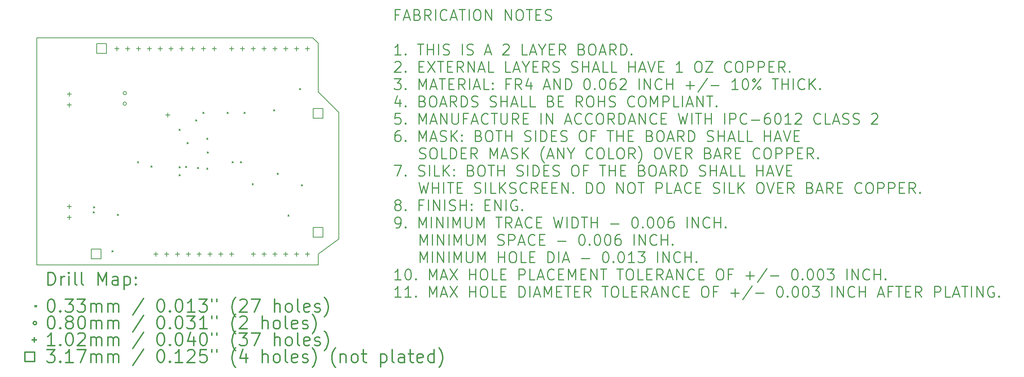
<source format=gbr>
G04 This is an RS-274x file exported by *
G04 gerbv version 2.6.0 *
G04 More information is available about gerbv at *
G04 http://gerbv.gpleda.org/ *
G04 --End of header info--*
%MOIN*%
%FSLAX34Y34*%
%IPPOS*%
G04 --Define apertures--*
%ADD10C,0.0050*%
%ADD11C,0.0060*%
%ADD12C,0.0079*%
%ADD13C,0.0118*%
%ADD14C,0.0138*%
%ADD15C,0.0100*%
G04 --Start main section--*
G54D11*
G01X0012270Y-067900D02*
G01X0012270Y-046900D01*
G01X0038270Y-067900D02*
G01X0012270Y-067900D01*
G01X0038270Y-066900D02*
G01X0038270Y-067900D01*
G01X0040170Y-065500D02*
G01X0038270Y-066900D01*
G01X0040170Y-053800D02*
G01X0040170Y-065500D01*
G01X0038270Y-051900D02*
G01X0040170Y-053800D01*
G01X0038270Y-047400D02*
G01X0038270Y-051900D01*
G01X0037770Y-046900D02*
G01X0038270Y-047400D01*
G01X0037570Y-046900D02*
G01X0037770Y-046900D01*
G01X0012270Y-046900D02*
G01X0037570Y-046900D01*
G54D12*
G01X0017465Y-062955D02*
G01X0017595Y-063085D01*
G01X0017595Y-062955D02*
G01X0017465Y-063085D01*
G01X0017491Y-062481D02*
G01X0017621Y-062611D01*
G01X0017621Y-062481D02*
G01X0017491Y-062611D01*
G01X0019205Y-066555D02*
G01X0019335Y-066685D01*
G01X0019335Y-066555D02*
G01X0019205Y-066685D01*
G01X0019685Y-063195D02*
G01X0019815Y-063325D01*
G01X0019815Y-063195D02*
G01X0019685Y-063325D01*
G01X0021545Y-058315D02*
G01X0021675Y-058445D01*
G01X0021675Y-058315D02*
G01X0021545Y-058445D01*
G01X0022783Y-058715D02*
G01X0022913Y-058845D01*
G01X0022913Y-058715D02*
G01X0022783Y-058845D01*
G01X0025385Y-059535D02*
G01X0025515Y-059665D01*
G01X0025515Y-059535D02*
G01X0025385Y-059665D01*
G01X0025405Y-055335D02*
G01X0025535Y-055465D01*
G01X0025535Y-055335D02*
G01X0025405Y-055465D01*
G01X0025405Y-058785D02*
G01X0025535Y-058915D01*
G01X0025535Y-058785D02*
G01X0025405Y-058915D01*
G01X0025985Y-058775D02*
G01X0026115Y-058905D01*
G01X0026115Y-058775D02*
G01X0025985Y-058905D01*
G01X0026125Y-056555D02*
G01X0026255Y-056685D01*
G01X0026255Y-056555D02*
G01X0026125Y-056685D01*
G01X0026925Y-054455D02*
G01X0027055Y-054585D01*
G01X0027055Y-054455D02*
G01X0026925Y-054585D01*
G01X0027105Y-058855D02*
G01X0027235Y-058985D01*
G01X0027235Y-058855D02*
G01X0027105Y-058985D01*
G01X0027585Y-053775D02*
G01X0027715Y-053905D01*
G01X0027715Y-053775D02*
G01X0027585Y-053905D01*
G01X0027945Y-056175D02*
G01X0028075Y-056305D01*
G01X0028075Y-056175D02*
G01X0027945Y-056305D01*
G01X0027945Y-058935D02*
G01X0028075Y-059065D01*
G01X0028075Y-058935D02*
G01X0027945Y-059065D01*
G01X0027985Y-057435D02*
G01X0028115Y-057565D01*
G01X0028115Y-057435D02*
G01X0027985Y-057565D01*
G01X0029825Y-053775D02*
G01X0029955Y-053905D01*
G01X0029955Y-053775D02*
G01X0029825Y-053905D01*
G01X0030285Y-058335D02*
G01X0030415Y-058465D01*
G01X0030415Y-058335D02*
G01X0030285Y-058465D01*
G01X0031065Y-058335D02*
G01X0031195Y-058465D01*
G01X0031195Y-058335D02*
G01X0031065Y-058465D01*
G01X0031405Y-053755D02*
G01X0031535Y-053885D01*
G01X0031535Y-053755D02*
G01X0031405Y-053885D01*
G01X0032145Y-060355D02*
G01X0032275Y-060485D01*
G01X0032275Y-060355D02*
G01X0032145Y-060485D01*
G01X0034125Y-053535D02*
G01X0034255Y-053665D01*
G01X0034255Y-053535D02*
G01X0034125Y-053665D01*
G01X0034465Y-059395D02*
G01X0034595Y-059525D01*
G01X0034595Y-059395D02*
G01X0034465Y-059525D01*
G01X0035445Y-063275D02*
G01X0035575Y-063405D01*
G01X0035575Y-063275D02*
G01X0035445Y-063405D01*
G01X0036525Y-051555D02*
G01X0036655Y-051685D01*
G01X0036655Y-051555D02*
G01X0036525Y-051685D01*
G01X0036685Y-060475D02*
G01X0036815Y-060605D01*
G01X0036815Y-060475D02*
G01X0036685Y-060605D01*
G01X0020547Y-052000D02*
G75*
G03X0020547Y-052000I-000157J0000000D01*
G01X0020547Y-052984D02*
G75*
G03X0020547Y-052984I-000157J0000000D01*
G01X0015250Y-051900D02*
G01X0015250Y-052300D01*
G01X0015050Y-052100D02*
G01X0015450Y-052100D01*
G01X0015250Y-052900D02*
G01X0015250Y-053300D01*
G01X0015050Y-053100D02*
G01X0015450Y-053100D01*
G01X0015250Y-062280D02*
G01X0015250Y-062680D01*
G01X0015050Y-062480D02*
G01X0015450Y-062480D01*
G01X0015250Y-063280D02*
G01X0015250Y-063680D01*
G01X0015050Y-063480D02*
G01X0015450Y-063480D01*
G01X0019650Y-047680D02*
G01X0019650Y-048080D01*
G01X0019450Y-047880D02*
G01X0019850Y-047880D01*
G01X0020650Y-047680D02*
G01X0020650Y-048080D01*
G01X0020450Y-047880D02*
G01X0020850Y-047880D01*
G01X0021650Y-047680D02*
G01X0021650Y-048080D01*
G01X0021450Y-047880D02*
G01X0021850Y-047880D01*
G01X0022650Y-047680D02*
G01X0022650Y-048080D01*
G01X0022450Y-047880D02*
G01X0022850Y-047880D01*
G01X0023250Y-066680D02*
G01X0023250Y-067080D01*
G01X0023050Y-066880D02*
G01X0023450Y-066880D01*
G01X0023650Y-047680D02*
G01X0023650Y-048080D01*
G01X0023450Y-047880D02*
G01X0023850Y-047880D01*
G01X0024250Y-066680D02*
G01X0024250Y-067080D01*
G01X0024050Y-066880D02*
G01X0024450Y-066880D01*
G01X0024370Y-053840D02*
G01X0024370Y-054240D01*
G01X0024170Y-054040D02*
G01X0024570Y-054040D01*
G01X0024650Y-047680D02*
G01X0024650Y-048080D01*
G01X0024450Y-047880D02*
G01X0024850Y-047880D01*
G01X0025250Y-066680D02*
G01X0025250Y-067080D01*
G01X0025050Y-066880D02*
G01X0025450Y-066880D01*
G01X0025650Y-047680D02*
G01X0025650Y-048080D01*
G01X0025450Y-047880D02*
G01X0025850Y-047880D01*
G01X0026250Y-066680D02*
G01X0026250Y-067080D01*
G01X0026050Y-066880D02*
G01X0026450Y-066880D01*
G01X0026650Y-047680D02*
G01X0026650Y-048080D01*
G01X0026450Y-047880D02*
G01X0026850Y-047880D01*
G01X0027250Y-066680D02*
G01X0027250Y-067080D01*
G01X0027050Y-066880D02*
G01X0027450Y-066880D01*
G01X0027650Y-047680D02*
G01X0027650Y-048080D01*
G01X0027450Y-047880D02*
G01X0027850Y-047880D01*
G01X0028250Y-066680D02*
G01X0028250Y-067080D01*
G01X0028050Y-066880D02*
G01X0028450Y-066880D01*
G01X0028650Y-047680D02*
G01X0028650Y-048080D01*
G01X0028450Y-047880D02*
G01X0028850Y-047880D01*
G01X0029250Y-066680D02*
G01X0029250Y-067080D01*
G01X0029050Y-066880D02*
G01X0029450Y-066880D01*
G01X0030250Y-047680D02*
G01X0030250Y-048080D01*
G01X0030050Y-047880D02*
G01X0030450Y-047880D01*
G01X0030250Y-066680D02*
G01X0030250Y-067080D01*
G01X0030050Y-066880D02*
G01X0030450Y-066880D01*
G01X0031250Y-047680D02*
G01X0031250Y-048080D01*
G01X0031050Y-047880D02*
G01X0031450Y-047880D01*
G01X0032250Y-047680D02*
G01X0032250Y-048080D01*
G01X0032050Y-047880D02*
G01X0032450Y-047880D01*
G01X0032250Y-066680D02*
G01X0032250Y-067080D01*
G01X0032050Y-066880D02*
G01X0032450Y-066880D01*
G01X0033250Y-047680D02*
G01X0033250Y-048080D01*
G01X0033050Y-047880D02*
G01X0033450Y-047880D01*
G01X0033250Y-066680D02*
G01X0033250Y-067080D01*
G01X0033050Y-066880D02*
G01X0033450Y-066880D01*
G01X0034250Y-047680D02*
G01X0034250Y-048080D01*
G01X0034050Y-047880D02*
G01X0034450Y-047880D01*
G01X0034250Y-066680D02*
G01X0034250Y-067080D01*
G01X0034050Y-066880D02*
G01X0034450Y-066880D01*
G01X0035250Y-047680D02*
G01X0035250Y-048080D01*
G01X0035050Y-047880D02*
G01X0035450Y-047880D01*
G01X0035250Y-066680D02*
G01X0035250Y-067080D01*
G01X0035050Y-066880D02*
G01X0035450Y-066880D01*
G01X0036250Y-047680D02*
G01X0036250Y-048080D01*
G01X0036050Y-047880D02*
G01X0036450Y-047880D01*
G01X0036250Y-066680D02*
G01X0036250Y-067080D01*
G01X0036050Y-066880D02*
G01X0036450Y-066880D01*
G01X0037250Y-047680D02*
G01X0037250Y-048080D01*
G01X0037050Y-047880D02*
G01X0037450Y-047880D01*
G01X0037250Y-066680D02*
G01X0037250Y-067080D01*
G01X0037050Y-066880D02*
G01X0037450Y-066880D01*
G01X0018192Y-067322D02*
G01X0018192Y-066438D01*
G01X0018192Y-066438D02*
G01X0017308Y-066438D01*
G01X0017308Y-066438D02*
G01X0017308Y-067322D01*
G01X0017308Y-067322D02*
G01X0018192Y-067322D01*
G01X0018692Y-048322D02*
G01X0018692Y-047438D01*
G01X0018692Y-047438D02*
G01X0017808Y-047438D01*
G01X0017808Y-047438D02*
G01X0017808Y-048322D01*
G01X0017808Y-048322D02*
G01X0018692Y-048322D01*
G01X0038692Y-054322D02*
G01X0038692Y-053438D01*
G01X0038692Y-053438D02*
G01X0037808Y-053438D01*
G01X0037808Y-053438D02*
G01X0037808Y-054322D01*
G01X0037808Y-054322D02*
G01X0038692Y-054322D01*
G01X0038692Y-065322D02*
G01X0038692Y-064438D01*
G01X0038692Y-064438D02*
G01X0037808Y-064438D01*
G01X0037808Y-064438D02*
G01X0037808Y-065322D01*
G01X0037808Y-065322D02*
G01X0038692Y-065322D01*
G54D13*
G01X0013309Y-069764D02*
G01X0013309Y-068582D01*
G01X0013309Y-068582D02*
G01X0013590Y-068582D01*
G01X0013590Y-068582D02*
G01X0013759Y-068639D01*
G01X0013759Y-068639D02*
G01X0013871Y-068751D01*
G01X0013871Y-068751D02*
G01X0013927Y-068864D01*
G01X0013927Y-068864D02*
G01X0013984Y-069089D01*
G01X0013984Y-069089D02*
G01X0013984Y-069257D01*
G01X0013984Y-069257D02*
G01X0013927Y-069482D01*
G01X0013927Y-069482D02*
G01X0013871Y-069595D01*
G01X0013871Y-069595D02*
G01X0013759Y-069707D01*
G01X0013759Y-069707D02*
G01X0013590Y-069764D01*
G01X0013590Y-069764D02*
G01X0013309Y-069764D01*
G01X0014490Y-069764D02*
G01X0014490Y-068976D01*
G01X0014490Y-069201D02*
G01X0014546Y-069089D01*
G01X0014546Y-069089D02*
G01X0014602Y-069032D01*
G01X0014602Y-069032D02*
G01X0014715Y-068976D01*
G01X0014715Y-068976D02*
G01X0014827Y-068976D01*
G01X0015221Y-069764D02*
G01X0015221Y-068976D01*
G01X0015221Y-068582D02*
G01X0015165Y-068639D01*
G01X0015165Y-068639D02*
G01X0015221Y-068695D01*
G01X0015221Y-068695D02*
G01X0015277Y-068639D01*
G01X0015277Y-068639D02*
G01X0015221Y-068582D01*
G01X0015221Y-068582D02*
G01X0015221Y-068695D01*
G01X0015952Y-069764D02*
G01X0015840Y-069707D01*
G01X0015840Y-069707D02*
G01X0015783Y-069595D01*
G01X0015783Y-069595D02*
G01X0015783Y-068582D01*
G01X0016571Y-069764D02*
G01X0016458Y-069707D01*
G01X0016458Y-069707D02*
G01X0016402Y-069595D01*
G01X0016402Y-069595D02*
G01X0016402Y-068582D01*
G01X0017921Y-069764D02*
G01X0017921Y-068582D01*
G01X0017921Y-068582D02*
G01X0018314Y-069426D01*
G01X0018314Y-069426D02*
G01X0018708Y-068582D01*
G01X0018708Y-068582D02*
G01X0018708Y-069764D01*
G01X0019777Y-069764D02*
G01X0019777Y-069145D01*
G01X0019777Y-069145D02*
G01X0019720Y-069032D01*
G01X0019720Y-069032D02*
G01X0019608Y-068976D01*
G01X0019608Y-068976D02*
G01X0019383Y-068976D01*
G01X0019383Y-068976D02*
G01X0019270Y-069032D01*
G01X0019777Y-069707D02*
G01X0019664Y-069764D01*
G01X0019664Y-069764D02*
G01X0019383Y-069764D01*
G01X0019383Y-069764D02*
G01X0019270Y-069707D01*
G01X0019270Y-069707D02*
G01X0019214Y-069595D01*
G01X0019214Y-069595D02*
G01X0019214Y-069482D01*
G01X0019214Y-069482D02*
G01X0019270Y-069370D01*
G01X0019270Y-069370D02*
G01X0019383Y-069314D01*
G01X0019383Y-069314D02*
G01X0019664Y-069314D01*
G01X0019664Y-069314D02*
G01X0019777Y-069257D01*
G01X0020339Y-068976D02*
G01X0020339Y-070157D01*
G01X0020339Y-069032D02*
G01X0020451Y-068976D01*
G01X0020451Y-068976D02*
G01X0020676Y-068976D01*
G01X0020676Y-068976D02*
G01X0020789Y-069032D01*
G01X0020789Y-069032D02*
G01X0020845Y-069089D01*
G01X0020845Y-069089D02*
G01X0020901Y-069201D01*
G01X0020901Y-069201D02*
G01X0020901Y-069539D01*
G01X0020901Y-069539D02*
G01X0020845Y-069651D01*
G01X0020845Y-069651D02*
G01X0020789Y-069707D01*
G01X0020789Y-069707D02*
G01X0020676Y-069764D01*
G01X0020676Y-069764D02*
G01X0020451Y-069764D01*
G01X0020451Y-069764D02*
G01X0020339Y-069707D01*
G01X0021408Y-069651D02*
G01X0021464Y-069707D01*
G01X0021464Y-069707D02*
G01X0021408Y-069764D01*
G01X0021408Y-069764D02*
G01X0021351Y-069707D01*
G01X0021351Y-069707D02*
G01X0021408Y-069651D01*
G01X0021408Y-069651D02*
G01X0021408Y-069764D01*
G01X0021408Y-069032D02*
G01X0021464Y-069089D01*
G01X0021464Y-069089D02*
G01X0021408Y-069145D01*
G01X0021408Y-069145D02*
G01X0021351Y-069089D01*
G01X0021351Y-069089D02*
G01X0021408Y-069032D01*
G01X0021408Y-069032D02*
G01X0021408Y-069145D01*
G01X0012110Y-071645D02*
G01X0012240Y-071775D01*
G01X0012240Y-071645D02*
G01X0012110Y-071775D01*
G01X0013534Y-071063D02*
G01X0013646Y-071063D01*
G01X0013646Y-071063D02*
G01X0013759Y-071119D01*
G01X0013759Y-071119D02*
G01X0013815Y-071175D01*
G01X0013815Y-071175D02*
G01X0013871Y-071288D01*
G01X0013871Y-071288D02*
G01X0013927Y-071513D01*
G01X0013927Y-071513D02*
G01X0013927Y-071794D01*
G01X0013927Y-071794D02*
G01X0013871Y-072019D01*
G01X0013871Y-072019D02*
G01X0013815Y-072131D01*
G01X0013815Y-072131D02*
G01X0013759Y-072188D01*
G01X0013759Y-072188D02*
G01X0013646Y-072244D01*
G01X0013646Y-072244D02*
G01X0013534Y-072244D01*
G01X0013534Y-072244D02*
G01X0013421Y-072188D01*
G01X0013421Y-072188D02*
G01X0013365Y-072131D01*
G01X0013365Y-072131D02*
G01X0013309Y-072019D01*
G01X0013309Y-072019D02*
G01X0013252Y-071794D01*
G01X0013252Y-071794D02*
G01X0013252Y-071513D01*
G01X0013252Y-071513D02*
G01X0013309Y-071288D01*
G01X0013309Y-071288D02*
G01X0013365Y-071175D01*
G01X0013365Y-071175D02*
G01X0013421Y-071119D01*
G01X0013421Y-071119D02*
G01X0013534Y-071063D01*
G01X0014433Y-072131D02*
G01X0014490Y-072188D01*
G01X0014490Y-072188D02*
G01X0014433Y-072244D01*
G01X0014433Y-072244D02*
G01X0014377Y-072188D01*
G01X0014377Y-072188D02*
G01X0014433Y-072131D01*
G01X0014433Y-072131D02*
G01X0014433Y-072244D01*
G01X0014883Y-071063D02*
G01X0015615Y-071063D01*
G01X0015615Y-071063D02*
G01X0015221Y-071513D01*
G01X0015221Y-071513D02*
G01X0015390Y-071513D01*
G01X0015390Y-071513D02*
G01X0015502Y-071569D01*
G01X0015502Y-071569D02*
G01X0015558Y-071625D01*
G01X0015558Y-071625D02*
G01X0015615Y-071738D01*
G01X0015615Y-071738D02*
G01X0015615Y-072019D01*
G01X0015615Y-072019D02*
G01X0015558Y-072131D01*
G01X0015558Y-072131D02*
G01X0015502Y-072188D01*
G01X0015502Y-072188D02*
G01X0015390Y-072244D01*
G01X0015390Y-072244D02*
G01X0015052Y-072244D01*
G01X0015052Y-072244D02*
G01X0014940Y-072188D01*
G01X0014940Y-072188D02*
G01X0014883Y-072131D01*
G01X0016008Y-071063D02*
G01X0016739Y-071063D01*
G01X0016739Y-071063D02*
G01X0016346Y-071513D01*
G01X0016346Y-071513D02*
G01X0016514Y-071513D01*
G01X0016514Y-071513D02*
G01X0016627Y-071569D01*
G01X0016627Y-071569D02*
G01X0016683Y-071625D01*
G01X0016683Y-071625D02*
G01X0016739Y-071738D01*
G01X0016739Y-071738D02*
G01X0016739Y-072019D01*
G01X0016739Y-072019D02*
G01X0016683Y-072131D01*
G01X0016683Y-072131D02*
G01X0016627Y-072188D01*
G01X0016627Y-072188D02*
G01X0016514Y-072244D01*
G01X0016514Y-072244D02*
G01X0016177Y-072244D01*
G01X0016177Y-072244D02*
G01X0016065Y-072188D01*
G01X0016065Y-072188D02*
G01X0016008Y-072131D01*
G01X0017246Y-072244D02*
G01X0017246Y-071456D01*
G01X0017246Y-071569D02*
G01X0017302Y-071513D01*
G01X0017302Y-071513D02*
G01X0017414Y-071456D01*
G01X0017414Y-071456D02*
G01X0017583Y-071456D01*
G01X0017583Y-071456D02*
G01X0017696Y-071513D01*
G01X0017696Y-071513D02*
G01X0017752Y-071625D01*
G01X0017752Y-071625D02*
G01X0017752Y-072244D01*
G01X0017752Y-071625D02*
G01X0017808Y-071513D01*
G01X0017808Y-071513D02*
G01X0017921Y-071456D01*
G01X0017921Y-071456D02*
G01X0018089Y-071456D01*
G01X0018089Y-071456D02*
G01X0018202Y-071513D01*
G01X0018202Y-071513D02*
G01X0018258Y-071625D01*
G01X0018258Y-071625D02*
G01X0018258Y-072244D01*
G01X0018820Y-072244D02*
G01X0018820Y-071456D01*
G01X0018820Y-071569D02*
G01X0018877Y-071513D01*
G01X0018877Y-071513D02*
G01X0018989Y-071456D01*
G01X0018989Y-071456D02*
G01X0019158Y-071456D01*
G01X0019158Y-071456D02*
G01X0019270Y-071513D01*
G01X0019270Y-071513D02*
G01X0019327Y-071625D01*
G01X0019327Y-071625D02*
G01X0019327Y-072244D01*
G01X0019327Y-071625D02*
G01X0019383Y-071513D01*
G01X0019383Y-071513D02*
G01X0019495Y-071456D01*
G01X0019495Y-071456D02*
G01X0019664Y-071456D01*
G01X0019664Y-071456D02*
G01X0019777Y-071513D01*
G01X0019777Y-071513D02*
G01X0019833Y-071625D01*
G01X0019833Y-071625D02*
G01X0019833Y-072244D01*
G01X0022139Y-071006D02*
G01X0021126Y-072525D01*
G01X0023657Y-071063D02*
G01X0023770Y-071063D01*
G01X0023770Y-071063D02*
G01X0023882Y-071119D01*
G01X0023882Y-071119D02*
G01X0023939Y-071175D01*
G01X0023939Y-071175D02*
G01X0023995Y-071288D01*
G01X0023995Y-071288D02*
G01X0024051Y-071513D01*
G01X0024051Y-071513D02*
G01X0024051Y-071794D01*
G01X0024051Y-071794D02*
G01X0023995Y-072019D01*
G01X0023995Y-072019D02*
G01X0023939Y-072131D01*
G01X0023939Y-072131D02*
G01X0023882Y-072188D01*
G01X0023882Y-072188D02*
G01X0023770Y-072244D01*
G01X0023770Y-072244D02*
G01X0023657Y-072244D01*
G01X0023657Y-072244D02*
G01X0023545Y-072188D01*
G01X0023545Y-072188D02*
G01X0023489Y-072131D01*
G01X0023489Y-072131D02*
G01X0023432Y-072019D01*
G01X0023432Y-072019D02*
G01X0023376Y-071794D01*
G01X0023376Y-071794D02*
G01X0023376Y-071513D01*
G01X0023376Y-071513D02*
G01X0023432Y-071288D01*
G01X0023432Y-071288D02*
G01X0023489Y-071175D01*
G01X0023489Y-071175D02*
G01X0023545Y-071119D01*
G01X0023545Y-071119D02*
G01X0023657Y-071063D01*
G01X0024557Y-072131D02*
G01X0024613Y-072188D01*
G01X0024613Y-072188D02*
G01X0024557Y-072244D01*
G01X0024557Y-072244D02*
G01X0024501Y-072188D01*
G01X0024501Y-072188D02*
G01X0024557Y-072131D01*
G01X0024557Y-072131D02*
G01X0024557Y-072244D01*
G01X0025345Y-071063D02*
G01X0025457Y-071063D01*
G01X0025457Y-071063D02*
G01X0025570Y-071119D01*
G01X0025570Y-071119D02*
G01X0025626Y-071175D01*
G01X0025626Y-071175D02*
G01X0025682Y-071288D01*
G01X0025682Y-071288D02*
G01X0025738Y-071513D01*
G01X0025738Y-071513D02*
G01X0025738Y-071794D01*
G01X0025738Y-071794D02*
G01X0025682Y-072019D01*
G01X0025682Y-072019D02*
G01X0025626Y-072131D01*
G01X0025626Y-072131D02*
G01X0025570Y-072188D01*
G01X0025570Y-072188D02*
G01X0025457Y-072244D01*
G01X0025457Y-072244D02*
G01X0025345Y-072244D01*
G01X0025345Y-072244D02*
G01X0025232Y-072188D01*
G01X0025232Y-072188D02*
G01X0025176Y-072131D01*
G01X0025176Y-072131D02*
G01X0025120Y-072019D01*
G01X0025120Y-072019D02*
G01X0025063Y-071794D01*
G01X0025063Y-071794D02*
G01X0025063Y-071513D01*
G01X0025063Y-071513D02*
G01X0025120Y-071288D01*
G01X0025120Y-071288D02*
G01X0025176Y-071175D01*
G01X0025176Y-071175D02*
G01X0025232Y-071119D01*
G01X0025232Y-071119D02*
G01X0025345Y-071063D01*
G01X0026863Y-072244D02*
G01X0026188Y-072244D01*
G01X0026526Y-072244D02*
G01X0026526Y-071063D01*
G01X0026526Y-071063D02*
G01X0026413Y-071231D01*
G01X0026413Y-071231D02*
G01X0026301Y-071344D01*
G01X0026301Y-071344D02*
G01X0026188Y-071400D01*
G01X0027257Y-071063D02*
G01X0027988Y-071063D01*
G01X0027988Y-071063D02*
G01X0027594Y-071513D01*
G01X0027594Y-071513D02*
G01X0027763Y-071513D01*
G01X0027763Y-071513D02*
G01X0027876Y-071569D01*
G01X0027876Y-071569D02*
G01X0027932Y-071625D01*
G01X0027932Y-071625D02*
G01X0027988Y-071738D01*
G01X0027988Y-071738D02*
G01X0027988Y-072019D01*
G01X0027988Y-072019D02*
G01X0027932Y-072131D01*
G01X0027932Y-072131D02*
G01X0027876Y-072188D01*
G01X0027876Y-072188D02*
G01X0027763Y-072244D01*
G01X0027763Y-072244D02*
G01X0027426Y-072244D01*
G01X0027426Y-072244D02*
G01X0027313Y-072188D01*
G01X0027313Y-072188D02*
G01X0027257Y-072131D01*
G01X0028438Y-071063D02*
G01X0028438Y-071288D01*
G01X0028888Y-071063D02*
G01X0028888Y-071288D01*
G01X0030631Y-072694D02*
G01X0030575Y-072638D01*
G01X0030575Y-072638D02*
G01X0030463Y-072469D01*
G01X0030463Y-072469D02*
G01X0030406Y-072356D01*
G01X0030406Y-072356D02*
G01X0030350Y-072188D01*
G01X0030350Y-072188D02*
G01X0030294Y-071906D01*
G01X0030294Y-071906D02*
G01X0030294Y-071681D01*
G01X0030294Y-071681D02*
G01X0030350Y-071400D01*
G01X0030350Y-071400D02*
G01X0030406Y-071231D01*
G01X0030406Y-071231D02*
G01X0030463Y-071119D01*
G01X0030463Y-071119D02*
G01X0030575Y-070950D01*
G01X0030575Y-070950D02*
G01X0030631Y-070894D01*
G01X0031025Y-071175D02*
G01X0031081Y-071119D01*
G01X0031081Y-071119D02*
G01X0031194Y-071063D01*
G01X0031194Y-071063D02*
G01X0031475Y-071063D01*
G01X0031475Y-071063D02*
G01X0031588Y-071119D01*
G01X0031588Y-071119D02*
G01X0031644Y-071175D01*
G01X0031644Y-071175D02*
G01X0031700Y-071288D01*
G01X0031700Y-071288D02*
G01X0031700Y-071400D01*
G01X0031700Y-071400D02*
G01X0031644Y-071569D01*
G01X0031644Y-071569D02*
G01X0030969Y-072244D01*
G01X0030969Y-072244D02*
G01X0031700Y-072244D01*
G01X0032094Y-071063D02*
G01X0032881Y-071063D01*
G01X0032881Y-071063D02*
G01X0032375Y-072244D01*
G01X0034231Y-072244D02*
G01X0034231Y-071063D01*
G01X0034737Y-072244D02*
G01X0034737Y-071625D01*
G01X0034737Y-071625D02*
G01X0034681Y-071513D01*
G01X0034681Y-071513D02*
G01X0034568Y-071456D01*
G01X0034568Y-071456D02*
G01X0034400Y-071456D01*
G01X0034400Y-071456D02*
G01X0034287Y-071513D01*
G01X0034287Y-071513D02*
G01X0034231Y-071569D01*
G01X0035468Y-072244D02*
G01X0035356Y-072188D01*
G01X0035356Y-072188D02*
G01X0035300Y-072131D01*
G01X0035300Y-072131D02*
G01X0035243Y-072019D01*
G01X0035243Y-072019D02*
G01X0035243Y-071681D01*
G01X0035243Y-071681D02*
G01X0035300Y-071569D01*
G01X0035300Y-071569D02*
G01X0035356Y-071513D01*
G01X0035356Y-071513D02*
G01X0035468Y-071456D01*
G01X0035468Y-071456D02*
G01X0035637Y-071456D01*
G01X0035637Y-071456D02*
G01X0035750Y-071513D01*
G01X0035750Y-071513D02*
G01X0035806Y-071569D01*
G01X0035806Y-071569D02*
G01X0035862Y-071681D01*
G01X0035862Y-071681D02*
G01X0035862Y-072019D01*
G01X0035862Y-072019D02*
G01X0035806Y-072131D01*
G01X0035806Y-072131D02*
G01X0035750Y-072188D01*
G01X0035750Y-072188D02*
G01X0035637Y-072244D01*
G01X0035637Y-072244D02*
G01X0035468Y-072244D01*
G01X0036537Y-072244D02*
G01X0036424Y-072188D01*
G01X0036424Y-072188D02*
G01X0036368Y-072075D01*
G01X0036368Y-072075D02*
G01X0036368Y-071063D01*
G01X0037437Y-072188D02*
G01X0037324Y-072244D01*
G01X0037324Y-072244D02*
G01X0037099Y-072244D01*
G01X0037099Y-072244D02*
G01X0036987Y-072188D01*
G01X0036987Y-072188D02*
G01X0036931Y-072075D01*
G01X0036931Y-072075D02*
G01X0036931Y-071625D01*
G01X0036931Y-071625D02*
G01X0036987Y-071513D01*
G01X0036987Y-071513D02*
G01X0037099Y-071456D01*
G01X0037099Y-071456D02*
G01X0037324Y-071456D01*
G01X0037324Y-071456D02*
G01X0037437Y-071513D01*
G01X0037437Y-071513D02*
G01X0037493Y-071625D01*
G01X0037493Y-071625D02*
G01X0037493Y-071738D01*
G01X0037493Y-071738D02*
G01X0036931Y-071850D01*
G01X0037943Y-072188D02*
G01X0038056Y-072244D01*
G01X0038056Y-072244D02*
G01X0038280Y-072244D01*
G01X0038280Y-072244D02*
G01X0038393Y-072188D01*
G01X0038393Y-072188D02*
G01X0038449Y-072075D01*
G01X0038449Y-072075D02*
G01X0038449Y-072019D01*
G01X0038449Y-072019D02*
G01X0038393Y-071906D01*
G01X0038393Y-071906D02*
G01X0038280Y-071850D01*
G01X0038280Y-071850D02*
G01X0038112Y-071850D01*
G01X0038112Y-071850D02*
G01X0037999Y-071794D01*
G01X0037999Y-071794D02*
G01X0037943Y-071681D01*
G01X0037943Y-071681D02*
G01X0037943Y-071625D01*
G01X0037943Y-071625D02*
G01X0037999Y-071513D01*
G01X0037999Y-071513D02*
G01X0038112Y-071456D01*
G01X0038112Y-071456D02*
G01X0038280Y-071456D01*
G01X0038280Y-071456D02*
G01X0038393Y-071513D01*
G01X0038843Y-072694D02*
G01X0038899Y-072638D01*
G01X0038899Y-072638D02*
G01X0039012Y-072469D01*
G01X0039012Y-072469D02*
G01X0039068Y-072356D01*
G01X0039068Y-072356D02*
G01X0039124Y-072188D01*
G01X0039124Y-072188D02*
G01X0039180Y-071906D01*
G01X0039180Y-071906D02*
G01X0039180Y-071681D01*
G01X0039180Y-071681D02*
G01X0039124Y-071400D01*
G01X0039124Y-071400D02*
G01X0039068Y-071231D01*
G01X0039068Y-071231D02*
G01X0039012Y-071119D01*
G01X0039012Y-071119D02*
G01X0038899Y-070950D01*
G01X0038899Y-070950D02*
G01X0038843Y-070894D01*
G01X0012240Y-073269D02*
G75*
G03X0012240Y-073269I-000157J0000000D01*
G01X0013534Y-072622D02*
G01X0013646Y-072622D01*
G01X0013646Y-072622D02*
G01X0013759Y-072678D01*
G01X0013759Y-072678D02*
G01X0013815Y-072734D01*
G01X0013815Y-072734D02*
G01X0013871Y-072847D01*
G01X0013871Y-072847D02*
G01X0013927Y-073072D01*
G01X0013927Y-073072D02*
G01X0013927Y-073353D01*
G01X0013927Y-073353D02*
G01X0013871Y-073578D01*
G01X0013871Y-073578D02*
G01X0013815Y-073690D01*
G01X0013815Y-073690D02*
G01X0013759Y-073747D01*
G01X0013759Y-073747D02*
G01X0013646Y-073803D01*
G01X0013646Y-073803D02*
G01X0013534Y-073803D01*
G01X0013534Y-073803D02*
G01X0013421Y-073747D01*
G01X0013421Y-073747D02*
G01X0013365Y-073690D01*
G01X0013365Y-073690D02*
G01X0013309Y-073578D01*
G01X0013309Y-073578D02*
G01X0013252Y-073353D01*
G01X0013252Y-073353D02*
G01X0013252Y-073072D01*
G01X0013252Y-073072D02*
G01X0013309Y-072847D01*
G01X0013309Y-072847D02*
G01X0013365Y-072734D01*
G01X0013365Y-072734D02*
G01X0013421Y-072678D01*
G01X0013421Y-072678D02*
G01X0013534Y-072622D01*
G01X0014433Y-073690D02*
G01X0014490Y-073747D01*
G01X0014490Y-073747D02*
G01X0014433Y-073803D01*
G01X0014433Y-073803D02*
G01X0014377Y-073747D01*
G01X0014377Y-073747D02*
G01X0014433Y-073690D01*
G01X0014433Y-073690D02*
G01X0014433Y-073803D01*
G01X0015165Y-073128D02*
G01X0015052Y-073072D01*
G01X0015052Y-073072D02*
G01X0014996Y-073015D01*
G01X0014996Y-073015D02*
G01X0014940Y-072903D01*
G01X0014940Y-072903D02*
G01X0014940Y-072847D01*
G01X0014940Y-072847D02*
G01X0014996Y-072734D01*
G01X0014996Y-072734D02*
G01X0015052Y-072678D01*
G01X0015052Y-072678D02*
G01X0015165Y-072622D01*
G01X0015165Y-072622D02*
G01X0015390Y-072622D01*
G01X0015390Y-072622D02*
G01X0015502Y-072678D01*
G01X0015502Y-072678D02*
G01X0015558Y-072734D01*
G01X0015558Y-072734D02*
G01X0015615Y-072847D01*
G01X0015615Y-072847D02*
G01X0015615Y-072903D01*
G01X0015615Y-072903D02*
G01X0015558Y-073015D01*
G01X0015558Y-073015D02*
G01X0015502Y-073072D01*
G01X0015502Y-073072D02*
G01X0015390Y-073128D01*
G01X0015390Y-073128D02*
G01X0015165Y-073128D01*
G01X0015165Y-073128D02*
G01X0015052Y-073184D01*
G01X0015052Y-073184D02*
G01X0014996Y-073240D01*
G01X0014996Y-073240D02*
G01X0014940Y-073353D01*
G01X0014940Y-073353D02*
G01X0014940Y-073578D01*
G01X0014940Y-073578D02*
G01X0014996Y-073690D01*
G01X0014996Y-073690D02*
G01X0015052Y-073747D01*
G01X0015052Y-073747D02*
G01X0015165Y-073803D01*
G01X0015165Y-073803D02*
G01X0015390Y-073803D01*
G01X0015390Y-073803D02*
G01X0015502Y-073747D01*
G01X0015502Y-073747D02*
G01X0015558Y-073690D01*
G01X0015558Y-073690D02*
G01X0015615Y-073578D01*
G01X0015615Y-073578D02*
G01X0015615Y-073353D01*
G01X0015615Y-073353D02*
G01X0015558Y-073240D01*
G01X0015558Y-073240D02*
G01X0015502Y-073184D01*
G01X0015502Y-073184D02*
G01X0015390Y-073128D01*
G01X0016346Y-072622D02*
G01X0016458Y-072622D01*
G01X0016458Y-072622D02*
G01X0016571Y-072678D01*
G01X0016571Y-072678D02*
G01X0016627Y-072734D01*
G01X0016627Y-072734D02*
G01X0016683Y-072847D01*
G01X0016683Y-072847D02*
G01X0016739Y-073072D01*
G01X0016739Y-073072D02*
G01X0016739Y-073353D01*
G01X0016739Y-073353D02*
G01X0016683Y-073578D01*
G01X0016683Y-073578D02*
G01X0016627Y-073690D01*
G01X0016627Y-073690D02*
G01X0016571Y-073747D01*
G01X0016571Y-073747D02*
G01X0016458Y-073803D01*
G01X0016458Y-073803D02*
G01X0016346Y-073803D01*
G01X0016346Y-073803D02*
G01X0016233Y-073747D01*
G01X0016233Y-073747D02*
G01X0016177Y-073690D01*
G01X0016177Y-073690D02*
G01X0016121Y-073578D01*
G01X0016121Y-073578D02*
G01X0016065Y-073353D01*
G01X0016065Y-073353D02*
G01X0016065Y-073072D01*
G01X0016065Y-073072D02*
G01X0016121Y-072847D01*
G01X0016121Y-072847D02*
G01X0016177Y-072734D01*
G01X0016177Y-072734D02*
G01X0016233Y-072678D01*
G01X0016233Y-072678D02*
G01X0016346Y-072622D01*
G01X0017246Y-073803D02*
G01X0017246Y-073015D01*
G01X0017246Y-073128D02*
G01X0017302Y-073072D01*
G01X0017302Y-073072D02*
G01X0017414Y-073015D01*
G01X0017414Y-073015D02*
G01X0017583Y-073015D01*
G01X0017583Y-073015D02*
G01X0017696Y-073072D01*
G01X0017696Y-073072D02*
G01X0017752Y-073184D01*
G01X0017752Y-073184D02*
G01X0017752Y-073803D01*
G01X0017752Y-073184D02*
G01X0017808Y-073072D01*
G01X0017808Y-073072D02*
G01X0017921Y-073015D01*
G01X0017921Y-073015D02*
G01X0018089Y-073015D01*
G01X0018089Y-073015D02*
G01X0018202Y-073072D01*
G01X0018202Y-073072D02*
G01X0018258Y-073184D01*
G01X0018258Y-073184D02*
G01X0018258Y-073803D01*
G01X0018820Y-073803D02*
G01X0018820Y-073015D01*
G01X0018820Y-073128D02*
G01X0018877Y-073072D01*
G01X0018877Y-073072D02*
G01X0018989Y-073015D01*
G01X0018989Y-073015D02*
G01X0019158Y-073015D01*
G01X0019158Y-073015D02*
G01X0019270Y-073072D01*
G01X0019270Y-073072D02*
G01X0019327Y-073184D01*
G01X0019327Y-073184D02*
G01X0019327Y-073803D01*
G01X0019327Y-073184D02*
G01X0019383Y-073072D01*
G01X0019383Y-073072D02*
G01X0019495Y-073015D01*
G01X0019495Y-073015D02*
G01X0019664Y-073015D01*
G01X0019664Y-073015D02*
G01X0019777Y-073072D01*
G01X0019777Y-073072D02*
G01X0019833Y-073184D01*
G01X0019833Y-073184D02*
G01X0019833Y-073803D01*
G01X0022139Y-072566D02*
G01X0021126Y-074084D01*
G01X0023657Y-072622D02*
G01X0023770Y-072622D01*
G01X0023770Y-072622D02*
G01X0023882Y-072678D01*
G01X0023882Y-072678D02*
G01X0023939Y-072734D01*
G01X0023939Y-072734D02*
G01X0023995Y-072847D01*
G01X0023995Y-072847D02*
G01X0024051Y-073072D01*
G01X0024051Y-073072D02*
G01X0024051Y-073353D01*
G01X0024051Y-073353D02*
G01X0023995Y-073578D01*
G01X0023995Y-073578D02*
G01X0023939Y-073690D01*
G01X0023939Y-073690D02*
G01X0023882Y-073747D01*
G01X0023882Y-073747D02*
G01X0023770Y-073803D01*
G01X0023770Y-073803D02*
G01X0023657Y-073803D01*
G01X0023657Y-073803D02*
G01X0023545Y-073747D01*
G01X0023545Y-073747D02*
G01X0023489Y-073690D01*
G01X0023489Y-073690D02*
G01X0023432Y-073578D01*
G01X0023432Y-073578D02*
G01X0023376Y-073353D01*
G01X0023376Y-073353D02*
G01X0023376Y-073072D01*
G01X0023376Y-073072D02*
G01X0023432Y-072847D01*
G01X0023432Y-072847D02*
G01X0023489Y-072734D01*
G01X0023489Y-072734D02*
G01X0023545Y-072678D01*
G01X0023545Y-072678D02*
G01X0023657Y-072622D01*
G01X0024557Y-073690D02*
G01X0024613Y-073747D01*
G01X0024613Y-073747D02*
G01X0024557Y-073803D01*
G01X0024557Y-073803D02*
G01X0024501Y-073747D01*
G01X0024501Y-073747D02*
G01X0024557Y-073690D01*
G01X0024557Y-073690D02*
G01X0024557Y-073803D01*
G01X0025345Y-072622D02*
G01X0025457Y-072622D01*
G01X0025457Y-072622D02*
G01X0025570Y-072678D01*
G01X0025570Y-072678D02*
G01X0025626Y-072734D01*
G01X0025626Y-072734D02*
G01X0025682Y-072847D01*
G01X0025682Y-072847D02*
G01X0025738Y-073072D01*
G01X0025738Y-073072D02*
G01X0025738Y-073353D01*
G01X0025738Y-073353D02*
G01X0025682Y-073578D01*
G01X0025682Y-073578D02*
G01X0025626Y-073690D01*
G01X0025626Y-073690D02*
G01X0025570Y-073747D01*
G01X0025570Y-073747D02*
G01X0025457Y-073803D01*
G01X0025457Y-073803D02*
G01X0025345Y-073803D01*
G01X0025345Y-073803D02*
G01X0025232Y-073747D01*
G01X0025232Y-073747D02*
G01X0025176Y-073690D01*
G01X0025176Y-073690D02*
G01X0025120Y-073578D01*
G01X0025120Y-073578D02*
G01X0025063Y-073353D01*
G01X0025063Y-073353D02*
G01X0025063Y-073072D01*
G01X0025063Y-073072D02*
G01X0025120Y-072847D01*
G01X0025120Y-072847D02*
G01X0025176Y-072734D01*
G01X0025176Y-072734D02*
G01X0025232Y-072678D01*
G01X0025232Y-072678D02*
G01X0025345Y-072622D01*
G01X0026132Y-072622D02*
G01X0026863Y-072622D01*
G01X0026863Y-072622D02*
G01X0026469Y-073072D01*
G01X0026469Y-073072D02*
G01X0026638Y-073072D01*
G01X0026638Y-073072D02*
G01X0026751Y-073128D01*
G01X0026751Y-073128D02*
G01X0026807Y-073184D01*
G01X0026807Y-073184D02*
G01X0026863Y-073297D01*
G01X0026863Y-073297D02*
G01X0026863Y-073578D01*
G01X0026863Y-073578D02*
G01X0026807Y-073690D01*
G01X0026807Y-073690D02*
G01X0026751Y-073747D01*
G01X0026751Y-073747D02*
G01X0026638Y-073803D01*
G01X0026638Y-073803D02*
G01X0026301Y-073803D01*
G01X0026301Y-073803D02*
G01X0026188Y-073747D01*
G01X0026188Y-073747D02*
G01X0026132Y-073690D01*
G01X0027988Y-073803D02*
G01X0027313Y-073803D01*
G01X0027651Y-073803D02*
G01X0027651Y-072622D01*
G01X0027651Y-072622D02*
G01X0027538Y-072791D01*
G01X0027538Y-072791D02*
G01X0027426Y-072903D01*
G01X0027426Y-072903D02*
G01X0027313Y-072959D01*
G01X0028438Y-072622D02*
G01X0028438Y-072847D01*
G01X0028888Y-072622D02*
G01X0028888Y-072847D01*
G01X0030631Y-074253D02*
G01X0030575Y-074197D01*
G01X0030575Y-074197D02*
G01X0030463Y-074028D01*
G01X0030463Y-074028D02*
G01X0030406Y-073915D01*
G01X0030406Y-073915D02*
G01X0030350Y-073747D01*
G01X0030350Y-073747D02*
G01X0030294Y-073465D01*
G01X0030294Y-073465D02*
G01X0030294Y-073240D01*
G01X0030294Y-073240D02*
G01X0030350Y-072959D01*
G01X0030350Y-072959D02*
G01X0030406Y-072791D01*
G01X0030406Y-072791D02*
G01X0030463Y-072678D01*
G01X0030463Y-072678D02*
G01X0030575Y-072509D01*
G01X0030575Y-072509D02*
G01X0030631Y-072453D01*
G01X0031025Y-072734D02*
G01X0031081Y-072678D01*
G01X0031081Y-072678D02*
G01X0031194Y-072622D01*
G01X0031194Y-072622D02*
G01X0031475Y-072622D01*
G01X0031475Y-072622D02*
G01X0031588Y-072678D01*
G01X0031588Y-072678D02*
G01X0031644Y-072734D01*
G01X0031644Y-072734D02*
G01X0031700Y-072847D01*
G01X0031700Y-072847D02*
G01X0031700Y-072959D01*
G01X0031700Y-072959D02*
G01X0031644Y-073128D01*
G01X0031644Y-073128D02*
G01X0030969Y-073803D01*
G01X0030969Y-073803D02*
G01X0031700Y-073803D01*
G01X0033106Y-073803D02*
G01X0033106Y-072622D01*
G01X0033612Y-073803D02*
G01X0033612Y-073184D01*
G01X0033612Y-073184D02*
G01X0033556Y-073072D01*
G01X0033556Y-073072D02*
G01X0033444Y-073015D01*
G01X0033444Y-073015D02*
G01X0033275Y-073015D01*
G01X0033275Y-073015D02*
G01X0033162Y-073072D01*
G01X0033162Y-073072D02*
G01X0033106Y-073128D01*
G01X0034343Y-073803D02*
G01X0034231Y-073747D01*
G01X0034231Y-073747D02*
G01X0034175Y-073690D01*
G01X0034175Y-073690D02*
G01X0034119Y-073578D01*
G01X0034119Y-073578D02*
G01X0034119Y-073240D01*
G01X0034119Y-073240D02*
G01X0034175Y-073128D01*
G01X0034175Y-073128D02*
G01X0034231Y-073072D01*
G01X0034231Y-073072D02*
G01X0034343Y-073015D01*
G01X0034343Y-073015D02*
G01X0034512Y-073015D01*
G01X0034512Y-073015D02*
G01X0034625Y-073072D01*
G01X0034625Y-073072D02*
G01X0034681Y-073128D01*
G01X0034681Y-073128D02*
G01X0034737Y-073240D01*
G01X0034737Y-073240D02*
G01X0034737Y-073578D01*
G01X0034737Y-073578D02*
G01X0034681Y-073690D01*
G01X0034681Y-073690D02*
G01X0034625Y-073747D01*
G01X0034625Y-073747D02*
G01X0034512Y-073803D01*
G01X0034512Y-073803D02*
G01X0034343Y-073803D01*
G01X0035412Y-073803D02*
G01X0035300Y-073747D01*
G01X0035300Y-073747D02*
G01X0035243Y-073634D01*
G01X0035243Y-073634D02*
G01X0035243Y-072622D01*
G01X0036312Y-073747D02*
G01X0036200Y-073803D01*
G01X0036200Y-073803D02*
G01X0035975Y-073803D01*
G01X0035975Y-073803D02*
G01X0035862Y-073747D01*
G01X0035862Y-073747D02*
G01X0035806Y-073634D01*
G01X0035806Y-073634D02*
G01X0035806Y-073184D01*
G01X0035806Y-073184D02*
G01X0035862Y-073072D01*
G01X0035862Y-073072D02*
G01X0035975Y-073015D01*
G01X0035975Y-073015D02*
G01X0036200Y-073015D01*
G01X0036200Y-073015D02*
G01X0036312Y-073072D01*
G01X0036312Y-073072D02*
G01X0036368Y-073184D01*
G01X0036368Y-073184D02*
G01X0036368Y-073297D01*
G01X0036368Y-073297D02*
G01X0035806Y-073409D01*
G01X0036818Y-073747D02*
G01X0036931Y-073803D01*
G01X0036931Y-073803D02*
G01X0037156Y-073803D01*
G01X0037156Y-073803D02*
G01X0037268Y-073747D01*
G01X0037268Y-073747D02*
G01X0037324Y-073634D01*
G01X0037324Y-073634D02*
G01X0037324Y-073578D01*
G01X0037324Y-073578D02*
G01X0037268Y-073465D01*
G01X0037268Y-073465D02*
G01X0037156Y-073409D01*
G01X0037156Y-073409D02*
G01X0036987Y-073409D01*
G01X0036987Y-073409D02*
G01X0036874Y-073353D01*
G01X0036874Y-073353D02*
G01X0036818Y-073240D01*
G01X0036818Y-073240D02*
G01X0036818Y-073184D01*
G01X0036818Y-073184D02*
G01X0036874Y-073072D01*
G01X0036874Y-073072D02*
G01X0036987Y-073015D01*
G01X0036987Y-073015D02*
G01X0037156Y-073015D01*
G01X0037156Y-073015D02*
G01X0037268Y-073072D01*
G01X0037718Y-074253D02*
G01X0037774Y-074197D01*
G01X0037774Y-074197D02*
G01X0037887Y-074028D01*
G01X0037887Y-074028D02*
G01X0037943Y-073915D01*
G01X0037943Y-073915D02*
G01X0037999Y-073747D01*
G01X0037999Y-073747D02*
G01X0038056Y-073465D01*
G01X0038056Y-073465D02*
G01X0038056Y-073240D01*
G01X0038056Y-073240D02*
G01X0037999Y-072959D01*
G01X0037999Y-072959D02*
G01X0037943Y-072791D01*
G01X0037943Y-072791D02*
G01X0037887Y-072678D01*
G01X0037887Y-072678D02*
G01X0037774Y-072509D01*
G01X0037774Y-072509D02*
G01X0037718Y-072453D01*
G01X0012040Y-074628D02*
G01X0012040Y-075028D01*
G01X0011840Y-074828D02*
G01X0012240Y-074828D01*
G01X0013927Y-075362D02*
G01X0013252Y-075362D01*
G01X0013590Y-075362D02*
G01X0013590Y-074181D01*
G01X0013590Y-074181D02*
G01X0013477Y-074350D01*
G01X0013477Y-074350D02*
G01X0013365Y-074462D01*
G01X0013365Y-074462D02*
G01X0013252Y-074518D01*
G01X0014433Y-075249D02*
G01X0014490Y-075306D01*
G01X0014490Y-075306D02*
G01X0014433Y-075362D01*
G01X0014433Y-075362D02*
G01X0014377Y-075306D01*
G01X0014377Y-075306D02*
G01X0014433Y-075249D01*
G01X0014433Y-075249D02*
G01X0014433Y-075362D01*
G01X0015221Y-074181D02*
G01X0015333Y-074181D01*
G01X0015333Y-074181D02*
G01X0015446Y-074237D01*
G01X0015446Y-074237D02*
G01X0015502Y-074293D01*
G01X0015502Y-074293D02*
G01X0015558Y-074406D01*
G01X0015558Y-074406D02*
G01X0015615Y-074631D01*
G01X0015615Y-074631D02*
G01X0015615Y-074912D01*
G01X0015615Y-074912D02*
G01X0015558Y-075137D01*
G01X0015558Y-075137D02*
G01X0015502Y-075249D01*
G01X0015502Y-075249D02*
G01X0015446Y-075306D01*
G01X0015446Y-075306D02*
G01X0015333Y-075362D01*
G01X0015333Y-075362D02*
G01X0015221Y-075362D01*
G01X0015221Y-075362D02*
G01X0015108Y-075306D01*
G01X0015108Y-075306D02*
G01X0015052Y-075249D01*
G01X0015052Y-075249D02*
G01X0014996Y-075137D01*
G01X0014996Y-075137D02*
G01X0014940Y-074912D01*
G01X0014940Y-074912D02*
G01X0014940Y-074631D01*
G01X0014940Y-074631D02*
G01X0014996Y-074406D01*
G01X0014996Y-074406D02*
G01X0015052Y-074293D01*
G01X0015052Y-074293D02*
G01X0015108Y-074237D01*
G01X0015108Y-074237D02*
G01X0015221Y-074181D01*
G01X0016065Y-074293D02*
G01X0016121Y-074237D01*
G01X0016121Y-074237D02*
G01X0016233Y-074181D01*
G01X0016233Y-074181D02*
G01X0016514Y-074181D01*
G01X0016514Y-074181D02*
G01X0016627Y-074237D01*
G01X0016627Y-074237D02*
G01X0016683Y-074293D01*
G01X0016683Y-074293D02*
G01X0016739Y-074406D01*
G01X0016739Y-074406D02*
G01X0016739Y-074518D01*
G01X0016739Y-074518D02*
G01X0016683Y-074687D01*
G01X0016683Y-074687D02*
G01X0016008Y-075362D01*
G01X0016008Y-075362D02*
G01X0016739Y-075362D01*
G01X0017246Y-075362D02*
G01X0017246Y-074575D01*
G01X0017246Y-074687D02*
G01X0017302Y-074631D01*
G01X0017302Y-074631D02*
G01X0017414Y-074575D01*
G01X0017414Y-074575D02*
G01X0017583Y-074575D01*
G01X0017583Y-074575D02*
G01X0017696Y-074631D01*
G01X0017696Y-074631D02*
G01X0017752Y-074743D01*
G01X0017752Y-074743D02*
G01X0017752Y-075362D01*
G01X0017752Y-074743D02*
G01X0017808Y-074631D01*
G01X0017808Y-074631D02*
G01X0017921Y-074575D01*
G01X0017921Y-074575D02*
G01X0018089Y-074575D01*
G01X0018089Y-074575D02*
G01X0018202Y-074631D01*
G01X0018202Y-074631D02*
G01X0018258Y-074743D01*
G01X0018258Y-074743D02*
G01X0018258Y-075362D01*
G01X0018820Y-075362D02*
G01X0018820Y-074575D01*
G01X0018820Y-074687D02*
G01X0018877Y-074631D01*
G01X0018877Y-074631D02*
G01X0018989Y-074575D01*
G01X0018989Y-074575D02*
G01X0019158Y-074575D01*
G01X0019158Y-074575D02*
G01X0019270Y-074631D01*
G01X0019270Y-074631D02*
G01X0019327Y-074743D01*
G01X0019327Y-074743D02*
G01X0019327Y-075362D01*
G01X0019327Y-074743D02*
G01X0019383Y-074631D01*
G01X0019383Y-074631D02*
G01X0019495Y-074575D01*
G01X0019495Y-074575D02*
G01X0019664Y-074575D01*
G01X0019664Y-074575D02*
G01X0019777Y-074631D01*
G01X0019777Y-074631D02*
G01X0019833Y-074743D01*
G01X0019833Y-074743D02*
G01X0019833Y-075362D01*
G01X0022139Y-074125D02*
G01X0021126Y-075643D01*
G01X0023657Y-074181D02*
G01X0023770Y-074181D01*
G01X0023770Y-074181D02*
G01X0023882Y-074237D01*
G01X0023882Y-074237D02*
G01X0023939Y-074293D01*
G01X0023939Y-074293D02*
G01X0023995Y-074406D01*
G01X0023995Y-074406D02*
G01X0024051Y-074631D01*
G01X0024051Y-074631D02*
G01X0024051Y-074912D01*
G01X0024051Y-074912D02*
G01X0023995Y-075137D01*
G01X0023995Y-075137D02*
G01X0023939Y-075249D01*
G01X0023939Y-075249D02*
G01X0023882Y-075306D01*
G01X0023882Y-075306D02*
G01X0023770Y-075362D01*
G01X0023770Y-075362D02*
G01X0023657Y-075362D01*
G01X0023657Y-075362D02*
G01X0023545Y-075306D01*
G01X0023545Y-075306D02*
G01X0023489Y-075249D01*
G01X0023489Y-075249D02*
G01X0023432Y-075137D01*
G01X0023432Y-075137D02*
G01X0023376Y-074912D01*
G01X0023376Y-074912D02*
G01X0023376Y-074631D01*
G01X0023376Y-074631D02*
G01X0023432Y-074406D01*
G01X0023432Y-074406D02*
G01X0023489Y-074293D01*
G01X0023489Y-074293D02*
G01X0023545Y-074237D01*
G01X0023545Y-074237D02*
G01X0023657Y-074181D01*
G01X0024557Y-075249D02*
G01X0024613Y-075306D01*
G01X0024613Y-075306D02*
G01X0024557Y-075362D01*
G01X0024557Y-075362D02*
G01X0024501Y-075306D01*
G01X0024501Y-075306D02*
G01X0024557Y-075249D01*
G01X0024557Y-075249D02*
G01X0024557Y-075362D01*
G01X0025345Y-074181D02*
G01X0025457Y-074181D01*
G01X0025457Y-074181D02*
G01X0025570Y-074237D01*
G01X0025570Y-074237D02*
G01X0025626Y-074293D01*
G01X0025626Y-074293D02*
G01X0025682Y-074406D01*
G01X0025682Y-074406D02*
G01X0025738Y-074631D01*
G01X0025738Y-074631D02*
G01X0025738Y-074912D01*
G01X0025738Y-074912D02*
G01X0025682Y-075137D01*
G01X0025682Y-075137D02*
G01X0025626Y-075249D01*
G01X0025626Y-075249D02*
G01X0025570Y-075306D01*
G01X0025570Y-075306D02*
G01X0025457Y-075362D01*
G01X0025457Y-075362D02*
G01X0025345Y-075362D01*
G01X0025345Y-075362D02*
G01X0025232Y-075306D01*
G01X0025232Y-075306D02*
G01X0025176Y-075249D01*
G01X0025176Y-075249D02*
G01X0025120Y-075137D01*
G01X0025120Y-075137D02*
G01X0025063Y-074912D01*
G01X0025063Y-074912D02*
G01X0025063Y-074631D01*
G01X0025063Y-074631D02*
G01X0025120Y-074406D01*
G01X0025120Y-074406D02*
G01X0025176Y-074293D01*
G01X0025176Y-074293D02*
G01X0025232Y-074237D01*
G01X0025232Y-074237D02*
G01X0025345Y-074181D01*
G01X0026751Y-074575D02*
G01X0026751Y-075362D01*
G01X0026469Y-074125D02*
G01X0026188Y-074968D01*
G01X0026188Y-074968D02*
G01X0026919Y-074968D01*
G01X0027594Y-074181D02*
G01X0027707Y-074181D01*
G01X0027707Y-074181D02*
G01X0027819Y-074237D01*
G01X0027819Y-074237D02*
G01X0027876Y-074293D01*
G01X0027876Y-074293D02*
G01X0027932Y-074406D01*
G01X0027932Y-074406D02*
G01X0027988Y-074631D01*
G01X0027988Y-074631D02*
G01X0027988Y-074912D01*
G01X0027988Y-074912D02*
G01X0027932Y-075137D01*
G01X0027932Y-075137D02*
G01X0027876Y-075249D01*
G01X0027876Y-075249D02*
G01X0027819Y-075306D01*
G01X0027819Y-075306D02*
G01X0027707Y-075362D01*
G01X0027707Y-075362D02*
G01X0027594Y-075362D01*
G01X0027594Y-075362D02*
G01X0027482Y-075306D01*
G01X0027482Y-075306D02*
G01X0027426Y-075249D01*
G01X0027426Y-075249D02*
G01X0027369Y-075137D01*
G01X0027369Y-075137D02*
G01X0027313Y-074912D01*
G01X0027313Y-074912D02*
G01X0027313Y-074631D01*
G01X0027313Y-074631D02*
G01X0027369Y-074406D01*
G01X0027369Y-074406D02*
G01X0027426Y-074293D01*
G01X0027426Y-074293D02*
G01X0027482Y-074237D01*
G01X0027482Y-074237D02*
G01X0027594Y-074181D01*
G01X0028438Y-074181D02*
G01X0028438Y-074406D01*
G01X0028888Y-074181D02*
G01X0028888Y-074406D01*
G01X0030631Y-075812D02*
G01X0030575Y-075756D01*
G01X0030575Y-075756D02*
G01X0030463Y-075587D01*
G01X0030463Y-075587D02*
G01X0030406Y-075474D01*
G01X0030406Y-075474D02*
G01X0030350Y-075306D01*
G01X0030350Y-075306D02*
G01X0030294Y-075024D01*
G01X0030294Y-075024D02*
G01X0030294Y-074800D01*
G01X0030294Y-074800D02*
G01X0030350Y-074518D01*
G01X0030350Y-074518D02*
G01X0030406Y-074350D01*
G01X0030406Y-074350D02*
G01X0030463Y-074237D01*
G01X0030463Y-074237D02*
G01X0030575Y-074068D01*
G01X0030575Y-074068D02*
G01X0030631Y-074012D01*
G01X0030969Y-074181D02*
G01X0031700Y-074181D01*
G01X0031700Y-074181D02*
G01X0031306Y-074631D01*
G01X0031306Y-074631D02*
G01X0031475Y-074631D01*
G01X0031475Y-074631D02*
G01X0031588Y-074687D01*
G01X0031588Y-074687D02*
G01X0031644Y-074743D01*
G01X0031644Y-074743D02*
G01X0031700Y-074856D01*
G01X0031700Y-074856D02*
G01X0031700Y-075137D01*
G01X0031700Y-075137D02*
G01X0031644Y-075249D01*
G01X0031644Y-075249D02*
G01X0031588Y-075306D01*
G01X0031588Y-075306D02*
G01X0031475Y-075362D01*
G01X0031475Y-075362D02*
G01X0031138Y-075362D01*
G01X0031138Y-075362D02*
G01X0031025Y-075306D01*
G01X0031025Y-075306D02*
G01X0030969Y-075249D01*
G01X0032094Y-074181D02*
G01X0032881Y-074181D01*
G01X0032881Y-074181D02*
G01X0032375Y-075362D01*
G01X0034231Y-075362D02*
G01X0034231Y-074181D01*
G01X0034737Y-075362D02*
G01X0034737Y-074743D01*
G01X0034737Y-074743D02*
G01X0034681Y-074631D01*
G01X0034681Y-074631D02*
G01X0034568Y-074575D01*
G01X0034568Y-074575D02*
G01X0034400Y-074575D01*
G01X0034400Y-074575D02*
G01X0034287Y-074631D01*
G01X0034287Y-074631D02*
G01X0034231Y-074687D01*
G01X0035468Y-075362D02*
G01X0035356Y-075306D01*
G01X0035356Y-075306D02*
G01X0035300Y-075249D01*
G01X0035300Y-075249D02*
G01X0035243Y-075137D01*
G01X0035243Y-075137D02*
G01X0035243Y-074800D01*
G01X0035243Y-074800D02*
G01X0035300Y-074687D01*
G01X0035300Y-074687D02*
G01X0035356Y-074631D01*
G01X0035356Y-074631D02*
G01X0035468Y-074575D01*
G01X0035468Y-074575D02*
G01X0035637Y-074575D01*
G01X0035637Y-074575D02*
G01X0035750Y-074631D01*
G01X0035750Y-074631D02*
G01X0035806Y-074687D01*
G01X0035806Y-074687D02*
G01X0035862Y-074800D01*
G01X0035862Y-074800D02*
G01X0035862Y-075137D01*
G01X0035862Y-075137D02*
G01X0035806Y-075249D01*
G01X0035806Y-075249D02*
G01X0035750Y-075306D01*
G01X0035750Y-075306D02*
G01X0035637Y-075362D01*
G01X0035637Y-075362D02*
G01X0035468Y-075362D01*
G01X0036537Y-075362D02*
G01X0036424Y-075306D01*
G01X0036424Y-075306D02*
G01X0036368Y-075193D01*
G01X0036368Y-075193D02*
G01X0036368Y-074181D01*
G01X0037437Y-075306D02*
G01X0037324Y-075362D01*
G01X0037324Y-075362D02*
G01X0037099Y-075362D01*
G01X0037099Y-075362D02*
G01X0036987Y-075306D01*
G01X0036987Y-075306D02*
G01X0036931Y-075193D01*
G01X0036931Y-075193D02*
G01X0036931Y-074743D01*
G01X0036931Y-074743D02*
G01X0036987Y-074631D01*
G01X0036987Y-074631D02*
G01X0037099Y-074575D01*
G01X0037099Y-074575D02*
G01X0037324Y-074575D01*
G01X0037324Y-074575D02*
G01X0037437Y-074631D01*
G01X0037437Y-074631D02*
G01X0037493Y-074743D01*
G01X0037493Y-074743D02*
G01X0037493Y-074856D01*
G01X0037493Y-074856D02*
G01X0036931Y-074968D01*
G01X0037943Y-075306D02*
G01X0038056Y-075362D01*
G01X0038056Y-075362D02*
G01X0038280Y-075362D01*
G01X0038280Y-075362D02*
G01X0038393Y-075306D01*
G01X0038393Y-075306D02*
G01X0038449Y-075193D01*
G01X0038449Y-075193D02*
G01X0038449Y-075137D01*
G01X0038449Y-075137D02*
G01X0038393Y-075024D01*
G01X0038393Y-075024D02*
G01X0038280Y-074968D01*
G01X0038280Y-074968D02*
G01X0038112Y-074968D01*
G01X0038112Y-074968D02*
G01X0037999Y-074912D01*
G01X0037999Y-074912D02*
G01X0037943Y-074800D01*
G01X0037943Y-074800D02*
G01X0037943Y-074743D01*
G01X0037943Y-074743D02*
G01X0037999Y-074631D01*
G01X0037999Y-074631D02*
G01X0038112Y-074575D01*
G01X0038112Y-074575D02*
G01X0038280Y-074575D01*
G01X0038280Y-074575D02*
G01X0038393Y-074631D01*
G01X0038843Y-075812D02*
G01X0038899Y-075756D01*
G01X0038899Y-075756D02*
G01X0039012Y-075587D01*
G01X0039012Y-075587D02*
G01X0039068Y-075474D01*
G01X0039068Y-075474D02*
G01X0039124Y-075306D01*
G01X0039124Y-075306D02*
G01X0039180Y-075024D01*
G01X0039180Y-075024D02*
G01X0039180Y-074800D01*
G01X0039180Y-074800D02*
G01X0039124Y-074518D01*
G01X0039124Y-074518D02*
G01X0039068Y-074350D01*
G01X0039068Y-074350D02*
G01X0039012Y-074237D01*
G01X0039012Y-074237D02*
G01X0038899Y-074068D01*
G01X0038899Y-074068D02*
G01X0038843Y-074012D01*
G01X0012057Y-076829D02*
G01X0012057Y-075945D01*
G01X0012057Y-075945D02*
G01X0011173Y-075945D01*
G01X0011173Y-075945D02*
G01X0011173Y-076829D01*
G01X0011173Y-076829D02*
G01X0012057Y-076829D01*
G01X0013196Y-075740D02*
G01X0013927Y-075740D01*
G01X0013927Y-075740D02*
G01X0013534Y-076190D01*
G01X0013534Y-076190D02*
G01X0013702Y-076190D01*
G01X0013702Y-076190D02*
G01X0013815Y-076246D01*
G01X0013815Y-076246D02*
G01X0013871Y-076302D01*
G01X0013871Y-076302D02*
G01X0013927Y-076415D01*
G01X0013927Y-076415D02*
G01X0013927Y-076696D01*
G01X0013927Y-076696D02*
G01X0013871Y-076809D01*
G01X0013871Y-076809D02*
G01X0013815Y-076865D01*
G01X0013815Y-076865D02*
G01X0013702Y-076921D01*
G01X0013702Y-076921D02*
G01X0013365Y-076921D01*
G01X0013365Y-076921D02*
G01X0013252Y-076865D01*
G01X0013252Y-076865D02*
G01X0013196Y-076809D01*
G01X0014433Y-076809D02*
G01X0014490Y-076865D01*
G01X0014490Y-076865D02*
G01X0014433Y-076921D01*
G01X0014433Y-076921D02*
G01X0014377Y-076865D01*
G01X0014377Y-076865D02*
G01X0014433Y-076809D01*
G01X0014433Y-076809D02*
G01X0014433Y-076921D01*
G01X0015615Y-076921D02*
G01X0014940Y-076921D01*
G01X0015277Y-076921D02*
G01X0015277Y-075740D01*
G01X0015277Y-075740D02*
G01X0015165Y-075909D01*
G01X0015165Y-075909D02*
G01X0015052Y-076021D01*
G01X0015052Y-076021D02*
G01X0014940Y-076077D01*
G01X0016008Y-075740D02*
G01X0016796Y-075740D01*
G01X0016796Y-075740D02*
G01X0016289Y-076921D01*
G01X0017246Y-076921D02*
G01X0017246Y-076134D01*
G01X0017246Y-076246D02*
G01X0017302Y-076190D01*
G01X0017302Y-076190D02*
G01X0017414Y-076134D01*
G01X0017414Y-076134D02*
G01X0017583Y-076134D01*
G01X0017583Y-076134D02*
G01X0017696Y-076190D01*
G01X0017696Y-076190D02*
G01X0017752Y-076302D01*
G01X0017752Y-076302D02*
G01X0017752Y-076921D01*
G01X0017752Y-076302D02*
G01X0017808Y-076190D01*
G01X0017808Y-076190D02*
G01X0017921Y-076134D01*
G01X0017921Y-076134D02*
G01X0018089Y-076134D01*
G01X0018089Y-076134D02*
G01X0018202Y-076190D01*
G01X0018202Y-076190D02*
G01X0018258Y-076302D01*
G01X0018258Y-076302D02*
G01X0018258Y-076921D01*
G01X0018820Y-076921D02*
G01X0018820Y-076134D01*
G01X0018820Y-076246D02*
G01X0018877Y-076190D01*
G01X0018877Y-076190D02*
G01X0018989Y-076134D01*
G01X0018989Y-076134D02*
G01X0019158Y-076134D01*
G01X0019158Y-076134D02*
G01X0019270Y-076190D01*
G01X0019270Y-076190D02*
G01X0019327Y-076302D01*
G01X0019327Y-076302D02*
G01X0019327Y-076921D01*
G01X0019327Y-076302D02*
G01X0019383Y-076190D01*
G01X0019383Y-076190D02*
G01X0019495Y-076134D01*
G01X0019495Y-076134D02*
G01X0019664Y-076134D01*
G01X0019664Y-076134D02*
G01X0019777Y-076190D01*
G01X0019777Y-076190D02*
G01X0019833Y-076302D01*
G01X0019833Y-076302D02*
G01X0019833Y-076921D01*
G01X0022139Y-075684D02*
G01X0021126Y-077202D01*
G01X0023657Y-075740D02*
G01X0023770Y-075740D01*
G01X0023770Y-075740D02*
G01X0023882Y-075796D01*
G01X0023882Y-075796D02*
G01X0023939Y-075852D01*
G01X0023939Y-075852D02*
G01X0023995Y-075965D01*
G01X0023995Y-075965D02*
G01X0024051Y-076190D01*
G01X0024051Y-076190D02*
G01X0024051Y-076471D01*
G01X0024051Y-076471D02*
G01X0023995Y-076696D01*
G01X0023995Y-076696D02*
G01X0023939Y-076809D01*
G01X0023939Y-076809D02*
G01X0023882Y-076865D01*
G01X0023882Y-076865D02*
G01X0023770Y-076921D01*
G01X0023770Y-076921D02*
G01X0023657Y-076921D01*
G01X0023657Y-076921D02*
G01X0023545Y-076865D01*
G01X0023545Y-076865D02*
G01X0023489Y-076809D01*
G01X0023489Y-076809D02*
G01X0023432Y-076696D01*
G01X0023432Y-076696D02*
G01X0023376Y-076471D01*
G01X0023376Y-076471D02*
G01X0023376Y-076190D01*
G01X0023376Y-076190D02*
G01X0023432Y-075965D01*
G01X0023432Y-075965D02*
G01X0023489Y-075852D01*
G01X0023489Y-075852D02*
G01X0023545Y-075796D01*
G01X0023545Y-075796D02*
G01X0023657Y-075740D01*
G01X0024557Y-076809D02*
G01X0024613Y-076865D01*
G01X0024613Y-076865D02*
G01X0024557Y-076921D01*
G01X0024557Y-076921D02*
G01X0024501Y-076865D01*
G01X0024501Y-076865D02*
G01X0024557Y-076809D01*
G01X0024557Y-076809D02*
G01X0024557Y-076921D01*
G01X0025738Y-076921D02*
G01X0025063Y-076921D01*
G01X0025401Y-076921D02*
G01X0025401Y-075740D01*
G01X0025401Y-075740D02*
G01X0025288Y-075909D01*
G01X0025288Y-075909D02*
G01X0025176Y-076021D01*
G01X0025176Y-076021D02*
G01X0025063Y-076077D01*
G01X0026188Y-075852D02*
G01X0026245Y-075796D01*
G01X0026245Y-075796D02*
G01X0026357Y-075740D01*
G01X0026357Y-075740D02*
G01X0026638Y-075740D01*
G01X0026638Y-075740D02*
G01X0026751Y-075796D01*
G01X0026751Y-075796D02*
G01X0026807Y-075852D01*
G01X0026807Y-075852D02*
G01X0026863Y-075965D01*
G01X0026863Y-075965D02*
G01X0026863Y-076077D01*
G01X0026863Y-076077D02*
G01X0026807Y-076246D01*
G01X0026807Y-076246D02*
G01X0026132Y-076921D01*
G01X0026132Y-076921D02*
G01X0026863Y-076921D01*
G01X0027932Y-075740D02*
G01X0027369Y-075740D01*
G01X0027369Y-075740D02*
G01X0027313Y-076302D01*
G01X0027313Y-076302D02*
G01X0027369Y-076246D01*
G01X0027369Y-076246D02*
G01X0027482Y-076190D01*
G01X0027482Y-076190D02*
G01X0027763Y-076190D01*
G01X0027763Y-076190D02*
G01X0027876Y-076246D01*
G01X0027876Y-076246D02*
G01X0027932Y-076302D01*
G01X0027932Y-076302D02*
G01X0027988Y-076415D01*
G01X0027988Y-076415D02*
G01X0027988Y-076696D01*
G01X0027988Y-076696D02*
G01X0027932Y-076809D01*
G01X0027932Y-076809D02*
G01X0027876Y-076865D01*
G01X0027876Y-076865D02*
G01X0027763Y-076921D01*
G01X0027763Y-076921D02*
G01X0027482Y-076921D01*
G01X0027482Y-076921D02*
G01X0027369Y-076865D01*
G01X0027369Y-076865D02*
G01X0027313Y-076809D01*
G01X0028438Y-075740D02*
G01X0028438Y-075965D01*
G01X0028888Y-075740D02*
G01X0028888Y-075965D01*
G01X0030631Y-077371D02*
G01X0030575Y-077315D01*
G01X0030575Y-077315D02*
G01X0030463Y-077146D01*
G01X0030463Y-077146D02*
G01X0030406Y-077033D01*
G01X0030406Y-077033D02*
G01X0030350Y-076865D01*
G01X0030350Y-076865D02*
G01X0030294Y-076584D01*
G01X0030294Y-076584D02*
G01X0030294Y-076359D01*
G01X0030294Y-076359D02*
G01X0030350Y-076077D01*
G01X0030350Y-076077D02*
G01X0030406Y-075909D01*
G01X0030406Y-075909D02*
G01X0030463Y-075796D01*
G01X0030463Y-075796D02*
G01X0030575Y-075627D01*
G01X0030575Y-075627D02*
G01X0030631Y-075571D01*
G01X0031588Y-076134D02*
G01X0031588Y-076921D01*
G01X0031306Y-075684D02*
G01X0031025Y-076527D01*
G01X0031025Y-076527D02*
G01X0031756Y-076527D01*
G01X0033106Y-076921D02*
G01X0033106Y-075740D01*
G01X0033612Y-076921D02*
G01X0033612Y-076302D01*
G01X0033612Y-076302D02*
G01X0033556Y-076190D01*
G01X0033556Y-076190D02*
G01X0033444Y-076134D01*
G01X0033444Y-076134D02*
G01X0033275Y-076134D01*
G01X0033275Y-076134D02*
G01X0033162Y-076190D01*
G01X0033162Y-076190D02*
G01X0033106Y-076246D01*
G01X0034343Y-076921D02*
G01X0034231Y-076865D01*
G01X0034231Y-076865D02*
G01X0034175Y-076809D01*
G01X0034175Y-076809D02*
G01X0034119Y-076696D01*
G01X0034119Y-076696D02*
G01X0034119Y-076359D01*
G01X0034119Y-076359D02*
G01X0034175Y-076246D01*
G01X0034175Y-076246D02*
G01X0034231Y-076190D01*
G01X0034231Y-076190D02*
G01X0034343Y-076134D01*
G01X0034343Y-076134D02*
G01X0034512Y-076134D01*
G01X0034512Y-076134D02*
G01X0034625Y-076190D01*
G01X0034625Y-076190D02*
G01X0034681Y-076246D01*
G01X0034681Y-076246D02*
G01X0034737Y-076359D01*
G01X0034737Y-076359D02*
G01X0034737Y-076696D01*
G01X0034737Y-076696D02*
G01X0034681Y-076809D01*
G01X0034681Y-076809D02*
G01X0034625Y-076865D01*
G01X0034625Y-076865D02*
G01X0034512Y-076921D01*
G01X0034512Y-076921D02*
G01X0034343Y-076921D01*
G01X0035412Y-076921D02*
G01X0035300Y-076865D01*
G01X0035300Y-076865D02*
G01X0035243Y-076752D01*
G01X0035243Y-076752D02*
G01X0035243Y-075740D01*
G01X0036312Y-076865D02*
G01X0036200Y-076921D01*
G01X0036200Y-076921D02*
G01X0035975Y-076921D01*
G01X0035975Y-076921D02*
G01X0035862Y-076865D01*
G01X0035862Y-076865D02*
G01X0035806Y-076752D01*
G01X0035806Y-076752D02*
G01X0035806Y-076302D01*
G01X0035806Y-076302D02*
G01X0035862Y-076190D01*
G01X0035862Y-076190D02*
G01X0035975Y-076134D01*
G01X0035975Y-076134D02*
G01X0036200Y-076134D01*
G01X0036200Y-076134D02*
G01X0036312Y-076190D01*
G01X0036312Y-076190D02*
G01X0036368Y-076302D01*
G01X0036368Y-076302D02*
G01X0036368Y-076415D01*
G01X0036368Y-076415D02*
G01X0035806Y-076527D01*
G01X0036818Y-076865D02*
G01X0036931Y-076921D01*
G01X0036931Y-076921D02*
G01X0037156Y-076921D01*
G01X0037156Y-076921D02*
G01X0037268Y-076865D01*
G01X0037268Y-076865D02*
G01X0037324Y-076752D01*
G01X0037324Y-076752D02*
G01X0037324Y-076696D01*
G01X0037324Y-076696D02*
G01X0037268Y-076584D01*
G01X0037268Y-076584D02*
G01X0037156Y-076527D01*
G01X0037156Y-076527D02*
G01X0036987Y-076527D01*
G01X0036987Y-076527D02*
G01X0036874Y-076471D01*
G01X0036874Y-076471D02*
G01X0036818Y-076359D01*
G01X0036818Y-076359D02*
G01X0036818Y-076302D01*
G01X0036818Y-076302D02*
G01X0036874Y-076190D01*
G01X0036874Y-076190D02*
G01X0036987Y-076134D01*
G01X0036987Y-076134D02*
G01X0037156Y-076134D01*
G01X0037156Y-076134D02*
G01X0037268Y-076190D01*
G01X0037718Y-077371D02*
G01X0037774Y-077315D01*
G01X0037774Y-077315D02*
G01X0037887Y-077146D01*
G01X0037887Y-077146D02*
G01X0037943Y-077033D01*
G01X0037943Y-077033D02*
G01X0037999Y-076865D01*
G01X0037999Y-076865D02*
G01X0038056Y-076584D01*
G01X0038056Y-076584D02*
G01X0038056Y-076359D01*
G01X0038056Y-076359D02*
G01X0037999Y-076077D01*
G01X0037999Y-076077D02*
G01X0037943Y-075909D01*
G01X0037943Y-075909D02*
G01X0037887Y-075796D01*
G01X0037887Y-075796D02*
G01X0037774Y-075627D01*
G01X0037774Y-075627D02*
G01X0037718Y-075571D01*
G01X0039855Y-077371D02*
G01X0039799Y-077315D01*
G01X0039799Y-077315D02*
G01X0039687Y-077146D01*
G01X0039687Y-077146D02*
G01X0039630Y-077033D01*
G01X0039630Y-077033D02*
G01X0039574Y-076865D01*
G01X0039574Y-076865D02*
G01X0039518Y-076584D01*
G01X0039518Y-076584D02*
G01X0039518Y-076359D01*
G01X0039518Y-076359D02*
G01X0039574Y-076077D01*
G01X0039574Y-076077D02*
G01X0039630Y-075909D01*
G01X0039630Y-075909D02*
G01X0039687Y-075796D01*
G01X0039687Y-075796D02*
G01X0039799Y-075627D01*
G01X0039799Y-075627D02*
G01X0039855Y-075571D01*
G01X0040305Y-076134D02*
G01X0040305Y-076921D01*
G01X0040305Y-076246D02*
G01X0040361Y-076190D01*
G01X0040361Y-076190D02*
G01X0040474Y-076134D01*
G01X0040474Y-076134D02*
G01X0040643Y-076134D01*
G01X0040643Y-076134D02*
G01X0040755Y-076190D01*
G01X0040755Y-076190D02*
G01X0040811Y-076302D01*
G01X0040811Y-076302D02*
G01X0040811Y-076921D01*
G01X0041543Y-076921D02*
G01X0041430Y-076865D01*
G01X0041430Y-076865D02*
G01X0041374Y-076809D01*
G01X0041374Y-076809D02*
G01X0041318Y-076696D01*
G01X0041318Y-076696D02*
G01X0041318Y-076359D01*
G01X0041318Y-076359D02*
G01X0041374Y-076246D01*
G01X0041374Y-076246D02*
G01X0041430Y-076190D01*
G01X0041430Y-076190D02*
G01X0041543Y-076134D01*
G01X0041543Y-076134D02*
G01X0041711Y-076134D01*
G01X0041711Y-076134D02*
G01X0041824Y-076190D01*
G01X0041824Y-076190D02*
G01X0041880Y-076246D01*
G01X0041880Y-076246D02*
G01X0041936Y-076359D01*
G01X0041936Y-076359D02*
G01X0041936Y-076696D01*
G01X0041936Y-076696D02*
G01X0041880Y-076809D01*
G01X0041880Y-076809D02*
G01X0041824Y-076865D01*
G01X0041824Y-076865D02*
G01X0041711Y-076921D01*
G01X0041711Y-076921D02*
G01X0041543Y-076921D01*
G01X0042274Y-076134D02*
G01X0042724Y-076134D01*
G01X0042442Y-075740D02*
G01X0042442Y-076752D01*
G01X0042442Y-076752D02*
G01X0042499Y-076865D01*
G01X0042499Y-076865D02*
G01X0042611Y-076921D01*
G01X0042611Y-076921D02*
G01X0042724Y-076921D01*
G01X0044017Y-076134D02*
G01X0044017Y-077315D01*
G01X0044017Y-076190D02*
G01X0044130Y-076134D01*
G01X0044130Y-076134D02*
G01X0044355Y-076134D01*
G01X0044355Y-076134D02*
G01X0044467Y-076190D01*
G01X0044467Y-076190D02*
G01X0044523Y-076246D01*
G01X0044523Y-076246D02*
G01X0044580Y-076359D01*
G01X0044580Y-076359D02*
G01X0044580Y-076696D01*
G01X0044580Y-076696D02*
G01X0044523Y-076809D01*
G01X0044523Y-076809D02*
G01X0044467Y-076865D01*
G01X0044467Y-076865D02*
G01X0044355Y-076921D01*
G01X0044355Y-076921D02*
G01X0044130Y-076921D01*
G01X0044130Y-076921D02*
G01X0044017Y-076865D01*
G01X0045255Y-076921D02*
G01X0045142Y-076865D01*
G01X0045142Y-076865D02*
G01X0045086Y-076752D01*
G01X0045086Y-076752D02*
G01X0045086Y-075740D01*
G01X0046211Y-076921D02*
G01X0046211Y-076302D01*
G01X0046211Y-076302D02*
G01X0046155Y-076190D01*
G01X0046155Y-076190D02*
G01X0046042Y-076134D01*
G01X0046042Y-076134D02*
G01X0045817Y-076134D01*
G01X0045817Y-076134D02*
G01X0045705Y-076190D01*
G01X0046211Y-076865D02*
G01X0046098Y-076921D01*
G01X0046098Y-076921D02*
G01X0045817Y-076921D01*
G01X0045817Y-076921D02*
G01X0045705Y-076865D01*
G01X0045705Y-076865D02*
G01X0045648Y-076752D01*
G01X0045648Y-076752D02*
G01X0045648Y-076640D01*
G01X0045648Y-076640D02*
G01X0045705Y-076527D01*
G01X0045705Y-076527D02*
G01X0045817Y-076471D01*
G01X0045817Y-076471D02*
G01X0046098Y-076471D01*
G01X0046098Y-076471D02*
G01X0046211Y-076415D01*
G01X0046604Y-076134D02*
G01X0047054Y-076134D01*
G01X0046773Y-075740D02*
G01X0046773Y-076752D01*
G01X0046773Y-076752D02*
G01X0046829Y-076865D01*
G01X0046829Y-076865D02*
G01X0046942Y-076921D01*
G01X0046942Y-076921D02*
G01X0047054Y-076921D01*
G01X0047898Y-076865D02*
G01X0047786Y-076921D01*
G01X0047786Y-076921D02*
G01X0047561Y-076921D01*
G01X0047561Y-076921D02*
G01X0047448Y-076865D01*
G01X0047448Y-076865D02*
G01X0047392Y-076752D01*
G01X0047392Y-076752D02*
G01X0047392Y-076302D01*
G01X0047392Y-076302D02*
G01X0047448Y-076190D01*
G01X0047448Y-076190D02*
G01X0047561Y-076134D01*
G01X0047561Y-076134D02*
G01X0047786Y-076134D01*
G01X0047786Y-076134D02*
G01X0047898Y-076190D01*
G01X0047898Y-076190D02*
G01X0047954Y-076302D01*
G01X0047954Y-076302D02*
G01X0047954Y-076415D01*
G01X0047954Y-076415D02*
G01X0047392Y-076527D01*
G01X0048967Y-076921D02*
G01X0048967Y-075740D01*
G01X0048967Y-076865D02*
G01X0048854Y-076921D01*
G01X0048854Y-076921D02*
G01X0048629Y-076921D01*
G01X0048629Y-076921D02*
G01X0048517Y-076865D01*
G01X0048517Y-076865D02*
G01X0048460Y-076809D01*
G01X0048460Y-076809D02*
G01X0048404Y-076696D01*
G01X0048404Y-076696D02*
G01X0048404Y-076359D01*
G01X0048404Y-076359D02*
G01X0048460Y-076246D01*
G01X0048460Y-076246D02*
G01X0048517Y-076190D01*
G01X0048517Y-076190D02*
G01X0048629Y-076134D01*
G01X0048629Y-076134D02*
G01X0048854Y-076134D01*
G01X0048854Y-076134D02*
G01X0048967Y-076190D01*
G01X0049417Y-077371D02*
G01X0049473Y-077315D01*
G01X0049473Y-077315D02*
G01X0049585Y-077146D01*
G01X0049585Y-077146D02*
G01X0049642Y-077033D01*
G01X0049642Y-077033D02*
G01X0049698Y-076865D01*
G01X0049698Y-076865D02*
G01X0049754Y-076584D01*
G01X0049754Y-076584D02*
G01X0049754Y-076359D01*
G01X0049754Y-076359D02*
G01X0049698Y-076077D01*
G01X0049698Y-076077D02*
G01X0049642Y-075909D01*
G01X0049642Y-075909D02*
G01X0049585Y-075796D01*
G01X0049585Y-075796D02*
G01X0049473Y-075627D01*
G01X0049473Y-075627D02*
G01X0049417Y-075571D01*
G01X0000000Y0000000D02*
G54D11*
G01X0012270Y-067900D02*
G01X0012270Y-046900D01*
G01X0038270Y-067900D02*
G01X0012270Y-067900D01*
G01X0038270Y-066900D02*
G01X0038270Y-067900D01*
G01X0040170Y-065500D02*
G01X0038270Y-066900D01*
G01X0040170Y-053800D02*
G01X0040170Y-065500D01*
G01X0038270Y-051900D02*
G01X0040170Y-053800D01*
G01X0038270Y-047400D02*
G01X0038270Y-051900D01*
G01X0037770Y-046900D02*
G01X0038270Y-047400D01*
G01X0037570Y-046900D02*
G01X0037770Y-046900D01*
G01X0012270Y-046900D02*
G01X0037570Y-046900D01*
G01X0000000Y0000000D02*
G54D15*
G01X0045701Y-044749D02*
G01X0045368Y-044749D01*
G01X0045368Y-045272D02*
G01X0045368Y-044272D01*
G01X0045368Y-044272D02*
G01X0045844Y-044272D01*
G01X0046178Y-044987D02*
G01X0046654Y-044987D01*
G01X0046082Y-045272D02*
G01X0046416Y-044272D01*
G01X0046416Y-044272D02*
G01X0046749Y-045272D01*
G01X0047416Y-044749D02*
G01X0047559Y-044796D01*
G01X0047559Y-044796D02*
G01X0047606Y-044844D01*
G01X0047606Y-044844D02*
G01X0047654Y-044939D01*
G01X0047654Y-044939D02*
G01X0047654Y-045082D01*
G01X0047654Y-045082D02*
G01X0047606Y-045177D01*
G01X0047606Y-045177D02*
G01X0047559Y-045225D01*
G01X0047559Y-045225D02*
G01X0047463Y-045272D01*
G01X0047463Y-045272D02*
G01X0047082Y-045272D01*
G01X0047082Y-045272D02*
G01X0047082Y-044272D01*
G01X0047082Y-044272D02*
G01X0047416Y-044272D01*
G01X0047416Y-044272D02*
G01X0047511Y-044320D01*
G01X0047511Y-044320D02*
G01X0047559Y-044368D01*
G01X0047559Y-044368D02*
G01X0047606Y-044463D01*
G01X0047606Y-044463D02*
G01X0047606Y-044558D01*
G01X0047606Y-044558D02*
G01X0047559Y-044653D01*
G01X0047559Y-044653D02*
G01X0047511Y-044701D01*
G01X0047511Y-044701D02*
G01X0047416Y-044749D01*
G01X0047416Y-044749D02*
G01X0047082Y-044749D01*
G01X0048654Y-045272D02*
G01X0048320Y-044796D01*
G01X0048082Y-045272D02*
G01X0048082Y-044272D01*
G01X0048082Y-044272D02*
G01X0048463Y-044272D01*
G01X0048463Y-044272D02*
G01X0048559Y-044320D01*
G01X0048559Y-044320D02*
G01X0048606Y-044368D01*
G01X0048606Y-044368D02*
G01X0048654Y-044463D01*
G01X0048654Y-044463D02*
G01X0048654Y-044606D01*
G01X0048654Y-044606D02*
G01X0048606Y-044701D01*
G01X0048606Y-044701D02*
G01X0048559Y-044749D01*
G01X0048559Y-044749D02*
G01X0048463Y-044796D01*
G01X0048463Y-044796D02*
G01X0048082Y-044796D01*
G01X0049082Y-045272D02*
G01X0049082Y-044272D01*
G01X0050130Y-045177D02*
G01X0050082Y-045225D01*
G01X0050082Y-045225D02*
G01X0049940Y-045272D01*
G01X0049940Y-045272D02*
G01X0049844Y-045272D01*
G01X0049844Y-045272D02*
G01X0049701Y-045225D01*
G01X0049701Y-045225D02*
G01X0049606Y-045130D01*
G01X0049606Y-045130D02*
G01X0049559Y-045034D01*
G01X0049559Y-045034D02*
G01X0049511Y-044844D01*
G01X0049511Y-044844D02*
G01X0049511Y-044701D01*
G01X0049511Y-044701D02*
G01X0049559Y-044510D01*
G01X0049559Y-044510D02*
G01X0049606Y-044415D01*
G01X0049606Y-044415D02*
G01X0049701Y-044320D01*
G01X0049701Y-044320D02*
G01X0049844Y-044272D01*
G01X0049844Y-044272D02*
G01X0049940Y-044272D01*
G01X0049940Y-044272D02*
G01X0050082Y-044320D01*
G01X0050082Y-044320D02*
G01X0050130Y-044368D01*
G01X0050511Y-044987D02*
G01X0050987Y-044987D01*
G01X0050416Y-045272D02*
G01X0050749Y-044272D01*
G01X0050749Y-044272D02*
G01X0051082Y-045272D01*
G01X0051273Y-044272D02*
G01X0051844Y-044272D01*
G01X0051559Y-045272D02*
G01X0051559Y-044272D01*
G01X0052178Y-045272D02*
G01X0052178Y-044272D01*
G01X0052844Y-044272D02*
G01X0053035Y-044272D01*
G01X0053035Y-044272D02*
G01X0053130Y-044320D01*
G01X0053130Y-044320D02*
G01X0053225Y-044415D01*
G01X0053225Y-044415D02*
G01X0053273Y-044606D01*
G01X0053273Y-044606D02*
G01X0053273Y-044939D01*
G01X0053273Y-044939D02*
G01X0053225Y-045130D01*
G01X0053225Y-045130D02*
G01X0053130Y-045225D01*
G01X0053130Y-045225D02*
G01X0053035Y-045272D01*
G01X0053035Y-045272D02*
G01X0052844Y-045272D01*
G01X0052844Y-045272D02*
G01X0052749Y-045225D01*
G01X0052749Y-045225D02*
G01X0052654Y-045130D01*
G01X0052654Y-045130D02*
G01X0052606Y-044939D01*
G01X0052606Y-044939D02*
G01X0052606Y-044606D01*
G01X0052606Y-044606D02*
G01X0052654Y-044415D01*
G01X0052654Y-044415D02*
G01X0052749Y-044320D01*
G01X0052749Y-044320D02*
G01X0052844Y-044272D01*
G01X0053701Y-045272D02*
G01X0053701Y-044272D01*
G01X0053701Y-044272D02*
G01X0054273Y-045272D01*
G01X0054273Y-045272D02*
G01X0054273Y-044272D01*
G01X0055511Y-045272D02*
G01X0055511Y-044272D01*
G01X0055511Y-044272D02*
G01X0056082Y-045272D01*
G01X0056082Y-045272D02*
G01X0056082Y-044272D01*
G01X0056749Y-044272D02*
G01X0056940Y-044272D01*
G01X0056940Y-044272D02*
G01X0057035Y-044320D01*
G01X0057035Y-044320D02*
G01X0057130Y-044415D01*
G01X0057130Y-044415D02*
G01X0057178Y-044606D01*
G01X0057178Y-044606D02*
G01X0057178Y-044939D01*
G01X0057178Y-044939D02*
G01X0057130Y-045130D01*
G01X0057130Y-045130D02*
G01X0057035Y-045225D01*
G01X0057035Y-045225D02*
G01X0056940Y-045272D01*
G01X0056940Y-045272D02*
G01X0056749Y-045272D01*
G01X0056749Y-045272D02*
G01X0056654Y-045225D01*
G01X0056654Y-045225D02*
G01X0056559Y-045130D01*
G01X0056559Y-045130D02*
G01X0056511Y-044939D01*
G01X0056511Y-044939D02*
G01X0056511Y-044606D01*
G01X0056511Y-044606D02*
G01X0056559Y-044415D01*
G01X0056559Y-044415D02*
G01X0056654Y-044320D01*
G01X0056654Y-044320D02*
G01X0056749Y-044272D01*
G01X0057463Y-044272D02*
G01X0058035Y-044272D01*
G01X0057749Y-045272D02*
G01X0057749Y-044272D01*
G01X0058368Y-044749D02*
G01X0058701Y-044749D01*
G01X0058844Y-045272D02*
G01X0058368Y-045272D01*
G01X0058368Y-045272D02*
G01X0058368Y-044272D01*
G01X0058368Y-044272D02*
G01X0058844Y-044272D01*
G01X0059225Y-045225D02*
G01X0059368Y-045272D01*
G01X0059368Y-045272D02*
G01X0059606Y-045272D01*
G01X0059606Y-045272D02*
G01X0059701Y-045225D01*
G01X0059701Y-045225D02*
G01X0059749Y-045177D01*
G01X0059749Y-045177D02*
G01X0059797Y-045082D01*
G01X0059797Y-045082D02*
G01X0059797Y-044987D01*
G01X0059797Y-044987D02*
G01X0059749Y-044891D01*
G01X0059749Y-044891D02*
G01X0059701Y-044844D01*
G01X0059701Y-044844D02*
G01X0059606Y-044796D01*
G01X0059606Y-044796D02*
G01X0059416Y-044749D01*
G01X0059416Y-044749D02*
G01X0059320Y-044701D01*
G01X0059320Y-044701D02*
G01X0059273Y-044653D01*
G01X0059273Y-044653D02*
G01X0059225Y-044558D01*
G01X0059225Y-044558D02*
G01X0059225Y-044463D01*
G01X0059225Y-044463D02*
G01X0059273Y-044368D01*
G01X0059273Y-044368D02*
G01X0059320Y-044320D01*
G01X0059320Y-044320D02*
G01X0059416Y-044272D01*
G01X0059416Y-044272D02*
G01X0059654Y-044272D01*
G01X0059654Y-044272D02*
G01X0059797Y-044320D01*
G01X0045892Y-048472D02*
G01X0045320Y-048472D01*
G01X0045606Y-048472D02*
G01X0045606Y-047472D01*
G01X0045606Y-047472D02*
G01X0045511Y-047615D01*
G01X0045511Y-047615D02*
G01X0045416Y-047710D01*
G01X0045416Y-047710D02*
G01X0045320Y-047758D01*
G01X0046320Y-048377D02*
G01X0046368Y-048425D01*
G01X0046368Y-048425D02*
G01X0046320Y-048472D01*
G01X0046320Y-048472D02*
G01X0046273Y-048425D01*
G01X0046273Y-048425D02*
G01X0046320Y-048377D01*
G01X0046320Y-048377D02*
G01X0046320Y-048472D01*
G01X0047416Y-047472D02*
G01X0047987Y-047472D01*
G01X0047701Y-048472D02*
G01X0047701Y-047472D01*
G01X0048320Y-048472D02*
G01X0048320Y-047472D01*
G01X0048320Y-047949D02*
G01X0048892Y-047949D01*
G01X0048892Y-048472D02*
G01X0048892Y-047472D01*
G01X0049368Y-048472D02*
G01X0049368Y-047472D01*
G01X0049797Y-048425D02*
G01X0049940Y-048472D01*
G01X0049940Y-048472D02*
G01X0050178Y-048472D01*
G01X0050178Y-048472D02*
G01X0050273Y-048425D01*
G01X0050273Y-048425D02*
G01X0050320Y-048377D01*
G01X0050320Y-048377D02*
G01X0050368Y-048282D01*
G01X0050368Y-048282D02*
G01X0050368Y-048187D01*
G01X0050368Y-048187D02*
G01X0050320Y-048091D01*
G01X0050320Y-048091D02*
G01X0050273Y-048044D01*
G01X0050273Y-048044D02*
G01X0050178Y-047996D01*
G01X0050178Y-047996D02*
G01X0049987Y-047949D01*
G01X0049987Y-047949D02*
G01X0049892Y-047901D01*
G01X0049892Y-047901D02*
G01X0049844Y-047853D01*
G01X0049844Y-047853D02*
G01X0049797Y-047758D01*
G01X0049797Y-047758D02*
G01X0049797Y-047663D01*
G01X0049797Y-047663D02*
G01X0049844Y-047568D01*
G01X0049844Y-047568D02*
G01X0049892Y-047520D01*
G01X0049892Y-047520D02*
G01X0049987Y-047472D01*
G01X0049987Y-047472D02*
G01X0050225Y-047472D01*
G01X0050225Y-047472D02*
G01X0050368Y-047520D01*
G01X0051559Y-048472D02*
G01X0051559Y-047472D01*
G01X0051987Y-048425D02*
G01X0052130Y-048472D01*
G01X0052130Y-048472D02*
G01X0052368Y-048472D01*
G01X0052368Y-048472D02*
G01X0052463Y-048425D01*
G01X0052463Y-048425D02*
G01X0052511Y-048377D01*
G01X0052511Y-048377D02*
G01X0052559Y-048282D01*
G01X0052559Y-048282D02*
G01X0052559Y-048187D01*
G01X0052559Y-048187D02*
G01X0052511Y-048091D01*
G01X0052511Y-048091D02*
G01X0052463Y-048044D01*
G01X0052463Y-048044D02*
G01X0052368Y-047996D01*
G01X0052368Y-047996D02*
G01X0052178Y-047949D01*
G01X0052178Y-047949D02*
G01X0052082Y-047901D01*
G01X0052082Y-047901D02*
G01X0052035Y-047853D01*
G01X0052035Y-047853D02*
G01X0051987Y-047758D01*
G01X0051987Y-047758D02*
G01X0051987Y-047663D01*
G01X0051987Y-047663D02*
G01X0052035Y-047568D01*
G01X0052035Y-047568D02*
G01X0052082Y-047520D01*
G01X0052082Y-047520D02*
G01X0052178Y-047472D01*
G01X0052178Y-047472D02*
G01X0052416Y-047472D01*
G01X0052416Y-047472D02*
G01X0052559Y-047520D01*
G01X0053701Y-048187D02*
G01X0054178Y-048187D01*
G01X0053606Y-048472D02*
G01X0053940Y-047472D01*
G01X0053940Y-047472D02*
G01X0054273Y-048472D01*
G01X0055320Y-047568D02*
G01X0055368Y-047520D01*
G01X0055368Y-047520D02*
G01X0055463Y-047472D01*
G01X0055463Y-047472D02*
G01X0055701Y-047472D01*
G01X0055701Y-047472D02*
G01X0055797Y-047520D01*
G01X0055797Y-047520D02*
G01X0055844Y-047568D01*
G01X0055844Y-047568D02*
G01X0055892Y-047663D01*
G01X0055892Y-047663D02*
G01X0055892Y-047758D01*
G01X0055892Y-047758D02*
G01X0055844Y-047901D01*
G01X0055844Y-047901D02*
G01X0055273Y-048472D01*
G01X0055273Y-048472D02*
G01X0055892Y-048472D01*
G01X0057559Y-048472D02*
G01X0057082Y-048472D01*
G01X0057082Y-048472D02*
G01X0057082Y-047472D01*
G01X0057844Y-048187D02*
G01X0058320Y-048187D01*
G01X0057749Y-048472D02*
G01X0058082Y-047472D01*
G01X0058082Y-047472D02*
G01X0058416Y-048472D01*
G01X0058940Y-047996D02*
G01X0058940Y-048472D01*
G01X0058606Y-047472D02*
G01X0058940Y-047996D01*
G01X0058940Y-047996D02*
G01X0059273Y-047472D01*
G01X0059606Y-047949D02*
G01X0059940Y-047949D01*
G01X0060082Y-048472D02*
G01X0059606Y-048472D01*
G01X0059606Y-048472D02*
G01X0059606Y-047472D01*
G01X0059606Y-047472D02*
G01X0060082Y-047472D01*
G01X0061082Y-048472D02*
G01X0060749Y-047996D01*
G01X0060511Y-048472D02*
G01X0060511Y-047472D01*
G01X0060511Y-047472D02*
G01X0060892Y-047472D01*
G01X0060892Y-047472D02*
G01X0060987Y-047520D01*
G01X0060987Y-047520D02*
G01X0061035Y-047568D01*
G01X0061035Y-047568D02*
G01X0061082Y-047663D01*
G01X0061082Y-047663D02*
G01X0061082Y-047806D01*
G01X0061082Y-047806D02*
G01X0061035Y-047901D01*
G01X0061035Y-047901D02*
G01X0060987Y-047949D01*
G01X0060987Y-047949D02*
G01X0060892Y-047996D01*
G01X0060892Y-047996D02*
G01X0060511Y-047996D01*
G01X0062606Y-047949D02*
G01X0062749Y-047996D01*
G01X0062749Y-047996D02*
G01X0062797Y-048044D01*
G01X0062797Y-048044D02*
G01X0062844Y-048139D01*
G01X0062844Y-048139D02*
G01X0062844Y-048282D01*
G01X0062844Y-048282D02*
G01X0062797Y-048377D01*
G01X0062797Y-048377D02*
G01X0062749Y-048425D01*
G01X0062749Y-048425D02*
G01X0062654Y-048472D01*
G01X0062654Y-048472D02*
G01X0062273Y-048472D01*
G01X0062273Y-048472D02*
G01X0062273Y-047472D01*
G01X0062273Y-047472D02*
G01X0062606Y-047472D01*
G01X0062606Y-047472D02*
G01X0062701Y-047520D01*
G01X0062701Y-047520D02*
G01X0062749Y-047568D01*
G01X0062749Y-047568D02*
G01X0062797Y-047663D01*
G01X0062797Y-047663D02*
G01X0062797Y-047758D01*
G01X0062797Y-047758D02*
G01X0062749Y-047853D01*
G01X0062749Y-047853D02*
G01X0062701Y-047901D01*
G01X0062701Y-047901D02*
G01X0062606Y-047949D01*
G01X0062606Y-047949D02*
G01X0062273Y-047949D01*
G01X0063463Y-047472D02*
G01X0063654Y-047472D01*
G01X0063654Y-047472D02*
G01X0063749Y-047520D01*
G01X0063749Y-047520D02*
G01X0063844Y-047615D01*
G01X0063844Y-047615D02*
G01X0063892Y-047806D01*
G01X0063892Y-047806D02*
G01X0063892Y-048139D01*
G01X0063892Y-048139D02*
G01X0063844Y-048330D01*
G01X0063844Y-048330D02*
G01X0063749Y-048425D01*
G01X0063749Y-048425D02*
G01X0063654Y-048472D01*
G01X0063654Y-048472D02*
G01X0063463Y-048472D01*
G01X0063463Y-048472D02*
G01X0063368Y-048425D01*
G01X0063368Y-048425D02*
G01X0063273Y-048330D01*
G01X0063273Y-048330D02*
G01X0063225Y-048139D01*
G01X0063225Y-048139D02*
G01X0063225Y-047806D01*
G01X0063225Y-047806D02*
G01X0063273Y-047615D01*
G01X0063273Y-047615D02*
G01X0063368Y-047520D01*
G01X0063368Y-047520D02*
G01X0063463Y-047472D01*
G01X0064273Y-048187D02*
G01X0064749Y-048187D01*
G01X0064178Y-048472D02*
G01X0064511Y-047472D01*
G01X0064511Y-047472D02*
G01X0064844Y-048472D01*
G01X0065749Y-048472D02*
G01X0065416Y-047996D01*
G01X0065178Y-048472D02*
G01X0065178Y-047472D01*
G01X0065178Y-047472D02*
G01X0065559Y-047472D01*
G01X0065559Y-047472D02*
G01X0065654Y-047520D01*
G01X0065654Y-047520D02*
G01X0065701Y-047568D01*
G01X0065701Y-047568D02*
G01X0065749Y-047663D01*
G01X0065749Y-047663D02*
G01X0065749Y-047806D01*
G01X0065749Y-047806D02*
G01X0065701Y-047901D01*
G01X0065701Y-047901D02*
G01X0065654Y-047949D01*
G01X0065654Y-047949D02*
G01X0065559Y-047996D01*
G01X0065559Y-047996D02*
G01X0065178Y-047996D01*
G01X0066178Y-048472D02*
G01X0066178Y-047472D01*
G01X0066178Y-047472D02*
G01X0066416Y-047472D01*
G01X0066416Y-047472D02*
G01X0066559Y-047520D01*
G01X0066559Y-047520D02*
G01X0066654Y-047615D01*
G01X0066654Y-047615D02*
G01X0066701Y-047710D01*
G01X0066701Y-047710D02*
G01X0066749Y-047901D01*
G01X0066749Y-047901D02*
G01X0066749Y-048044D01*
G01X0066749Y-048044D02*
G01X0066701Y-048234D01*
G01X0066701Y-048234D02*
G01X0066654Y-048330D01*
G01X0066654Y-048330D02*
G01X0066559Y-048425D01*
G01X0066559Y-048425D02*
G01X0066416Y-048472D01*
G01X0066416Y-048472D02*
G01X0066178Y-048472D01*
G01X0067178Y-048377D02*
G01X0067225Y-048425D01*
G01X0067225Y-048425D02*
G01X0067178Y-048472D01*
G01X0067178Y-048472D02*
G01X0067130Y-048425D01*
G01X0067130Y-048425D02*
G01X0067178Y-048377D01*
G01X0067178Y-048377D02*
G01X0067178Y-048472D01*
G01X0045320Y-049168D02*
G01X0045368Y-049120D01*
G01X0045368Y-049120D02*
G01X0045463Y-049072D01*
G01X0045463Y-049072D02*
G01X0045701Y-049072D01*
G01X0045701Y-049072D02*
G01X0045797Y-049120D01*
G01X0045797Y-049120D02*
G01X0045844Y-049168D01*
G01X0045844Y-049168D02*
G01X0045892Y-049263D01*
G01X0045892Y-049263D02*
G01X0045892Y-049358D01*
G01X0045892Y-049358D02*
G01X0045844Y-049501D01*
G01X0045844Y-049501D02*
G01X0045273Y-050072D01*
G01X0045273Y-050072D02*
G01X0045892Y-050072D01*
G01X0046320Y-049977D02*
G01X0046368Y-050025D01*
G01X0046368Y-050025D02*
G01X0046320Y-050072D01*
G01X0046320Y-050072D02*
G01X0046273Y-050025D01*
G01X0046273Y-050025D02*
G01X0046320Y-049977D01*
G01X0046320Y-049977D02*
G01X0046320Y-050072D01*
G01X0047559Y-049549D02*
G01X0047892Y-049549D01*
G01X0048035Y-050072D02*
G01X0047559Y-050072D01*
G01X0047559Y-050072D02*
G01X0047559Y-049072D01*
G01X0047559Y-049072D02*
G01X0048035Y-049072D01*
G01X0048368Y-049072D02*
G01X0049035Y-050072D01*
G01X0049035Y-049072D02*
G01X0048368Y-050072D01*
G01X0049273Y-049072D02*
G01X0049844Y-049072D01*
G01X0049559Y-050072D02*
G01X0049559Y-049072D01*
G01X0050178Y-049549D02*
G01X0050511Y-049549D01*
G01X0050654Y-050072D02*
G01X0050178Y-050072D01*
G01X0050178Y-050072D02*
G01X0050178Y-049072D01*
G01X0050178Y-049072D02*
G01X0050654Y-049072D01*
G01X0051654Y-050072D02*
G01X0051320Y-049596D01*
G01X0051082Y-050072D02*
G01X0051082Y-049072D01*
G01X0051082Y-049072D02*
G01X0051463Y-049072D01*
G01X0051463Y-049072D02*
G01X0051559Y-049120D01*
G01X0051559Y-049120D02*
G01X0051606Y-049168D01*
G01X0051606Y-049168D02*
G01X0051654Y-049263D01*
G01X0051654Y-049263D02*
G01X0051654Y-049406D01*
G01X0051654Y-049406D02*
G01X0051606Y-049501D01*
G01X0051606Y-049501D02*
G01X0051559Y-049549D01*
G01X0051559Y-049549D02*
G01X0051463Y-049596D01*
G01X0051463Y-049596D02*
G01X0051082Y-049596D01*
G01X0052082Y-050072D02*
G01X0052082Y-049072D01*
G01X0052082Y-049072D02*
G01X0052654Y-050072D01*
G01X0052654Y-050072D02*
G01X0052654Y-049072D01*
G01X0053082Y-049787D02*
G01X0053559Y-049787D01*
G01X0052987Y-050072D02*
G01X0053320Y-049072D01*
G01X0053320Y-049072D02*
G01X0053654Y-050072D01*
G01X0054463Y-050072D02*
G01X0053987Y-050072D01*
G01X0053987Y-050072D02*
G01X0053987Y-049072D01*
G01X0056035Y-050072D02*
G01X0055559Y-050072D01*
G01X0055559Y-050072D02*
G01X0055559Y-049072D01*
G01X0056320Y-049787D02*
G01X0056797Y-049787D01*
G01X0056225Y-050072D02*
G01X0056559Y-049072D01*
G01X0056559Y-049072D02*
G01X0056892Y-050072D01*
G01X0057416Y-049596D02*
G01X0057416Y-050072D01*
G01X0057082Y-049072D02*
G01X0057416Y-049596D01*
G01X0057416Y-049596D02*
G01X0057749Y-049072D01*
G01X0058082Y-049549D02*
G01X0058416Y-049549D01*
G01X0058559Y-050072D02*
G01X0058082Y-050072D01*
G01X0058082Y-050072D02*
G01X0058082Y-049072D01*
G01X0058082Y-049072D02*
G01X0058559Y-049072D01*
G01X0059559Y-050072D02*
G01X0059225Y-049596D01*
G01X0058987Y-050072D02*
G01X0058987Y-049072D01*
G01X0058987Y-049072D02*
G01X0059368Y-049072D01*
G01X0059368Y-049072D02*
G01X0059463Y-049120D01*
G01X0059463Y-049120D02*
G01X0059511Y-049168D01*
G01X0059511Y-049168D02*
G01X0059559Y-049263D01*
G01X0059559Y-049263D02*
G01X0059559Y-049406D01*
G01X0059559Y-049406D02*
G01X0059511Y-049501D01*
G01X0059511Y-049501D02*
G01X0059463Y-049549D01*
G01X0059463Y-049549D02*
G01X0059368Y-049596D01*
G01X0059368Y-049596D02*
G01X0058987Y-049596D01*
G01X0059940Y-050025D02*
G01X0060082Y-050072D01*
G01X0060082Y-050072D02*
G01X0060320Y-050072D01*
G01X0060320Y-050072D02*
G01X0060416Y-050025D01*
G01X0060416Y-050025D02*
G01X0060463Y-049977D01*
G01X0060463Y-049977D02*
G01X0060511Y-049882D01*
G01X0060511Y-049882D02*
G01X0060511Y-049787D01*
G01X0060511Y-049787D02*
G01X0060463Y-049691D01*
G01X0060463Y-049691D02*
G01X0060416Y-049644D01*
G01X0060416Y-049644D02*
G01X0060320Y-049596D01*
G01X0060320Y-049596D02*
G01X0060130Y-049549D01*
G01X0060130Y-049549D02*
G01X0060035Y-049501D01*
G01X0060035Y-049501D02*
G01X0059987Y-049453D01*
G01X0059987Y-049453D02*
G01X0059940Y-049358D01*
G01X0059940Y-049358D02*
G01X0059940Y-049263D01*
G01X0059940Y-049263D02*
G01X0059987Y-049168D01*
G01X0059987Y-049168D02*
G01X0060035Y-049120D01*
G01X0060035Y-049120D02*
G01X0060130Y-049072D01*
G01X0060130Y-049072D02*
G01X0060368Y-049072D01*
G01X0060368Y-049072D02*
G01X0060511Y-049120D01*
G01X0061654Y-050025D02*
G01X0061797Y-050072D01*
G01X0061797Y-050072D02*
G01X0062035Y-050072D01*
G01X0062035Y-050072D02*
G01X0062130Y-050025D01*
G01X0062130Y-050025D02*
G01X0062178Y-049977D01*
G01X0062178Y-049977D02*
G01X0062225Y-049882D01*
G01X0062225Y-049882D02*
G01X0062225Y-049787D01*
G01X0062225Y-049787D02*
G01X0062178Y-049691D01*
G01X0062178Y-049691D02*
G01X0062130Y-049644D01*
G01X0062130Y-049644D02*
G01X0062035Y-049596D01*
G01X0062035Y-049596D02*
G01X0061844Y-049549D01*
G01X0061844Y-049549D02*
G01X0061749Y-049501D01*
G01X0061749Y-049501D02*
G01X0061701Y-049453D01*
G01X0061701Y-049453D02*
G01X0061654Y-049358D01*
G01X0061654Y-049358D02*
G01X0061654Y-049263D01*
G01X0061654Y-049263D02*
G01X0061701Y-049168D01*
G01X0061701Y-049168D02*
G01X0061749Y-049120D01*
G01X0061749Y-049120D02*
G01X0061844Y-049072D01*
G01X0061844Y-049072D02*
G01X0062082Y-049072D01*
G01X0062082Y-049072D02*
G01X0062225Y-049120D01*
G01X0062654Y-050072D02*
G01X0062654Y-049072D01*
G01X0062654Y-049549D02*
G01X0063225Y-049549D01*
G01X0063225Y-050072D02*
G01X0063225Y-049072D01*
G01X0063654Y-049787D02*
G01X0064130Y-049787D01*
G01X0063559Y-050072D02*
G01X0063892Y-049072D01*
G01X0063892Y-049072D02*
G01X0064225Y-050072D01*
G01X0065035Y-050072D02*
G01X0064559Y-050072D01*
G01X0064559Y-050072D02*
G01X0064559Y-049072D01*
G01X0065844Y-050072D02*
G01X0065368Y-050072D01*
G01X0065368Y-050072D02*
G01X0065368Y-049072D01*
G01X0066940Y-050072D02*
G01X0066940Y-049072D01*
G01X0066940Y-049549D02*
G01X0067511Y-049549D01*
G01X0067511Y-050072D02*
G01X0067511Y-049072D01*
G01X0067940Y-049787D02*
G01X0068416Y-049787D01*
G01X0067844Y-050072D02*
G01X0068178Y-049072D01*
G01X0068178Y-049072D02*
G01X0068511Y-050072D01*
G01X0068701Y-049072D02*
G01X0069035Y-050072D01*
G01X0069035Y-050072D02*
G01X0069368Y-049072D01*
G01X0069701Y-049549D02*
G01X0070035Y-049549D01*
G01X0070178Y-050072D02*
G01X0069701Y-050072D01*
G01X0069701Y-050072D02*
G01X0069701Y-049072D01*
G01X0069701Y-049072D02*
G01X0070178Y-049072D01*
G01X0071892Y-050072D02*
G01X0071320Y-050072D01*
G01X0071606Y-050072D02*
G01X0071606Y-049072D01*
G01X0071606Y-049072D02*
G01X0071511Y-049215D01*
G01X0071511Y-049215D02*
G01X0071416Y-049310D01*
G01X0071416Y-049310D02*
G01X0071320Y-049358D01*
G01X0073273Y-049072D02*
G01X0073463Y-049072D01*
G01X0073463Y-049072D02*
G01X0073559Y-049120D01*
G01X0073559Y-049120D02*
G01X0073654Y-049215D01*
G01X0073654Y-049215D02*
G01X0073701Y-049406D01*
G01X0073701Y-049406D02*
G01X0073701Y-049739D01*
G01X0073701Y-049739D02*
G01X0073654Y-049930D01*
G01X0073654Y-049930D02*
G01X0073559Y-050025D01*
G01X0073559Y-050025D02*
G01X0073463Y-050072D01*
G01X0073463Y-050072D02*
G01X0073273Y-050072D01*
G01X0073273Y-050072D02*
G01X0073178Y-050025D01*
G01X0073178Y-050025D02*
G01X0073082Y-049930D01*
G01X0073082Y-049930D02*
G01X0073035Y-049739D01*
G01X0073035Y-049739D02*
G01X0073035Y-049406D01*
G01X0073035Y-049406D02*
G01X0073082Y-049215D01*
G01X0073082Y-049215D02*
G01X0073178Y-049120D01*
G01X0073178Y-049120D02*
G01X0073273Y-049072D01*
G01X0074035Y-049072D02*
G01X0074701Y-049072D01*
G01X0074701Y-049072D02*
G01X0074035Y-050072D01*
G01X0074035Y-050072D02*
G01X0074701Y-050072D01*
G01X0076416Y-049977D02*
G01X0076368Y-050025D01*
G01X0076368Y-050025D02*
G01X0076225Y-050072D01*
G01X0076225Y-050072D02*
G01X0076130Y-050072D01*
G01X0076130Y-050072D02*
G01X0075987Y-050025D01*
G01X0075987Y-050025D02*
G01X0075892Y-049930D01*
G01X0075892Y-049930D02*
G01X0075844Y-049834D01*
G01X0075844Y-049834D02*
G01X0075797Y-049644D01*
G01X0075797Y-049644D02*
G01X0075797Y-049501D01*
G01X0075797Y-049501D02*
G01X0075844Y-049310D01*
G01X0075844Y-049310D02*
G01X0075892Y-049215D01*
G01X0075892Y-049215D02*
G01X0075987Y-049120D01*
G01X0075987Y-049120D02*
G01X0076130Y-049072D01*
G01X0076130Y-049072D02*
G01X0076225Y-049072D01*
G01X0076225Y-049072D02*
G01X0076368Y-049120D01*
G01X0076368Y-049120D02*
G01X0076416Y-049168D01*
G01X0077035Y-049072D02*
G01X0077225Y-049072D01*
G01X0077225Y-049072D02*
G01X0077320Y-049120D01*
G01X0077320Y-049120D02*
G01X0077416Y-049215D01*
G01X0077416Y-049215D02*
G01X0077463Y-049406D01*
G01X0077463Y-049406D02*
G01X0077463Y-049739D01*
G01X0077463Y-049739D02*
G01X0077416Y-049930D01*
G01X0077416Y-049930D02*
G01X0077320Y-050025D01*
G01X0077320Y-050025D02*
G01X0077225Y-050072D01*
G01X0077225Y-050072D02*
G01X0077035Y-050072D01*
G01X0077035Y-050072D02*
G01X0076940Y-050025D01*
G01X0076940Y-050025D02*
G01X0076844Y-049930D01*
G01X0076844Y-049930D02*
G01X0076797Y-049739D01*
G01X0076797Y-049739D02*
G01X0076797Y-049406D01*
G01X0076797Y-049406D02*
G01X0076844Y-049215D01*
G01X0076844Y-049215D02*
G01X0076940Y-049120D01*
G01X0076940Y-049120D02*
G01X0077035Y-049072D01*
G01X0077892Y-050072D02*
G01X0077892Y-049072D01*
G01X0077892Y-049072D02*
G01X0078273Y-049072D01*
G01X0078273Y-049072D02*
G01X0078368Y-049120D01*
G01X0078368Y-049120D02*
G01X0078416Y-049168D01*
G01X0078416Y-049168D02*
G01X0078463Y-049263D01*
G01X0078463Y-049263D02*
G01X0078463Y-049406D01*
G01X0078463Y-049406D02*
G01X0078416Y-049501D01*
G01X0078416Y-049501D02*
G01X0078368Y-049549D01*
G01X0078368Y-049549D02*
G01X0078273Y-049596D01*
G01X0078273Y-049596D02*
G01X0077892Y-049596D01*
G01X0078892Y-050072D02*
G01X0078892Y-049072D01*
G01X0078892Y-049072D02*
G01X0079273Y-049072D01*
G01X0079273Y-049072D02*
G01X0079368Y-049120D01*
G01X0079368Y-049120D02*
G01X0079416Y-049168D01*
G01X0079416Y-049168D02*
G01X0079463Y-049263D01*
G01X0079463Y-049263D02*
G01X0079463Y-049406D01*
G01X0079463Y-049406D02*
G01X0079416Y-049501D01*
G01X0079416Y-049501D02*
G01X0079368Y-049549D01*
G01X0079368Y-049549D02*
G01X0079273Y-049596D01*
G01X0079273Y-049596D02*
G01X0078892Y-049596D01*
G01X0079892Y-049549D02*
G01X0080225Y-049549D01*
G01X0080368Y-050072D02*
G01X0079892Y-050072D01*
G01X0079892Y-050072D02*
G01X0079892Y-049072D01*
G01X0079892Y-049072D02*
G01X0080368Y-049072D01*
G01X0081368Y-050072D02*
G01X0081035Y-049596D01*
G01X0080797Y-050072D02*
G01X0080797Y-049072D01*
G01X0080797Y-049072D02*
G01X0081178Y-049072D01*
G01X0081178Y-049072D02*
G01X0081273Y-049120D01*
G01X0081273Y-049120D02*
G01X0081320Y-049168D01*
G01X0081320Y-049168D02*
G01X0081368Y-049263D01*
G01X0081368Y-049263D02*
G01X0081368Y-049406D01*
G01X0081368Y-049406D02*
G01X0081320Y-049501D01*
G01X0081320Y-049501D02*
G01X0081273Y-049549D01*
G01X0081273Y-049549D02*
G01X0081178Y-049596D01*
G01X0081178Y-049596D02*
G01X0080797Y-049596D01*
G01X0081797Y-049977D02*
G01X0081844Y-050025D01*
G01X0081844Y-050025D02*
G01X0081797Y-050072D01*
G01X0081797Y-050072D02*
G01X0081749Y-050025D01*
G01X0081749Y-050025D02*
G01X0081797Y-049977D01*
G01X0081797Y-049977D02*
G01X0081797Y-050072D01*
G01X0045273Y-050672D02*
G01X0045892Y-050672D01*
G01X0045892Y-050672D02*
G01X0045559Y-051053D01*
G01X0045559Y-051053D02*
G01X0045701Y-051053D01*
G01X0045701Y-051053D02*
G01X0045797Y-051101D01*
G01X0045797Y-051101D02*
G01X0045844Y-051149D01*
G01X0045844Y-051149D02*
G01X0045892Y-051244D01*
G01X0045892Y-051244D02*
G01X0045892Y-051482D01*
G01X0045892Y-051482D02*
G01X0045844Y-051577D01*
G01X0045844Y-051577D02*
G01X0045797Y-051625D01*
G01X0045797Y-051625D02*
G01X0045701Y-051672D01*
G01X0045701Y-051672D02*
G01X0045416Y-051672D01*
G01X0045416Y-051672D02*
G01X0045320Y-051625D01*
G01X0045320Y-051625D02*
G01X0045273Y-051577D01*
G01X0046320Y-051577D02*
G01X0046368Y-051625D01*
G01X0046368Y-051625D02*
G01X0046320Y-051672D01*
G01X0046320Y-051672D02*
G01X0046273Y-051625D01*
G01X0046273Y-051625D02*
G01X0046320Y-051577D01*
G01X0046320Y-051577D02*
G01X0046320Y-051672D01*
G01X0047559Y-051672D02*
G01X0047559Y-050672D01*
G01X0047559Y-050672D02*
G01X0047892Y-051387D01*
G01X0047892Y-051387D02*
G01X0048225Y-050672D01*
G01X0048225Y-050672D02*
G01X0048225Y-051672D01*
G01X0048654Y-051387D02*
G01X0049130Y-051387D01*
G01X0048559Y-051672D02*
G01X0048892Y-050672D01*
G01X0048892Y-050672D02*
G01X0049225Y-051672D01*
G01X0049416Y-050672D02*
G01X0049987Y-050672D01*
G01X0049701Y-051672D02*
G01X0049701Y-050672D01*
G01X0050320Y-051149D02*
G01X0050654Y-051149D01*
G01X0050797Y-051672D02*
G01X0050320Y-051672D01*
G01X0050320Y-051672D02*
G01X0050320Y-050672D01*
G01X0050320Y-050672D02*
G01X0050797Y-050672D01*
G01X0051797Y-051672D02*
G01X0051463Y-051196D01*
G01X0051225Y-051672D02*
G01X0051225Y-050672D01*
G01X0051225Y-050672D02*
G01X0051606Y-050672D01*
G01X0051606Y-050672D02*
G01X0051701Y-050720D01*
G01X0051701Y-050720D02*
G01X0051749Y-050768D01*
G01X0051749Y-050768D02*
G01X0051797Y-050863D01*
G01X0051797Y-050863D02*
G01X0051797Y-051006D01*
G01X0051797Y-051006D02*
G01X0051749Y-051101D01*
G01X0051749Y-051101D02*
G01X0051701Y-051149D01*
G01X0051701Y-051149D02*
G01X0051606Y-051196D01*
G01X0051606Y-051196D02*
G01X0051225Y-051196D01*
G01X0052225Y-051672D02*
G01X0052225Y-050672D01*
G01X0052654Y-051387D02*
G01X0053130Y-051387D01*
G01X0052559Y-051672D02*
G01X0052892Y-050672D01*
G01X0052892Y-050672D02*
G01X0053225Y-051672D01*
G01X0054035Y-051672D02*
G01X0053559Y-051672D01*
G01X0053559Y-051672D02*
G01X0053559Y-050672D01*
G01X0054368Y-051577D02*
G01X0054416Y-051625D01*
G01X0054416Y-051625D02*
G01X0054368Y-051672D01*
G01X0054368Y-051672D02*
G01X0054320Y-051625D01*
G01X0054320Y-051625D02*
G01X0054368Y-051577D01*
G01X0054368Y-051577D02*
G01X0054368Y-051672D01*
G01X0054368Y-051053D02*
G01X0054416Y-051101D01*
G01X0054416Y-051101D02*
G01X0054368Y-051149D01*
G01X0054368Y-051149D02*
G01X0054320Y-051101D01*
G01X0054320Y-051101D02*
G01X0054368Y-051053D01*
G01X0054368Y-051053D02*
G01X0054368Y-051149D01*
G01X0055940Y-051149D02*
G01X0055606Y-051149D01*
G01X0055606Y-051672D02*
G01X0055606Y-050672D01*
G01X0055606Y-050672D02*
G01X0056082Y-050672D01*
G01X0057035Y-051672D02*
G01X0056701Y-051196D01*
G01X0056463Y-051672D02*
G01X0056463Y-050672D01*
G01X0056463Y-050672D02*
G01X0056844Y-050672D01*
G01X0056844Y-050672D02*
G01X0056940Y-050720D01*
G01X0056940Y-050720D02*
G01X0056987Y-050768D01*
G01X0056987Y-050768D02*
G01X0057035Y-050863D01*
G01X0057035Y-050863D02*
G01X0057035Y-051006D01*
G01X0057035Y-051006D02*
G01X0056987Y-051101D01*
G01X0056987Y-051101D02*
G01X0056940Y-051149D01*
G01X0056940Y-051149D02*
G01X0056844Y-051196D01*
G01X0056844Y-051196D02*
G01X0056463Y-051196D01*
G01X0057892Y-051006D02*
G01X0057892Y-051672D01*
G01X0057654Y-050625D02*
G01X0057416Y-051339D01*
G01X0057416Y-051339D02*
G01X0058035Y-051339D01*
G01X0059130Y-051387D02*
G01X0059606Y-051387D01*
G01X0059035Y-051672D02*
G01X0059368Y-050672D01*
G01X0059368Y-050672D02*
G01X0059701Y-051672D01*
G01X0060035Y-051672D02*
G01X0060035Y-050672D01*
G01X0060035Y-050672D02*
G01X0060606Y-051672D01*
G01X0060606Y-051672D02*
G01X0060606Y-050672D01*
G01X0061082Y-051672D02*
G01X0061082Y-050672D01*
G01X0061082Y-050672D02*
G01X0061320Y-050672D01*
G01X0061320Y-050672D02*
G01X0061463Y-050720D01*
G01X0061463Y-050720D02*
G01X0061559Y-050815D01*
G01X0061559Y-050815D02*
G01X0061606Y-050910D01*
G01X0061606Y-050910D02*
G01X0061654Y-051101D01*
G01X0061654Y-051101D02*
G01X0061654Y-051244D01*
G01X0061654Y-051244D02*
G01X0061606Y-051434D01*
G01X0061606Y-051434D02*
G01X0061559Y-051530D01*
G01X0061559Y-051530D02*
G01X0061463Y-051625D01*
G01X0061463Y-051625D02*
G01X0061320Y-051672D01*
G01X0061320Y-051672D02*
G01X0061082Y-051672D01*
G01X0063035Y-050672D02*
G01X0063130Y-050672D01*
G01X0063130Y-050672D02*
G01X0063225Y-050720D01*
G01X0063225Y-050720D02*
G01X0063273Y-050768D01*
G01X0063273Y-050768D02*
G01X0063320Y-050863D01*
G01X0063320Y-050863D02*
G01X0063368Y-051053D01*
G01X0063368Y-051053D02*
G01X0063368Y-051291D01*
G01X0063368Y-051291D02*
G01X0063320Y-051482D01*
G01X0063320Y-051482D02*
G01X0063273Y-051577D01*
G01X0063273Y-051577D02*
G01X0063225Y-051625D01*
G01X0063225Y-051625D02*
G01X0063130Y-051672D01*
G01X0063130Y-051672D02*
G01X0063035Y-051672D01*
G01X0063035Y-051672D02*
G01X0062940Y-051625D01*
G01X0062940Y-051625D02*
G01X0062892Y-051577D01*
G01X0062892Y-051577D02*
G01X0062844Y-051482D01*
G01X0062844Y-051482D02*
G01X0062797Y-051291D01*
G01X0062797Y-051291D02*
G01X0062797Y-051053D01*
G01X0062797Y-051053D02*
G01X0062844Y-050863D01*
G01X0062844Y-050863D02*
G01X0062892Y-050768D01*
G01X0062892Y-050768D02*
G01X0062940Y-050720D01*
G01X0062940Y-050720D02*
G01X0063035Y-050672D01*
G01X0063797Y-051577D02*
G01X0063844Y-051625D01*
G01X0063844Y-051625D02*
G01X0063797Y-051672D01*
G01X0063797Y-051672D02*
G01X0063749Y-051625D01*
G01X0063749Y-051625D02*
G01X0063797Y-051577D01*
G01X0063797Y-051577D02*
G01X0063797Y-051672D01*
G01X0064463Y-050672D02*
G01X0064559Y-050672D01*
G01X0064559Y-050672D02*
G01X0064654Y-050720D01*
G01X0064654Y-050720D02*
G01X0064701Y-050768D01*
G01X0064701Y-050768D02*
G01X0064749Y-050863D01*
G01X0064749Y-050863D02*
G01X0064797Y-051053D01*
G01X0064797Y-051053D02*
G01X0064797Y-051291D01*
G01X0064797Y-051291D02*
G01X0064749Y-051482D01*
G01X0064749Y-051482D02*
G01X0064701Y-051577D01*
G01X0064701Y-051577D02*
G01X0064654Y-051625D01*
G01X0064654Y-051625D02*
G01X0064559Y-051672D01*
G01X0064559Y-051672D02*
G01X0064463Y-051672D01*
G01X0064463Y-051672D02*
G01X0064368Y-051625D01*
G01X0064368Y-051625D02*
G01X0064320Y-051577D01*
G01X0064320Y-051577D02*
G01X0064273Y-051482D01*
G01X0064273Y-051482D02*
G01X0064225Y-051291D01*
G01X0064225Y-051291D02*
G01X0064225Y-051053D01*
G01X0064225Y-051053D02*
G01X0064273Y-050863D01*
G01X0064273Y-050863D02*
G01X0064320Y-050768D01*
G01X0064320Y-050768D02*
G01X0064368Y-050720D01*
G01X0064368Y-050720D02*
G01X0064463Y-050672D01*
G01X0065654Y-050672D02*
G01X0065463Y-050672D01*
G01X0065463Y-050672D02*
G01X0065368Y-050720D01*
G01X0065368Y-050720D02*
G01X0065320Y-050768D01*
G01X0065320Y-050768D02*
G01X0065225Y-050910D01*
G01X0065225Y-050910D02*
G01X0065178Y-051101D01*
G01X0065178Y-051101D02*
G01X0065178Y-051482D01*
G01X0065178Y-051482D02*
G01X0065225Y-051577D01*
G01X0065225Y-051577D02*
G01X0065273Y-051625D01*
G01X0065273Y-051625D02*
G01X0065368Y-051672D01*
G01X0065368Y-051672D02*
G01X0065559Y-051672D01*
G01X0065559Y-051672D02*
G01X0065654Y-051625D01*
G01X0065654Y-051625D02*
G01X0065701Y-051577D01*
G01X0065701Y-051577D02*
G01X0065749Y-051482D01*
G01X0065749Y-051482D02*
G01X0065749Y-051244D01*
G01X0065749Y-051244D02*
G01X0065701Y-051149D01*
G01X0065701Y-051149D02*
G01X0065654Y-051101D01*
G01X0065654Y-051101D02*
G01X0065559Y-051053D01*
G01X0065559Y-051053D02*
G01X0065368Y-051053D01*
G01X0065368Y-051053D02*
G01X0065273Y-051101D01*
G01X0065273Y-051101D02*
G01X0065225Y-051149D01*
G01X0065225Y-051149D02*
G01X0065178Y-051244D01*
G01X0066130Y-050768D02*
G01X0066178Y-050720D01*
G01X0066178Y-050720D02*
G01X0066273Y-050672D01*
G01X0066273Y-050672D02*
G01X0066511Y-050672D01*
G01X0066511Y-050672D02*
G01X0066606Y-050720D01*
G01X0066606Y-050720D02*
G01X0066654Y-050768D01*
G01X0066654Y-050768D02*
G01X0066701Y-050863D01*
G01X0066701Y-050863D02*
G01X0066701Y-050958D01*
G01X0066701Y-050958D02*
G01X0066654Y-051101D01*
G01X0066654Y-051101D02*
G01X0066082Y-051672D01*
G01X0066082Y-051672D02*
G01X0066701Y-051672D01*
G01X0067892Y-051672D02*
G01X0067892Y-050672D01*
G01X0068368Y-051672D02*
G01X0068368Y-050672D01*
G01X0068368Y-050672D02*
G01X0068940Y-051672D01*
G01X0068940Y-051672D02*
G01X0068940Y-050672D01*
G01X0069987Y-051577D02*
G01X0069940Y-051625D01*
G01X0069940Y-051625D02*
G01X0069797Y-051672D01*
G01X0069797Y-051672D02*
G01X0069701Y-051672D01*
G01X0069701Y-051672D02*
G01X0069559Y-051625D01*
G01X0069559Y-051625D02*
G01X0069463Y-051530D01*
G01X0069463Y-051530D02*
G01X0069416Y-051434D01*
G01X0069416Y-051434D02*
G01X0069368Y-051244D01*
G01X0069368Y-051244D02*
G01X0069368Y-051101D01*
G01X0069368Y-051101D02*
G01X0069416Y-050910D01*
G01X0069416Y-050910D02*
G01X0069463Y-050815D01*
G01X0069463Y-050815D02*
G01X0069559Y-050720D01*
G01X0069559Y-050720D02*
G01X0069701Y-050672D01*
G01X0069701Y-050672D02*
G01X0069797Y-050672D01*
G01X0069797Y-050672D02*
G01X0069940Y-050720D01*
G01X0069940Y-050720D02*
G01X0069987Y-050768D01*
G01X0070416Y-051672D02*
G01X0070416Y-050672D01*
G01X0070416Y-051149D02*
G01X0070987Y-051149D01*
G01X0070987Y-051672D02*
G01X0070987Y-050672D01*
G01X0072225Y-051291D02*
G01X0072987Y-051291D01*
G01X0072606Y-051672D02*
G01X0072606Y-050910D01*
G01X0074178Y-050625D02*
G01X0073320Y-051910D01*
G01X0074511Y-051291D02*
G01X0075273Y-051291D01*
G01X0077035Y-051672D02*
G01X0076463Y-051672D01*
G01X0076749Y-051672D02*
G01X0076749Y-050672D01*
G01X0076749Y-050672D02*
G01X0076654Y-050815D01*
G01X0076654Y-050815D02*
G01X0076559Y-050910D01*
G01X0076559Y-050910D02*
G01X0076463Y-050958D01*
G01X0077654Y-050672D02*
G01X0077749Y-050672D01*
G01X0077749Y-050672D02*
G01X0077844Y-050720D01*
G01X0077844Y-050720D02*
G01X0077892Y-050768D01*
G01X0077892Y-050768D02*
G01X0077940Y-050863D01*
G01X0077940Y-050863D02*
G01X0077987Y-051053D01*
G01X0077987Y-051053D02*
G01X0077987Y-051291D01*
G01X0077987Y-051291D02*
G01X0077940Y-051482D01*
G01X0077940Y-051482D02*
G01X0077892Y-051577D01*
G01X0077892Y-051577D02*
G01X0077844Y-051625D01*
G01X0077844Y-051625D02*
G01X0077749Y-051672D01*
G01X0077749Y-051672D02*
G01X0077654Y-051672D01*
G01X0077654Y-051672D02*
G01X0077559Y-051625D01*
G01X0077559Y-051625D02*
G01X0077511Y-051577D01*
G01X0077511Y-051577D02*
G01X0077463Y-051482D01*
G01X0077463Y-051482D02*
G01X0077416Y-051291D01*
G01X0077416Y-051291D02*
G01X0077416Y-051053D01*
G01X0077416Y-051053D02*
G01X0077463Y-050863D01*
G01X0077463Y-050863D02*
G01X0077511Y-050768D01*
G01X0077511Y-050768D02*
G01X0077559Y-050720D01*
G01X0077559Y-050720D02*
G01X0077654Y-050672D01*
G01X0078368Y-051672D02*
G01X0079130Y-050672D01*
G01X0078511Y-050672D02*
G01X0078606Y-050720D01*
G01X0078606Y-050720D02*
G01X0078654Y-050815D01*
G01X0078654Y-050815D02*
G01X0078606Y-050910D01*
G01X0078606Y-050910D02*
G01X0078511Y-050958D01*
G01X0078511Y-050958D02*
G01X0078416Y-050910D01*
G01X0078416Y-050910D02*
G01X0078368Y-050815D01*
G01X0078368Y-050815D02*
G01X0078416Y-050720D01*
G01X0078416Y-050720D02*
G01X0078511Y-050672D01*
G01X0079082Y-051625D02*
G01X0079130Y-051530D01*
G01X0079130Y-051530D02*
G01X0079082Y-051434D01*
G01X0079082Y-051434D02*
G01X0078987Y-051387D01*
G01X0078987Y-051387D02*
G01X0078892Y-051434D01*
G01X0078892Y-051434D02*
G01X0078844Y-051530D01*
G01X0078844Y-051530D02*
G01X0078892Y-051625D01*
G01X0078892Y-051625D02*
G01X0078987Y-051672D01*
G01X0078987Y-051672D02*
G01X0079082Y-051625D01*
G01X0080178Y-050672D02*
G01X0080749Y-050672D01*
G01X0080463Y-051672D02*
G01X0080463Y-050672D01*
G01X0081082Y-051672D02*
G01X0081082Y-050672D01*
G01X0081082Y-051149D02*
G01X0081654Y-051149D01*
G01X0081654Y-051672D02*
G01X0081654Y-050672D01*
G01X0082130Y-051672D02*
G01X0082130Y-050672D01*
G01X0083178Y-051577D02*
G01X0083130Y-051625D01*
G01X0083130Y-051625D02*
G01X0082987Y-051672D01*
G01X0082987Y-051672D02*
G01X0082892Y-051672D01*
G01X0082892Y-051672D02*
G01X0082749Y-051625D01*
G01X0082749Y-051625D02*
G01X0082654Y-051530D01*
G01X0082654Y-051530D02*
G01X0082606Y-051434D01*
G01X0082606Y-051434D02*
G01X0082559Y-051244D01*
G01X0082559Y-051244D02*
G01X0082559Y-051101D01*
G01X0082559Y-051101D02*
G01X0082606Y-050910D01*
G01X0082606Y-050910D02*
G01X0082654Y-050815D01*
G01X0082654Y-050815D02*
G01X0082749Y-050720D01*
G01X0082749Y-050720D02*
G01X0082892Y-050672D01*
G01X0082892Y-050672D02*
G01X0082987Y-050672D01*
G01X0082987Y-050672D02*
G01X0083130Y-050720D01*
G01X0083130Y-050720D02*
G01X0083178Y-050768D01*
G01X0083606Y-051672D02*
G01X0083606Y-050672D01*
G01X0084178Y-051672D02*
G01X0083749Y-051101D01*
G01X0084178Y-050672D02*
G01X0083606Y-051244D01*
G01X0084606Y-051577D02*
G01X0084654Y-051625D01*
G01X0084654Y-051625D02*
G01X0084606Y-051672D01*
G01X0084606Y-051672D02*
G01X0084559Y-051625D01*
G01X0084559Y-051625D02*
G01X0084606Y-051577D01*
G01X0084606Y-051577D02*
G01X0084606Y-051672D01*
G01X0045797Y-052606D02*
G01X0045797Y-053272D01*
G01X0045559Y-052225D02*
G01X0045320Y-052939D01*
G01X0045320Y-052939D02*
G01X0045940Y-052939D01*
G01X0046320Y-053177D02*
G01X0046368Y-053225D01*
G01X0046368Y-053225D02*
G01X0046320Y-053272D01*
G01X0046320Y-053272D02*
G01X0046273Y-053225D01*
G01X0046273Y-053225D02*
G01X0046320Y-053177D01*
G01X0046320Y-053177D02*
G01X0046320Y-053272D01*
G01X0047892Y-052749D02*
G01X0048035Y-052796D01*
G01X0048035Y-052796D02*
G01X0048082Y-052844D01*
G01X0048082Y-052844D02*
G01X0048130Y-052939D01*
G01X0048130Y-052939D02*
G01X0048130Y-053082D01*
G01X0048130Y-053082D02*
G01X0048082Y-053177D01*
G01X0048082Y-053177D02*
G01X0048035Y-053225D01*
G01X0048035Y-053225D02*
G01X0047940Y-053272D01*
G01X0047940Y-053272D02*
G01X0047559Y-053272D01*
G01X0047559Y-053272D02*
G01X0047559Y-052272D01*
G01X0047559Y-052272D02*
G01X0047892Y-052272D01*
G01X0047892Y-052272D02*
G01X0047987Y-052320D01*
G01X0047987Y-052320D02*
G01X0048035Y-052368D01*
G01X0048035Y-052368D02*
G01X0048082Y-052463D01*
G01X0048082Y-052463D02*
G01X0048082Y-052558D01*
G01X0048082Y-052558D02*
G01X0048035Y-052653D01*
G01X0048035Y-052653D02*
G01X0047987Y-052701D01*
G01X0047987Y-052701D02*
G01X0047892Y-052749D01*
G01X0047892Y-052749D02*
G01X0047559Y-052749D01*
G01X0048749Y-052272D02*
G01X0048940Y-052272D01*
G01X0048940Y-052272D02*
G01X0049035Y-052320D01*
G01X0049035Y-052320D02*
G01X0049130Y-052415D01*
G01X0049130Y-052415D02*
G01X0049178Y-052606D01*
G01X0049178Y-052606D02*
G01X0049178Y-052939D01*
G01X0049178Y-052939D02*
G01X0049130Y-053130D01*
G01X0049130Y-053130D02*
G01X0049035Y-053225D01*
G01X0049035Y-053225D02*
G01X0048940Y-053272D01*
G01X0048940Y-053272D02*
G01X0048749Y-053272D01*
G01X0048749Y-053272D02*
G01X0048654Y-053225D01*
G01X0048654Y-053225D02*
G01X0048559Y-053130D01*
G01X0048559Y-053130D02*
G01X0048511Y-052939D01*
G01X0048511Y-052939D02*
G01X0048511Y-052606D01*
G01X0048511Y-052606D02*
G01X0048559Y-052415D01*
G01X0048559Y-052415D02*
G01X0048654Y-052320D01*
G01X0048654Y-052320D02*
G01X0048749Y-052272D01*
G01X0049559Y-052987D02*
G01X0050035Y-052987D01*
G01X0049463Y-053272D02*
G01X0049797Y-052272D01*
G01X0049797Y-052272D02*
G01X0050130Y-053272D01*
G01X0051035Y-053272D02*
G01X0050701Y-052796D01*
G01X0050463Y-053272D02*
G01X0050463Y-052272D01*
G01X0050463Y-052272D02*
G01X0050844Y-052272D01*
G01X0050844Y-052272D02*
G01X0050940Y-052320D01*
G01X0050940Y-052320D02*
G01X0050987Y-052368D01*
G01X0050987Y-052368D02*
G01X0051035Y-052463D01*
G01X0051035Y-052463D02*
G01X0051035Y-052606D01*
G01X0051035Y-052606D02*
G01X0050987Y-052701D01*
G01X0050987Y-052701D02*
G01X0050940Y-052749D01*
G01X0050940Y-052749D02*
G01X0050844Y-052796D01*
G01X0050844Y-052796D02*
G01X0050463Y-052796D01*
G01X0051463Y-053272D02*
G01X0051463Y-052272D01*
G01X0051463Y-052272D02*
G01X0051701Y-052272D01*
G01X0051701Y-052272D02*
G01X0051844Y-052320D01*
G01X0051844Y-052320D02*
G01X0051940Y-052415D01*
G01X0051940Y-052415D02*
G01X0051987Y-052510D01*
G01X0051987Y-052510D02*
G01X0052035Y-052701D01*
G01X0052035Y-052701D02*
G01X0052035Y-052844D01*
G01X0052035Y-052844D02*
G01X0051987Y-053034D01*
G01X0051987Y-053034D02*
G01X0051940Y-053130D01*
G01X0051940Y-053130D02*
G01X0051844Y-053225D01*
G01X0051844Y-053225D02*
G01X0051701Y-053272D01*
G01X0051701Y-053272D02*
G01X0051463Y-053272D01*
G01X0052416Y-053225D02*
G01X0052559Y-053272D01*
G01X0052559Y-053272D02*
G01X0052797Y-053272D01*
G01X0052797Y-053272D02*
G01X0052892Y-053225D01*
G01X0052892Y-053225D02*
G01X0052940Y-053177D01*
G01X0052940Y-053177D02*
G01X0052987Y-053082D01*
G01X0052987Y-053082D02*
G01X0052987Y-052987D01*
G01X0052987Y-052987D02*
G01X0052940Y-052891D01*
G01X0052940Y-052891D02*
G01X0052892Y-052844D01*
G01X0052892Y-052844D02*
G01X0052797Y-052796D01*
G01X0052797Y-052796D02*
G01X0052606Y-052749D01*
G01X0052606Y-052749D02*
G01X0052511Y-052701D01*
G01X0052511Y-052701D02*
G01X0052463Y-052653D01*
G01X0052463Y-052653D02*
G01X0052416Y-052558D01*
G01X0052416Y-052558D02*
G01X0052416Y-052463D01*
G01X0052416Y-052463D02*
G01X0052463Y-052368D01*
G01X0052463Y-052368D02*
G01X0052511Y-052320D01*
G01X0052511Y-052320D02*
G01X0052606Y-052272D01*
G01X0052606Y-052272D02*
G01X0052844Y-052272D01*
G01X0052844Y-052272D02*
G01X0052987Y-052320D01*
G01X0054130Y-053225D02*
G01X0054273Y-053272D01*
G01X0054273Y-053272D02*
G01X0054511Y-053272D01*
G01X0054511Y-053272D02*
G01X0054606Y-053225D01*
G01X0054606Y-053225D02*
G01X0054654Y-053177D01*
G01X0054654Y-053177D02*
G01X0054701Y-053082D01*
G01X0054701Y-053082D02*
G01X0054701Y-052987D01*
G01X0054701Y-052987D02*
G01X0054654Y-052891D01*
G01X0054654Y-052891D02*
G01X0054606Y-052844D01*
G01X0054606Y-052844D02*
G01X0054511Y-052796D01*
G01X0054511Y-052796D02*
G01X0054320Y-052749D01*
G01X0054320Y-052749D02*
G01X0054225Y-052701D01*
G01X0054225Y-052701D02*
G01X0054178Y-052653D01*
G01X0054178Y-052653D02*
G01X0054130Y-052558D01*
G01X0054130Y-052558D02*
G01X0054130Y-052463D01*
G01X0054130Y-052463D02*
G01X0054178Y-052368D01*
G01X0054178Y-052368D02*
G01X0054225Y-052320D01*
G01X0054225Y-052320D02*
G01X0054320Y-052272D01*
G01X0054320Y-052272D02*
G01X0054559Y-052272D01*
G01X0054559Y-052272D02*
G01X0054701Y-052320D01*
G01X0055130Y-053272D02*
G01X0055130Y-052272D01*
G01X0055130Y-052749D02*
G01X0055701Y-052749D01*
G01X0055701Y-053272D02*
G01X0055701Y-052272D01*
G01X0056130Y-052987D02*
G01X0056606Y-052987D01*
G01X0056035Y-053272D02*
G01X0056368Y-052272D01*
G01X0056368Y-052272D02*
G01X0056701Y-053272D01*
G01X0057511Y-053272D02*
G01X0057035Y-053272D01*
G01X0057035Y-053272D02*
G01X0057035Y-052272D01*
G01X0058320Y-053272D02*
G01X0057844Y-053272D01*
G01X0057844Y-053272D02*
G01X0057844Y-052272D01*
G01X0059749Y-052749D02*
G01X0059892Y-052796D01*
G01X0059892Y-052796D02*
G01X0059940Y-052844D01*
G01X0059940Y-052844D02*
G01X0059987Y-052939D01*
G01X0059987Y-052939D02*
G01X0059987Y-053082D01*
G01X0059987Y-053082D02*
G01X0059940Y-053177D01*
G01X0059940Y-053177D02*
G01X0059892Y-053225D01*
G01X0059892Y-053225D02*
G01X0059797Y-053272D01*
G01X0059797Y-053272D02*
G01X0059416Y-053272D01*
G01X0059416Y-053272D02*
G01X0059416Y-052272D01*
G01X0059416Y-052272D02*
G01X0059749Y-052272D01*
G01X0059749Y-052272D02*
G01X0059844Y-052320D01*
G01X0059844Y-052320D02*
G01X0059892Y-052368D01*
G01X0059892Y-052368D02*
G01X0059940Y-052463D01*
G01X0059940Y-052463D02*
G01X0059940Y-052558D01*
G01X0059940Y-052558D02*
G01X0059892Y-052653D01*
G01X0059892Y-052653D02*
G01X0059844Y-052701D01*
G01X0059844Y-052701D02*
G01X0059749Y-052749D01*
G01X0059749Y-052749D02*
G01X0059416Y-052749D01*
G01X0060416Y-052749D02*
G01X0060749Y-052749D01*
G01X0060892Y-053272D02*
G01X0060416Y-053272D01*
G01X0060416Y-053272D02*
G01X0060416Y-052272D01*
G01X0060416Y-052272D02*
G01X0060892Y-052272D01*
G01X0062654Y-053272D02*
G01X0062320Y-052796D01*
G01X0062082Y-053272D02*
G01X0062082Y-052272D01*
G01X0062082Y-052272D02*
G01X0062463Y-052272D01*
G01X0062463Y-052272D02*
G01X0062559Y-052320D01*
G01X0062559Y-052320D02*
G01X0062606Y-052368D01*
G01X0062606Y-052368D02*
G01X0062654Y-052463D01*
G01X0062654Y-052463D02*
G01X0062654Y-052606D01*
G01X0062654Y-052606D02*
G01X0062606Y-052701D01*
G01X0062606Y-052701D02*
G01X0062559Y-052749D01*
G01X0062559Y-052749D02*
G01X0062463Y-052796D01*
G01X0062463Y-052796D02*
G01X0062082Y-052796D01*
G01X0063273Y-052272D02*
G01X0063463Y-052272D01*
G01X0063463Y-052272D02*
G01X0063559Y-052320D01*
G01X0063559Y-052320D02*
G01X0063654Y-052415D01*
G01X0063654Y-052415D02*
G01X0063701Y-052606D01*
G01X0063701Y-052606D02*
G01X0063701Y-052939D01*
G01X0063701Y-052939D02*
G01X0063654Y-053130D01*
G01X0063654Y-053130D02*
G01X0063559Y-053225D01*
G01X0063559Y-053225D02*
G01X0063463Y-053272D01*
G01X0063463Y-053272D02*
G01X0063273Y-053272D01*
G01X0063273Y-053272D02*
G01X0063178Y-053225D01*
G01X0063178Y-053225D02*
G01X0063082Y-053130D01*
G01X0063082Y-053130D02*
G01X0063035Y-052939D01*
G01X0063035Y-052939D02*
G01X0063035Y-052606D01*
G01X0063035Y-052606D02*
G01X0063082Y-052415D01*
G01X0063082Y-052415D02*
G01X0063178Y-052320D01*
G01X0063178Y-052320D02*
G01X0063273Y-052272D01*
G01X0064130Y-053272D02*
G01X0064130Y-052272D01*
G01X0064130Y-052749D02*
G01X0064701Y-052749D01*
G01X0064701Y-053272D02*
G01X0064701Y-052272D01*
G01X0065130Y-053225D02*
G01X0065273Y-053272D01*
G01X0065273Y-053272D02*
G01X0065511Y-053272D01*
G01X0065511Y-053272D02*
G01X0065606Y-053225D01*
G01X0065606Y-053225D02*
G01X0065654Y-053177D01*
G01X0065654Y-053177D02*
G01X0065701Y-053082D01*
G01X0065701Y-053082D02*
G01X0065701Y-052987D01*
G01X0065701Y-052987D02*
G01X0065654Y-052891D01*
G01X0065654Y-052891D02*
G01X0065606Y-052844D01*
G01X0065606Y-052844D02*
G01X0065511Y-052796D01*
G01X0065511Y-052796D02*
G01X0065320Y-052749D01*
G01X0065320Y-052749D02*
G01X0065225Y-052701D01*
G01X0065225Y-052701D02*
G01X0065178Y-052653D01*
G01X0065178Y-052653D02*
G01X0065130Y-052558D01*
G01X0065130Y-052558D02*
G01X0065130Y-052463D01*
G01X0065130Y-052463D02*
G01X0065178Y-052368D01*
G01X0065178Y-052368D02*
G01X0065225Y-052320D01*
G01X0065225Y-052320D02*
G01X0065320Y-052272D01*
G01X0065320Y-052272D02*
G01X0065559Y-052272D01*
G01X0065559Y-052272D02*
G01X0065701Y-052320D01*
G01X0067463Y-053177D02*
G01X0067416Y-053225D01*
G01X0067416Y-053225D02*
G01X0067273Y-053272D01*
G01X0067273Y-053272D02*
G01X0067178Y-053272D01*
G01X0067178Y-053272D02*
G01X0067035Y-053225D01*
G01X0067035Y-053225D02*
G01X0066940Y-053130D01*
G01X0066940Y-053130D02*
G01X0066892Y-053034D01*
G01X0066892Y-053034D02*
G01X0066844Y-052844D01*
G01X0066844Y-052844D02*
G01X0066844Y-052701D01*
G01X0066844Y-052701D02*
G01X0066892Y-052510D01*
G01X0066892Y-052510D02*
G01X0066940Y-052415D01*
G01X0066940Y-052415D02*
G01X0067035Y-052320D01*
G01X0067035Y-052320D02*
G01X0067178Y-052272D01*
G01X0067178Y-052272D02*
G01X0067273Y-052272D01*
G01X0067273Y-052272D02*
G01X0067416Y-052320D01*
G01X0067416Y-052320D02*
G01X0067463Y-052368D01*
G01X0068082Y-052272D02*
G01X0068273Y-052272D01*
G01X0068273Y-052272D02*
G01X0068368Y-052320D01*
G01X0068368Y-052320D02*
G01X0068463Y-052415D01*
G01X0068463Y-052415D02*
G01X0068511Y-052606D01*
G01X0068511Y-052606D02*
G01X0068511Y-052939D01*
G01X0068511Y-052939D02*
G01X0068463Y-053130D01*
G01X0068463Y-053130D02*
G01X0068368Y-053225D01*
G01X0068368Y-053225D02*
G01X0068273Y-053272D01*
G01X0068273Y-053272D02*
G01X0068082Y-053272D01*
G01X0068082Y-053272D02*
G01X0067987Y-053225D01*
G01X0067987Y-053225D02*
G01X0067892Y-053130D01*
G01X0067892Y-053130D02*
G01X0067844Y-052939D01*
G01X0067844Y-052939D02*
G01X0067844Y-052606D01*
G01X0067844Y-052606D02*
G01X0067892Y-052415D01*
G01X0067892Y-052415D02*
G01X0067987Y-052320D01*
G01X0067987Y-052320D02*
G01X0068082Y-052272D01*
G01X0068940Y-053272D02*
G01X0068940Y-052272D01*
G01X0068940Y-052272D02*
G01X0069273Y-052987D01*
G01X0069273Y-052987D02*
G01X0069606Y-052272D01*
G01X0069606Y-052272D02*
G01X0069606Y-053272D01*
G01X0070082Y-053272D02*
G01X0070082Y-052272D01*
G01X0070082Y-052272D02*
G01X0070463Y-052272D01*
G01X0070463Y-052272D02*
G01X0070559Y-052320D01*
G01X0070559Y-052320D02*
G01X0070606Y-052368D01*
G01X0070606Y-052368D02*
G01X0070654Y-052463D01*
G01X0070654Y-052463D02*
G01X0070654Y-052606D01*
G01X0070654Y-052606D02*
G01X0070606Y-052701D01*
G01X0070606Y-052701D02*
G01X0070559Y-052749D01*
G01X0070559Y-052749D02*
G01X0070463Y-052796D01*
G01X0070463Y-052796D02*
G01X0070082Y-052796D01*
G01X0071559Y-053272D02*
G01X0071082Y-053272D01*
G01X0071082Y-053272D02*
G01X0071082Y-052272D01*
G01X0071892Y-053272D02*
G01X0071892Y-052272D01*
G01X0072320Y-052987D02*
G01X0072797Y-052987D01*
G01X0072225Y-053272D02*
G01X0072559Y-052272D01*
G01X0072559Y-052272D02*
G01X0072892Y-053272D01*
G01X0073225Y-053272D02*
G01X0073225Y-052272D01*
G01X0073225Y-052272D02*
G01X0073797Y-053272D01*
G01X0073797Y-053272D02*
G01X0073797Y-052272D01*
G01X0074130Y-052272D02*
G01X0074701Y-052272D01*
G01X0074416Y-053272D02*
G01X0074416Y-052272D01*
G01X0075035Y-053177D02*
G01X0075082Y-053225D01*
G01X0075082Y-053225D02*
G01X0075035Y-053272D01*
G01X0075035Y-053272D02*
G01X0074987Y-053225D01*
G01X0074987Y-053225D02*
G01X0075035Y-053177D01*
G01X0075035Y-053177D02*
G01X0075035Y-053272D01*
G01X0045844Y-053872D02*
G01X0045368Y-053872D01*
G01X0045368Y-053872D02*
G01X0045320Y-054349D01*
G01X0045320Y-054349D02*
G01X0045368Y-054301D01*
G01X0045368Y-054301D02*
G01X0045463Y-054253D01*
G01X0045463Y-054253D02*
G01X0045701Y-054253D01*
G01X0045701Y-054253D02*
G01X0045797Y-054301D01*
G01X0045797Y-054301D02*
G01X0045844Y-054349D01*
G01X0045844Y-054349D02*
G01X0045892Y-054444D01*
G01X0045892Y-054444D02*
G01X0045892Y-054682D01*
G01X0045892Y-054682D02*
G01X0045844Y-054777D01*
G01X0045844Y-054777D02*
G01X0045797Y-054825D01*
G01X0045797Y-054825D02*
G01X0045701Y-054872D01*
G01X0045701Y-054872D02*
G01X0045463Y-054872D01*
G01X0045463Y-054872D02*
G01X0045368Y-054825D01*
G01X0045368Y-054825D02*
G01X0045320Y-054777D01*
G01X0046320Y-054777D02*
G01X0046368Y-054825D01*
G01X0046368Y-054825D02*
G01X0046320Y-054872D01*
G01X0046320Y-054872D02*
G01X0046273Y-054825D01*
G01X0046273Y-054825D02*
G01X0046320Y-054777D01*
G01X0046320Y-054777D02*
G01X0046320Y-054872D01*
G01X0047559Y-054872D02*
G01X0047559Y-053872D01*
G01X0047559Y-053872D02*
G01X0047892Y-054587D01*
G01X0047892Y-054587D02*
G01X0048225Y-053872D01*
G01X0048225Y-053872D02*
G01X0048225Y-054872D01*
G01X0048654Y-054587D02*
G01X0049130Y-054587D01*
G01X0048559Y-054872D02*
G01X0048892Y-053872D01*
G01X0048892Y-053872D02*
G01X0049225Y-054872D01*
G01X0049559Y-054872D02*
G01X0049559Y-053872D01*
G01X0049559Y-053872D02*
G01X0050130Y-054872D01*
G01X0050130Y-054872D02*
G01X0050130Y-053872D01*
G01X0050606Y-053872D02*
G01X0050606Y-054682D01*
G01X0050606Y-054682D02*
G01X0050654Y-054777D01*
G01X0050654Y-054777D02*
G01X0050701Y-054825D01*
G01X0050701Y-054825D02*
G01X0050797Y-054872D01*
G01X0050797Y-054872D02*
G01X0050987Y-054872D01*
G01X0050987Y-054872D02*
G01X0051082Y-054825D01*
G01X0051082Y-054825D02*
G01X0051130Y-054777D01*
G01X0051130Y-054777D02*
G01X0051178Y-054682D01*
G01X0051178Y-054682D02*
G01X0051178Y-053872D01*
G01X0051987Y-054349D02*
G01X0051654Y-054349D01*
G01X0051654Y-054872D02*
G01X0051654Y-053872D01*
G01X0051654Y-053872D02*
G01X0052130Y-053872D01*
G01X0052463Y-054587D02*
G01X0052940Y-054587D01*
G01X0052368Y-054872D02*
G01X0052701Y-053872D01*
G01X0052701Y-053872D02*
G01X0053035Y-054872D01*
G01X0053940Y-054777D02*
G01X0053892Y-054825D01*
G01X0053892Y-054825D02*
G01X0053749Y-054872D01*
G01X0053749Y-054872D02*
G01X0053654Y-054872D01*
G01X0053654Y-054872D02*
G01X0053511Y-054825D01*
G01X0053511Y-054825D02*
G01X0053416Y-054730D01*
G01X0053416Y-054730D02*
G01X0053368Y-054634D01*
G01X0053368Y-054634D02*
G01X0053320Y-054444D01*
G01X0053320Y-054444D02*
G01X0053320Y-054301D01*
G01X0053320Y-054301D02*
G01X0053368Y-054110D01*
G01X0053368Y-054110D02*
G01X0053416Y-054015D01*
G01X0053416Y-054015D02*
G01X0053511Y-053920D01*
G01X0053511Y-053920D02*
G01X0053654Y-053872D01*
G01X0053654Y-053872D02*
G01X0053749Y-053872D01*
G01X0053749Y-053872D02*
G01X0053892Y-053920D01*
G01X0053892Y-053920D02*
G01X0053940Y-053968D01*
G01X0054225Y-053872D02*
G01X0054797Y-053872D01*
G01X0054511Y-054872D02*
G01X0054511Y-053872D01*
G01X0055130Y-053872D02*
G01X0055130Y-054682D01*
G01X0055130Y-054682D02*
G01X0055178Y-054777D01*
G01X0055178Y-054777D02*
G01X0055225Y-054825D01*
G01X0055225Y-054825D02*
G01X0055320Y-054872D01*
G01X0055320Y-054872D02*
G01X0055511Y-054872D01*
G01X0055511Y-054872D02*
G01X0055606Y-054825D01*
G01X0055606Y-054825D02*
G01X0055654Y-054777D01*
G01X0055654Y-054777D02*
G01X0055701Y-054682D01*
G01X0055701Y-054682D02*
G01X0055701Y-053872D01*
G01X0056749Y-054872D02*
G01X0056416Y-054396D01*
G01X0056178Y-054872D02*
G01X0056178Y-053872D01*
G01X0056178Y-053872D02*
G01X0056559Y-053872D01*
G01X0056559Y-053872D02*
G01X0056654Y-053920D01*
G01X0056654Y-053920D02*
G01X0056701Y-053968D01*
G01X0056701Y-053968D02*
G01X0056749Y-054063D01*
G01X0056749Y-054063D02*
G01X0056749Y-054206D01*
G01X0056749Y-054206D02*
G01X0056701Y-054301D01*
G01X0056701Y-054301D02*
G01X0056654Y-054349D01*
G01X0056654Y-054349D02*
G01X0056559Y-054396D01*
G01X0056559Y-054396D02*
G01X0056178Y-054396D01*
G01X0057178Y-054349D02*
G01X0057511Y-054349D01*
G01X0057654Y-054872D02*
G01X0057178Y-054872D01*
G01X0057178Y-054872D02*
G01X0057178Y-053872D01*
G01X0057178Y-053872D02*
G01X0057654Y-053872D01*
G01X0058844Y-054872D02*
G01X0058844Y-053872D01*
G01X0059320Y-054872D02*
G01X0059320Y-053872D01*
G01X0059320Y-053872D02*
G01X0059892Y-054872D01*
G01X0059892Y-054872D02*
G01X0059892Y-053872D01*
G01X0061082Y-054587D02*
G01X0061559Y-054587D01*
G01X0060987Y-054872D02*
G01X0061320Y-053872D01*
G01X0061320Y-053872D02*
G01X0061654Y-054872D01*
G01X0062559Y-054777D02*
G01X0062511Y-054825D01*
G01X0062511Y-054825D02*
G01X0062368Y-054872D01*
G01X0062368Y-054872D02*
G01X0062273Y-054872D01*
G01X0062273Y-054872D02*
G01X0062130Y-054825D01*
G01X0062130Y-054825D02*
G01X0062035Y-054730D01*
G01X0062035Y-054730D02*
G01X0061987Y-054634D01*
G01X0061987Y-054634D02*
G01X0061940Y-054444D01*
G01X0061940Y-054444D02*
G01X0061940Y-054301D01*
G01X0061940Y-054301D02*
G01X0061987Y-054110D01*
G01X0061987Y-054110D02*
G01X0062035Y-054015D01*
G01X0062035Y-054015D02*
G01X0062130Y-053920D01*
G01X0062130Y-053920D02*
G01X0062273Y-053872D01*
G01X0062273Y-053872D02*
G01X0062368Y-053872D01*
G01X0062368Y-053872D02*
G01X0062511Y-053920D01*
G01X0062511Y-053920D02*
G01X0062559Y-053968D01*
G01X0063559Y-054777D02*
G01X0063511Y-054825D01*
G01X0063511Y-054825D02*
G01X0063368Y-054872D01*
G01X0063368Y-054872D02*
G01X0063273Y-054872D01*
G01X0063273Y-054872D02*
G01X0063130Y-054825D01*
G01X0063130Y-054825D02*
G01X0063035Y-054730D01*
G01X0063035Y-054730D02*
G01X0062987Y-054634D01*
G01X0062987Y-054634D02*
G01X0062940Y-054444D01*
G01X0062940Y-054444D02*
G01X0062940Y-054301D01*
G01X0062940Y-054301D02*
G01X0062987Y-054110D01*
G01X0062987Y-054110D02*
G01X0063035Y-054015D01*
G01X0063035Y-054015D02*
G01X0063130Y-053920D01*
G01X0063130Y-053920D02*
G01X0063273Y-053872D01*
G01X0063273Y-053872D02*
G01X0063368Y-053872D01*
G01X0063368Y-053872D02*
G01X0063511Y-053920D01*
G01X0063511Y-053920D02*
G01X0063559Y-053968D01*
G01X0064178Y-053872D02*
G01X0064368Y-053872D01*
G01X0064368Y-053872D02*
G01X0064463Y-053920D01*
G01X0064463Y-053920D02*
G01X0064559Y-054015D01*
G01X0064559Y-054015D02*
G01X0064606Y-054206D01*
G01X0064606Y-054206D02*
G01X0064606Y-054539D01*
G01X0064606Y-054539D02*
G01X0064559Y-054730D01*
G01X0064559Y-054730D02*
G01X0064463Y-054825D01*
G01X0064463Y-054825D02*
G01X0064368Y-054872D01*
G01X0064368Y-054872D02*
G01X0064178Y-054872D01*
G01X0064178Y-054872D02*
G01X0064082Y-054825D01*
G01X0064082Y-054825D02*
G01X0063987Y-054730D01*
G01X0063987Y-054730D02*
G01X0063940Y-054539D01*
G01X0063940Y-054539D02*
G01X0063940Y-054206D01*
G01X0063940Y-054206D02*
G01X0063987Y-054015D01*
G01X0063987Y-054015D02*
G01X0064082Y-053920D01*
G01X0064082Y-053920D02*
G01X0064178Y-053872D01*
G01X0065606Y-054872D02*
G01X0065273Y-054396D01*
G01X0065035Y-054872D02*
G01X0065035Y-053872D01*
G01X0065035Y-053872D02*
G01X0065416Y-053872D01*
G01X0065416Y-053872D02*
G01X0065511Y-053920D01*
G01X0065511Y-053920D02*
G01X0065559Y-053968D01*
G01X0065559Y-053968D02*
G01X0065606Y-054063D01*
G01X0065606Y-054063D02*
G01X0065606Y-054206D01*
G01X0065606Y-054206D02*
G01X0065559Y-054301D01*
G01X0065559Y-054301D02*
G01X0065511Y-054349D01*
G01X0065511Y-054349D02*
G01X0065416Y-054396D01*
G01X0065416Y-054396D02*
G01X0065035Y-054396D01*
G01X0066035Y-054872D02*
G01X0066035Y-053872D01*
G01X0066035Y-053872D02*
G01X0066273Y-053872D01*
G01X0066273Y-053872D02*
G01X0066416Y-053920D01*
G01X0066416Y-053920D02*
G01X0066511Y-054015D01*
G01X0066511Y-054015D02*
G01X0066559Y-054110D01*
G01X0066559Y-054110D02*
G01X0066606Y-054301D01*
G01X0066606Y-054301D02*
G01X0066606Y-054444D01*
G01X0066606Y-054444D02*
G01X0066559Y-054634D01*
G01X0066559Y-054634D02*
G01X0066511Y-054730D01*
G01X0066511Y-054730D02*
G01X0066416Y-054825D01*
G01X0066416Y-054825D02*
G01X0066273Y-054872D01*
G01X0066273Y-054872D02*
G01X0066035Y-054872D01*
G01X0066987Y-054587D02*
G01X0067463Y-054587D01*
G01X0066892Y-054872D02*
G01X0067225Y-053872D01*
G01X0067225Y-053872D02*
G01X0067559Y-054872D01*
G01X0067892Y-054872D02*
G01X0067892Y-053872D01*
G01X0067892Y-053872D02*
G01X0068463Y-054872D01*
G01X0068463Y-054872D02*
G01X0068463Y-053872D01*
G01X0069511Y-054777D02*
G01X0069463Y-054825D01*
G01X0069463Y-054825D02*
G01X0069320Y-054872D01*
G01X0069320Y-054872D02*
G01X0069225Y-054872D01*
G01X0069225Y-054872D02*
G01X0069082Y-054825D01*
G01X0069082Y-054825D02*
G01X0068987Y-054730D01*
G01X0068987Y-054730D02*
G01X0068940Y-054634D01*
G01X0068940Y-054634D02*
G01X0068892Y-054444D01*
G01X0068892Y-054444D02*
G01X0068892Y-054301D01*
G01X0068892Y-054301D02*
G01X0068940Y-054110D01*
G01X0068940Y-054110D02*
G01X0068987Y-054015D01*
G01X0068987Y-054015D02*
G01X0069082Y-053920D01*
G01X0069082Y-053920D02*
G01X0069225Y-053872D01*
G01X0069225Y-053872D02*
G01X0069320Y-053872D01*
G01X0069320Y-053872D02*
G01X0069463Y-053920D01*
G01X0069463Y-053920D02*
G01X0069511Y-053968D01*
G01X0069940Y-054349D02*
G01X0070273Y-054349D01*
G01X0070416Y-054872D02*
G01X0069940Y-054872D01*
G01X0069940Y-054872D02*
G01X0069940Y-053872D01*
G01X0069940Y-053872D02*
G01X0070416Y-053872D01*
G01X0071511Y-053872D02*
G01X0071749Y-054872D01*
G01X0071749Y-054872D02*
G01X0071940Y-054158D01*
G01X0071940Y-054158D02*
G01X0072130Y-054872D01*
G01X0072130Y-054872D02*
G01X0072368Y-053872D01*
G01X0072749Y-054872D02*
G01X0072749Y-053872D01*
G01X0073082Y-053872D02*
G01X0073654Y-053872D01*
G01X0073368Y-054872D02*
G01X0073368Y-053872D01*
G01X0073987Y-054872D02*
G01X0073987Y-053872D01*
G01X0073987Y-054349D02*
G01X0074559Y-054349D01*
G01X0074559Y-054872D02*
G01X0074559Y-053872D01*
G01X0075797Y-054872D02*
G01X0075797Y-053872D01*
G01X0076273Y-054872D02*
G01X0076273Y-053872D01*
G01X0076273Y-053872D02*
G01X0076654Y-053872D01*
G01X0076654Y-053872D02*
G01X0076749Y-053920D01*
G01X0076749Y-053920D02*
G01X0076797Y-053968D01*
G01X0076797Y-053968D02*
G01X0076844Y-054063D01*
G01X0076844Y-054063D02*
G01X0076844Y-054206D01*
G01X0076844Y-054206D02*
G01X0076797Y-054301D01*
G01X0076797Y-054301D02*
G01X0076749Y-054349D01*
G01X0076749Y-054349D02*
G01X0076654Y-054396D01*
G01X0076654Y-054396D02*
G01X0076273Y-054396D01*
G01X0077844Y-054777D02*
G01X0077797Y-054825D01*
G01X0077797Y-054825D02*
G01X0077654Y-054872D01*
G01X0077654Y-054872D02*
G01X0077559Y-054872D01*
G01X0077559Y-054872D02*
G01X0077416Y-054825D01*
G01X0077416Y-054825D02*
G01X0077320Y-054730D01*
G01X0077320Y-054730D02*
G01X0077273Y-054634D01*
G01X0077273Y-054634D02*
G01X0077225Y-054444D01*
G01X0077225Y-054444D02*
G01X0077225Y-054301D01*
G01X0077225Y-054301D02*
G01X0077273Y-054110D01*
G01X0077273Y-054110D02*
G01X0077320Y-054015D01*
G01X0077320Y-054015D02*
G01X0077416Y-053920D01*
G01X0077416Y-053920D02*
G01X0077559Y-053872D01*
G01X0077559Y-053872D02*
G01X0077654Y-053872D01*
G01X0077654Y-053872D02*
G01X0077797Y-053920D01*
G01X0077797Y-053920D02*
G01X0077844Y-053968D01*
G01X0078273Y-054491D02*
G01X0079035Y-054491D01*
G01X0079940Y-053872D02*
G01X0079749Y-053872D01*
G01X0079749Y-053872D02*
G01X0079654Y-053920D01*
G01X0079654Y-053920D02*
G01X0079606Y-053968D01*
G01X0079606Y-053968D02*
G01X0079511Y-054110D01*
G01X0079511Y-054110D02*
G01X0079463Y-054301D01*
G01X0079463Y-054301D02*
G01X0079463Y-054682D01*
G01X0079463Y-054682D02*
G01X0079511Y-054777D01*
G01X0079511Y-054777D02*
G01X0079559Y-054825D01*
G01X0079559Y-054825D02*
G01X0079654Y-054872D01*
G01X0079654Y-054872D02*
G01X0079844Y-054872D01*
G01X0079844Y-054872D02*
G01X0079940Y-054825D01*
G01X0079940Y-054825D02*
G01X0079987Y-054777D01*
G01X0079987Y-054777D02*
G01X0080035Y-054682D01*
G01X0080035Y-054682D02*
G01X0080035Y-054444D01*
G01X0080035Y-054444D02*
G01X0079987Y-054349D01*
G01X0079987Y-054349D02*
G01X0079940Y-054301D01*
G01X0079940Y-054301D02*
G01X0079844Y-054253D01*
G01X0079844Y-054253D02*
G01X0079654Y-054253D01*
G01X0079654Y-054253D02*
G01X0079559Y-054301D01*
G01X0079559Y-054301D02*
G01X0079511Y-054349D01*
G01X0079511Y-054349D02*
G01X0079463Y-054444D01*
G01X0080654Y-053872D02*
G01X0080749Y-053872D01*
G01X0080749Y-053872D02*
G01X0080844Y-053920D01*
G01X0080844Y-053920D02*
G01X0080892Y-053968D01*
G01X0080892Y-053968D02*
G01X0080940Y-054063D01*
G01X0080940Y-054063D02*
G01X0080987Y-054253D01*
G01X0080987Y-054253D02*
G01X0080987Y-054491D01*
G01X0080987Y-054491D02*
G01X0080940Y-054682D01*
G01X0080940Y-054682D02*
G01X0080892Y-054777D01*
G01X0080892Y-054777D02*
G01X0080844Y-054825D01*
G01X0080844Y-054825D02*
G01X0080749Y-054872D01*
G01X0080749Y-054872D02*
G01X0080654Y-054872D01*
G01X0080654Y-054872D02*
G01X0080559Y-054825D01*
G01X0080559Y-054825D02*
G01X0080511Y-054777D01*
G01X0080511Y-054777D02*
G01X0080463Y-054682D01*
G01X0080463Y-054682D02*
G01X0080416Y-054491D01*
G01X0080416Y-054491D02*
G01X0080416Y-054253D01*
G01X0080416Y-054253D02*
G01X0080463Y-054063D01*
G01X0080463Y-054063D02*
G01X0080511Y-053968D01*
G01X0080511Y-053968D02*
G01X0080559Y-053920D01*
G01X0080559Y-053920D02*
G01X0080654Y-053872D01*
G01X0081940Y-054872D02*
G01X0081368Y-054872D01*
G01X0081654Y-054872D02*
G01X0081654Y-053872D01*
G01X0081654Y-053872D02*
G01X0081559Y-054015D01*
G01X0081559Y-054015D02*
G01X0081463Y-054110D01*
G01X0081463Y-054110D02*
G01X0081368Y-054158D01*
G01X0082320Y-053968D02*
G01X0082368Y-053920D01*
G01X0082368Y-053920D02*
G01X0082463Y-053872D01*
G01X0082463Y-053872D02*
G01X0082701Y-053872D01*
G01X0082701Y-053872D02*
G01X0082797Y-053920D01*
G01X0082797Y-053920D02*
G01X0082844Y-053968D01*
G01X0082844Y-053968D02*
G01X0082892Y-054063D01*
G01X0082892Y-054063D02*
G01X0082892Y-054158D01*
G01X0082892Y-054158D02*
G01X0082844Y-054301D01*
G01X0082844Y-054301D02*
G01X0082273Y-054872D01*
G01X0082273Y-054872D02*
G01X0082892Y-054872D01*
G01X0084654Y-054777D02*
G01X0084606Y-054825D01*
G01X0084606Y-054825D02*
G01X0084463Y-054872D01*
G01X0084463Y-054872D02*
G01X0084368Y-054872D01*
G01X0084368Y-054872D02*
G01X0084225Y-054825D01*
G01X0084225Y-054825D02*
G01X0084130Y-054730D01*
G01X0084130Y-054730D02*
G01X0084082Y-054634D01*
G01X0084082Y-054634D02*
G01X0084035Y-054444D01*
G01X0084035Y-054444D02*
G01X0084035Y-054301D01*
G01X0084035Y-054301D02*
G01X0084082Y-054110D01*
G01X0084082Y-054110D02*
G01X0084130Y-054015D01*
G01X0084130Y-054015D02*
G01X0084225Y-053920D01*
G01X0084225Y-053920D02*
G01X0084368Y-053872D01*
G01X0084368Y-053872D02*
G01X0084463Y-053872D01*
G01X0084463Y-053872D02*
G01X0084606Y-053920D01*
G01X0084606Y-053920D02*
G01X0084654Y-053968D01*
G01X0085559Y-054872D02*
G01X0085082Y-054872D01*
G01X0085082Y-054872D02*
G01X0085082Y-053872D01*
G01X0085844Y-054587D02*
G01X0086320Y-054587D01*
G01X0085749Y-054872D02*
G01X0086082Y-053872D01*
G01X0086082Y-053872D02*
G01X0086416Y-054872D01*
G01X0086701Y-054825D02*
G01X0086844Y-054872D01*
G01X0086844Y-054872D02*
G01X0087082Y-054872D01*
G01X0087082Y-054872D02*
G01X0087178Y-054825D01*
G01X0087178Y-054825D02*
G01X0087225Y-054777D01*
G01X0087225Y-054777D02*
G01X0087273Y-054682D01*
G01X0087273Y-054682D02*
G01X0087273Y-054587D01*
G01X0087273Y-054587D02*
G01X0087225Y-054491D01*
G01X0087225Y-054491D02*
G01X0087178Y-054444D01*
G01X0087178Y-054444D02*
G01X0087082Y-054396D01*
G01X0087082Y-054396D02*
G01X0086892Y-054349D01*
G01X0086892Y-054349D02*
G01X0086797Y-054301D01*
G01X0086797Y-054301D02*
G01X0086749Y-054253D01*
G01X0086749Y-054253D02*
G01X0086701Y-054158D01*
G01X0086701Y-054158D02*
G01X0086701Y-054063D01*
G01X0086701Y-054063D02*
G01X0086749Y-053968D01*
G01X0086749Y-053968D02*
G01X0086797Y-053920D01*
G01X0086797Y-053920D02*
G01X0086892Y-053872D01*
G01X0086892Y-053872D02*
G01X0087130Y-053872D01*
G01X0087130Y-053872D02*
G01X0087273Y-053920D01*
G01X0087654Y-054825D02*
G01X0087797Y-054872D01*
G01X0087797Y-054872D02*
G01X0088035Y-054872D01*
G01X0088035Y-054872D02*
G01X0088130Y-054825D01*
G01X0088130Y-054825D02*
G01X0088178Y-054777D01*
G01X0088178Y-054777D02*
G01X0088225Y-054682D01*
G01X0088225Y-054682D02*
G01X0088225Y-054587D01*
G01X0088225Y-054587D02*
G01X0088178Y-054491D01*
G01X0088178Y-054491D02*
G01X0088130Y-054444D01*
G01X0088130Y-054444D02*
G01X0088035Y-054396D01*
G01X0088035Y-054396D02*
G01X0087844Y-054349D01*
G01X0087844Y-054349D02*
G01X0087749Y-054301D01*
G01X0087749Y-054301D02*
G01X0087701Y-054253D01*
G01X0087701Y-054253D02*
G01X0087654Y-054158D01*
G01X0087654Y-054158D02*
G01X0087654Y-054063D01*
G01X0087654Y-054063D02*
G01X0087701Y-053968D01*
G01X0087701Y-053968D02*
G01X0087749Y-053920D01*
G01X0087749Y-053920D02*
G01X0087844Y-053872D01*
G01X0087844Y-053872D02*
G01X0088082Y-053872D01*
G01X0088082Y-053872D02*
G01X0088225Y-053920D01*
G01X0089368Y-053968D02*
G01X0089416Y-053920D01*
G01X0089416Y-053920D02*
G01X0089511Y-053872D01*
G01X0089511Y-053872D02*
G01X0089749Y-053872D01*
G01X0089749Y-053872D02*
G01X0089844Y-053920D01*
G01X0089844Y-053920D02*
G01X0089892Y-053968D01*
G01X0089892Y-053968D02*
G01X0089940Y-054063D01*
G01X0089940Y-054063D02*
G01X0089940Y-054158D01*
G01X0089940Y-054158D02*
G01X0089892Y-054301D01*
G01X0089892Y-054301D02*
G01X0089320Y-054872D01*
G01X0089320Y-054872D02*
G01X0089940Y-054872D01*
G01X0045797Y-055472D02*
G01X0045606Y-055472D01*
G01X0045606Y-055472D02*
G01X0045511Y-055520D01*
G01X0045511Y-055520D02*
G01X0045463Y-055568D01*
G01X0045463Y-055568D02*
G01X0045368Y-055710D01*
G01X0045368Y-055710D02*
G01X0045320Y-055901D01*
G01X0045320Y-055901D02*
G01X0045320Y-056282D01*
G01X0045320Y-056282D02*
G01X0045368Y-056377D01*
G01X0045368Y-056377D02*
G01X0045416Y-056425D01*
G01X0045416Y-056425D02*
G01X0045511Y-056472D01*
G01X0045511Y-056472D02*
G01X0045701Y-056472D01*
G01X0045701Y-056472D02*
G01X0045797Y-056425D01*
G01X0045797Y-056425D02*
G01X0045844Y-056377D01*
G01X0045844Y-056377D02*
G01X0045892Y-056282D01*
G01X0045892Y-056282D02*
G01X0045892Y-056044D01*
G01X0045892Y-056044D02*
G01X0045844Y-055949D01*
G01X0045844Y-055949D02*
G01X0045797Y-055901D01*
G01X0045797Y-055901D02*
G01X0045701Y-055853D01*
G01X0045701Y-055853D02*
G01X0045511Y-055853D01*
G01X0045511Y-055853D02*
G01X0045416Y-055901D01*
G01X0045416Y-055901D02*
G01X0045368Y-055949D01*
G01X0045368Y-055949D02*
G01X0045320Y-056044D01*
G01X0046320Y-056377D02*
G01X0046368Y-056425D01*
G01X0046368Y-056425D02*
G01X0046320Y-056472D01*
G01X0046320Y-056472D02*
G01X0046273Y-056425D01*
G01X0046273Y-056425D02*
G01X0046320Y-056377D01*
G01X0046320Y-056377D02*
G01X0046320Y-056472D01*
G01X0047559Y-056472D02*
G01X0047559Y-055472D01*
G01X0047559Y-055472D02*
G01X0047892Y-056187D01*
G01X0047892Y-056187D02*
G01X0048225Y-055472D01*
G01X0048225Y-055472D02*
G01X0048225Y-056472D01*
G01X0048654Y-056187D02*
G01X0049130Y-056187D01*
G01X0048559Y-056472D02*
G01X0048892Y-055472D01*
G01X0048892Y-055472D02*
G01X0049225Y-056472D01*
G01X0049511Y-056425D02*
G01X0049654Y-056472D01*
G01X0049654Y-056472D02*
G01X0049892Y-056472D01*
G01X0049892Y-056472D02*
G01X0049987Y-056425D01*
G01X0049987Y-056425D02*
G01X0050035Y-056377D01*
G01X0050035Y-056377D02*
G01X0050082Y-056282D01*
G01X0050082Y-056282D02*
G01X0050082Y-056187D01*
G01X0050082Y-056187D02*
G01X0050035Y-056091D01*
G01X0050035Y-056091D02*
G01X0049987Y-056044D01*
G01X0049987Y-056044D02*
G01X0049892Y-055996D01*
G01X0049892Y-055996D02*
G01X0049701Y-055949D01*
G01X0049701Y-055949D02*
G01X0049606Y-055901D01*
G01X0049606Y-055901D02*
G01X0049559Y-055853D01*
G01X0049559Y-055853D02*
G01X0049511Y-055758D01*
G01X0049511Y-055758D02*
G01X0049511Y-055663D01*
G01X0049511Y-055663D02*
G01X0049559Y-055568D01*
G01X0049559Y-055568D02*
G01X0049606Y-055520D01*
G01X0049606Y-055520D02*
G01X0049701Y-055472D01*
G01X0049701Y-055472D02*
G01X0049940Y-055472D01*
G01X0049940Y-055472D02*
G01X0050082Y-055520D01*
G01X0050511Y-056472D02*
G01X0050511Y-055472D01*
G01X0051082Y-056472D02*
G01X0050654Y-055901D01*
G01X0051082Y-055472D02*
G01X0050511Y-056044D01*
G01X0051511Y-056377D02*
G01X0051559Y-056425D01*
G01X0051559Y-056425D02*
G01X0051511Y-056472D01*
G01X0051511Y-056472D02*
G01X0051463Y-056425D01*
G01X0051463Y-056425D02*
G01X0051511Y-056377D01*
G01X0051511Y-056377D02*
G01X0051511Y-056472D01*
G01X0051511Y-055853D02*
G01X0051559Y-055901D01*
G01X0051559Y-055901D02*
G01X0051511Y-055949D01*
G01X0051511Y-055949D02*
G01X0051463Y-055901D01*
G01X0051463Y-055901D02*
G01X0051511Y-055853D01*
G01X0051511Y-055853D02*
G01X0051511Y-055949D01*
G01X0053082Y-055949D02*
G01X0053225Y-055996D01*
G01X0053225Y-055996D02*
G01X0053273Y-056044D01*
G01X0053273Y-056044D02*
G01X0053320Y-056139D01*
G01X0053320Y-056139D02*
G01X0053320Y-056282D01*
G01X0053320Y-056282D02*
G01X0053273Y-056377D01*
G01X0053273Y-056377D02*
G01X0053225Y-056425D01*
G01X0053225Y-056425D02*
G01X0053130Y-056472D01*
G01X0053130Y-056472D02*
G01X0052749Y-056472D01*
G01X0052749Y-056472D02*
G01X0052749Y-055472D01*
G01X0052749Y-055472D02*
G01X0053082Y-055472D01*
G01X0053082Y-055472D02*
G01X0053178Y-055520D01*
G01X0053178Y-055520D02*
G01X0053225Y-055568D01*
G01X0053225Y-055568D02*
G01X0053273Y-055663D01*
G01X0053273Y-055663D02*
G01X0053273Y-055758D01*
G01X0053273Y-055758D02*
G01X0053225Y-055853D01*
G01X0053225Y-055853D02*
G01X0053178Y-055901D01*
G01X0053178Y-055901D02*
G01X0053082Y-055949D01*
G01X0053082Y-055949D02*
G01X0052749Y-055949D01*
G01X0053940Y-055472D02*
G01X0054130Y-055472D01*
G01X0054130Y-055472D02*
G01X0054225Y-055520D01*
G01X0054225Y-055520D02*
G01X0054320Y-055615D01*
G01X0054320Y-055615D02*
G01X0054368Y-055806D01*
G01X0054368Y-055806D02*
G01X0054368Y-056139D01*
G01X0054368Y-056139D02*
G01X0054320Y-056330D01*
G01X0054320Y-056330D02*
G01X0054225Y-056425D01*
G01X0054225Y-056425D02*
G01X0054130Y-056472D01*
G01X0054130Y-056472D02*
G01X0053940Y-056472D01*
G01X0053940Y-056472D02*
G01X0053844Y-056425D01*
G01X0053844Y-056425D02*
G01X0053749Y-056330D01*
G01X0053749Y-056330D02*
G01X0053701Y-056139D01*
G01X0053701Y-056139D02*
G01X0053701Y-055806D01*
G01X0053701Y-055806D02*
G01X0053749Y-055615D01*
G01X0053749Y-055615D02*
G01X0053844Y-055520D01*
G01X0053844Y-055520D02*
G01X0053940Y-055472D01*
G01X0054654Y-055472D02*
G01X0055225Y-055472D01*
G01X0054940Y-056472D02*
G01X0054940Y-055472D01*
G01X0055559Y-056472D02*
G01X0055559Y-055472D01*
G01X0055559Y-055949D02*
G01X0056130Y-055949D01*
G01X0056130Y-056472D02*
G01X0056130Y-055472D01*
G01X0057320Y-056425D02*
G01X0057463Y-056472D01*
G01X0057463Y-056472D02*
G01X0057701Y-056472D01*
G01X0057701Y-056472D02*
G01X0057797Y-056425D01*
G01X0057797Y-056425D02*
G01X0057844Y-056377D01*
G01X0057844Y-056377D02*
G01X0057892Y-056282D01*
G01X0057892Y-056282D02*
G01X0057892Y-056187D01*
G01X0057892Y-056187D02*
G01X0057844Y-056091D01*
G01X0057844Y-056091D02*
G01X0057797Y-056044D01*
G01X0057797Y-056044D02*
G01X0057701Y-055996D01*
G01X0057701Y-055996D02*
G01X0057511Y-055949D01*
G01X0057511Y-055949D02*
G01X0057416Y-055901D01*
G01X0057416Y-055901D02*
G01X0057368Y-055853D01*
G01X0057368Y-055853D02*
G01X0057320Y-055758D01*
G01X0057320Y-055758D02*
G01X0057320Y-055663D01*
G01X0057320Y-055663D02*
G01X0057368Y-055568D01*
G01X0057368Y-055568D02*
G01X0057416Y-055520D01*
G01X0057416Y-055520D02*
G01X0057511Y-055472D01*
G01X0057511Y-055472D02*
G01X0057749Y-055472D01*
G01X0057749Y-055472D02*
G01X0057892Y-055520D01*
G01X0058320Y-056472D02*
G01X0058320Y-055472D01*
G01X0058797Y-056472D02*
G01X0058797Y-055472D01*
G01X0058797Y-055472D02*
G01X0059035Y-055472D01*
G01X0059035Y-055472D02*
G01X0059178Y-055520D01*
G01X0059178Y-055520D02*
G01X0059273Y-055615D01*
G01X0059273Y-055615D02*
G01X0059320Y-055710D01*
G01X0059320Y-055710D02*
G01X0059368Y-055901D01*
G01X0059368Y-055901D02*
G01X0059368Y-056044D01*
G01X0059368Y-056044D02*
G01X0059320Y-056234D01*
G01X0059320Y-056234D02*
G01X0059273Y-056330D01*
G01X0059273Y-056330D02*
G01X0059178Y-056425D01*
G01X0059178Y-056425D02*
G01X0059035Y-056472D01*
G01X0059035Y-056472D02*
G01X0058797Y-056472D01*
G01X0059797Y-055949D02*
G01X0060130Y-055949D01*
G01X0060273Y-056472D02*
G01X0059797Y-056472D01*
G01X0059797Y-056472D02*
G01X0059797Y-055472D01*
G01X0059797Y-055472D02*
G01X0060273Y-055472D01*
G01X0060654Y-056425D02*
G01X0060797Y-056472D01*
G01X0060797Y-056472D02*
G01X0061035Y-056472D01*
G01X0061035Y-056472D02*
G01X0061130Y-056425D01*
G01X0061130Y-056425D02*
G01X0061178Y-056377D01*
G01X0061178Y-056377D02*
G01X0061225Y-056282D01*
G01X0061225Y-056282D02*
G01X0061225Y-056187D01*
G01X0061225Y-056187D02*
G01X0061178Y-056091D01*
G01X0061178Y-056091D02*
G01X0061130Y-056044D01*
G01X0061130Y-056044D02*
G01X0061035Y-055996D01*
G01X0061035Y-055996D02*
G01X0060844Y-055949D01*
G01X0060844Y-055949D02*
G01X0060749Y-055901D01*
G01X0060749Y-055901D02*
G01X0060701Y-055853D01*
G01X0060701Y-055853D02*
G01X0060654Y-055758D01*
G01X0060654Y-055758D02*
G01X0060654Y-055663D01*
G01X0060654Y-055663D02*
G01X0060701Y-055568D01*
G01X0060701Y-055568D02*
G01X0060749Y-055520D01*
G01X0060749Y-055520D02*
G01X0060844Y-055472D01*
G01X0060844Y-055472D02*
G01X0061082Y-055472D01*
G01X0061082Y-055472D02*
G01X0061225Y-055520D01*
G01X0062606Y-055472D02*
G01X0062797Y-055472D01*
G01X0062797Y-055472D02*
G01X0062892Y-055520D01*
G01X0062892Y-055520D02*
G01X0062987Y-055615D01*
G01X0062987Y-055615D02*
G01X0063035Y-055806D01*
G01X0063035Y-055806D02*
G01X0063035Y-056139D01*
G01X0063035Y-056139D02*
G01X0062987Y-056330D01*
G01X0062987Y-056330D02*
G01X0062892Y-056425D01*
G01X0062892Y-056425D02*
G01X0062797Y-056472D01*
G01X0062797Y-056472D02*
G01X0062606Y-056472D01*
G01X0062606Y-056472D02*
G01X0062511Y-056425D01*
G01X0062511Y-056425D02*
G01X0062416Y-056330D01*
G01X0062416Y-056330D02*
G01X0062368Y-056139D01*
G01X0062368Y-056139D02*
G01X0062368Y-055806D01*
G01X0062368Y-055806D02*
G01X0062416Y-055615D01*
G01X0062416Y-055615D02*
G01X0062511Y-055520D01*
G01X0062511Y-055520D02*
G01X0062606Y-055472D01*
G01X0063797Y-055949D02*
G01X0063463Y-055949D01*
G01X0063463Y-056472D02*
G01X0063463Y-055472D01*
G01X0063463Y-055472D02*
G01X0063940Y-055472D01*
G01X0064940Y-055472D02*
G01X0065511Y-055472D01*
G01X0065225Y-056472D02*
G01X0065225Y-055472D01*
G01X0065844Y-056472D02*
G01X0065844Y-055472D01*
G01X0065844Y-055949D02*
G01X0066416Y-055949D01*
G01X0066416Y-056472D02*
G01X0066416Y-055472D01*
G01X0066892Y-055949D02*
G01X0067225Y-055949D01*
G01X0067368Y-056472D02*
G01X0066892Y-056472D01*
G01X0066892Y-056472D02*
G01X0066892Y-055472D01*
G01X0066892Y-055472D02*
G01X0067368Y-055472D01*
G01X0068892Y-055949D02*
G01X0069035Y-055996D01*
G01X0069035Y-055996D02*
G01X0069082Y-056044D01*
G01X0069082Y-056044D02*
G01X0069130Y-056139D01*
G01X0069130Y-056139D02*
G01X0069130Y-056282D01*
G01X0069130Y-056282D02*
G01X0069082Y-056377D01*
G01X0069082Y-056377D02*
G01X0069035Y-056425D01*
G01X0069035Y-056425D02*
G01X0068940Y-056472D01*
G01X0068940Y-056472D02*
G01X0068559Y-056472D01*
G01X0068559Y-056472D02*
G01X0068559Y-055472D01*
G01X0068559Y-055472D02*
G01X0068892Y-055472D01*
G01X0068892Y-055472D02*
G01X0068987Y-055520D01*
G01X0068987Y-055520D02*
G01X0069035Y-055568D01*
G01X0069035Y-055568D02*
G01X0069082Y-055663D01*
G01X0069082Y-055663D02*
G01X0069082Y-055758D01*
G01X0069082Y-055758D02*
G01X0069035Y-055853D01*
G01X0069035Y-055853D02*
G01X0068987Y-055901D01*
G01X0068987Y-055901D02*
G01X0068892Y-055949D01*
G01X0068892Y-055949D02*
G01X0068559Y-055949D01*
G01X0069749Y-055472D02*
G01X0069940Y-055472D01*
G01X0069940Y-055472D02*
G01X0070035Y-055520D01*
G01X0070035Y-055520D02*
G01X0070130Y-055615D01*
G01X0070130Y-055615D02*
G01X0070178Y-055806D01*
G01X0070178Y-055806D02*
G01X0070178Y-056139D01*
G01X0070178Y-056139D02*
G01X0070130Y-056330D01*
G01X0070130Y-056330D02*
G01X0070035Y-056425D01*
G01X0070035Y-056425D02*
G01X0069940Y-056472D01*
G01X0069940Y-056472D02*
G01X0069749Y-056472D01*
G01X0069749Y-056472D02*
G01X0069654Y-056425D01*
G01X0069654Y-056425D02*
G01X0069559Y-056330D01*
G01X0069559Y-056330D02*
G01X0069511Y-056139D01*
G01X0069511Y-056139D02*
G01X0069511Y-055806D01*
G01X0069511Y-055806D02*
G01X0069559Y-055615D01*
G01X0069559Y-055615D02*
G01X0069654Y-055520D01*
G01X0069654Y-055520D02*
G01X0069749Y-055472D01*
G01X0070559Y-056187D02*
G01X0071035Y-056187D01*
G01X0070463Y-056472D02*
G01X0070797Y-055472D01*
G01X0070797Y-055472D02*
G01X0071130Y-056472D01*
G01X0072035Y-056472D02*
G01X0071701Y-055996D01*
G01X0071463Y-056472D02*
G01X0071463Y-055472D01*
G01X0071463Y-055472D02*
G01X0071844Y-055472D01*
G01X0071844Y-055472D02*
G01X0071940Y-055520D01*
G01X0071940Y-055520D02*
G01X0071987Y-055568D01*
G01X0071987Y-055568D02*
G01X0072035Y-055663D01*
G01X0072035Y-055663D02*
G01X0072035Y-055806D01*
G01X0072035Y-055806D02*
G01X0071987Y-055901D01*
G01X0071987Y-055901D02*
G01X0071940Y-055949D01*
G01X0071940Y-055949D02*
G01X0071844Y-055996D01*
G01X0071844Y-055996D02*
G01X0071463Y-055996D01*
G01X0072463Y-056472D02*
G01X0072463Y-055472D01*
G01X0072463Y-055472D02*
G01X0072701Y-055472D01*
G01X0072701Y-055472D02*
G01X0072844Y-055520D01*
G01X0072844Y-055520D02*
G01X0072940Y-055615D01*
G01X0072940Y-055615D02*
G01X0072987Y-055710D01*
G01X0072987Y-055710D02*
G01X0073035Y-055901D01*
G01X0073035Y-055901D02*
G01X0073035Y-056044D01*
G01X0073035Y-056044D02*
G01X0072987Y-056234D01*
G01X0072987Y-056234D02*
G01X0072940Y-056330D01*
G01X0072940Y-056330D02*
G01X0072844Y-056425D01*
G01X0072844Y-056425D02*
G01X0072701Y-056472D01*
G01X0072701Y-056472D02*
G01X0072463Y-056472D01*
G01X0074178Y-056425D02*
G01X0074320Y-056472D01*
G01X0074320Y-056472D02*
G01X0074559Y-056472D01*
G01X0074559Y-056472D02*
G01X0074654Y-056425D01*
G01X0074654Y-056425D02*
G01X0074701Y-056377D01*
G01X0074701Y-056377D02*
G01X0074749Y-056282D01*
G01X0074749Y-056282D02*
G01X0074749Y-056187D01*
G01X0074749Y-056187D02*
G01X0074701Y-056091D01*
G01X0074701Y-056091D02*
G01X0074654Y-056044D01*
G01X0074654Y-056044D02*
G01X0074559Y-055996D01*
G01X0074559Y-055996D02*
G01X0074368Y-055949D01*
G01X0074368Y-055949D02*
G01X0074273Y-055901D01*
G01X0074273Y-055901D02*
G01X0074225Y-055853D01*
G01X0074225Y-055853D02*
G01X0074178Y-055758D01*
G01X0074178Y-055758D02*
G01X0074178Y-055663D01*
G01X0074178Y-055663D02*
G01X0074225Y-055568D01*
G01X0074225Y-055568D02*
G01X0074273Y-055520D01*
G01X0074273Y-055520D02*
G01X0074368Y-055472D01*
G01X0074368Y-055472D02*
G01X0074606Y-055472D01*
G01X0074606Y-055472D02*
G01X0074749Y-055520D01*
G01X0075178Y-056472D02*
G01X0075178Y-055472D01*
G01X0075178Y-055949D02*
G01X0075749Y-055949D01*
G01X0075749Y-056472D02*
G01X0075749Y-055472D01*
G01X0076178Y-056187D02*
G01X0076654Y-056187D01*
G01X0076082Y-056472D02*
G01X0076416Y-055472D01*
G01X0076416Y-055472D02*
G01X0076749Y-056472D01*
G01X0077559Y-056472D02*
G01X0077082Y-056472D01*
G01X0077082Y-056472D02*
G01X0077082Y-055472D01*
G01X0078368Y-056472D02*
G01X0077892Y-056472D01*
G01X0077892Y-056472D02*
G01X0077892Y-055472D01*
G01X0079463Y-056472D02*
G01X0079463Y-055472D01*
G01X0079463Y-055949D02*
G01X0080035Y-055949D01*
G01X0080035Y-056472D02*
G01X0080035Y-055472D01*
G01X0080463Y-056187D02*
G01X0080940Y-056187D01*
G01X0080368Y-056472D02*
G01X0080701Y-055472D01*
G01X0080701Y-055472D02*
G01X0081035Y-056472D01*
G01X0081225Y-055472D02*
G01X0081559Y-056472D01*
G01X0081559Y-056472D02*
G01X0081892Y-055472D01*
G01X0082225Y-055949D02*
G01X0082559Y-055949D01*
G01X0082701Y-056472D02*
G01X0082225Y-056472D01*
G01X0082225Y-056472D02*
G01X0082225Y-055472D01*
G01X0082225Y-055472D02*
G01X0082701Y-055472D01*
G01X0047606Y-058025D02*
G01X0047749Y-058072D01*
G01X0047749Y-058072D02*
G01X0047987Y-058072D01*
G01X0047987Y-058072D02*
G01X0048082Y-058025D01*
G01X0048082Y-058025D02*
G01X0048130Y-057977D01*
G01X0048130Y-057977D02*
G01X0048178Y-057882D01*
G01X0048178Y-057882D02*
G01X0048178Y-057787D01*
G01X0048178Y-057787D02*
G01X0048130Y-057691D01*
G01X0048130Y-057691D02*
G01X0048082Y-057644D01*
G01X0048082Y-057644D02*
G01X0047987Y-057596D01*
G01X0047987Y-057596D02*
G01X0047797Y-057549D01*
G01X0047797Y-057549D02*
G01X0047701Y-057501D01*
G01X0047701Y-057501D02*
G01X0047654Y-057453D01*
G01X0047654Y-057453D02*
G01X0047606Y-057358D01*
G01X0047606Y-057358D02*
G01X0047606Y-057263D01*
G01X0047606Y-057263D02*
G01X0047654Y-057168D01*
G01X0047654Y-057168D02*
G01X0047701Y-057120D01*
G01X0047701Y-057120D02*
G01X0047797Y-057072D01*
G01X0047797Y-057072D02*
G01X0048035Y-057072D01*
G01X0048035Y-057072D02*
G01X0048178Y-057120D01*
G01X0048797Y-057072D02*
G01X0048987Y-057072D01*
G01X0048987Y-057072D02*
G01X0049082Y-057120D01*
G01X0049082Y-057120D02*
G01X0049178Y-057215D01*
G01X0049178Y-057215D02*
G01X0049225Y-057406D01*
G01X0049225Y-057406D02*
G01X0049225Y-057739D01*
G01X0049225Y-057739D02*
G01X0049178Y-057930D01*
G01X0049178Y-057930D02*
G01X0049082Y-058025D01*
G01X0049082Y-058025D02*
G01X0048987Y-058072D01*
G01X0048987Y-058072D02*
G01X0048797Y-058072D01*
G01X0048797Y-058072D02*
G01X0048701Y-058025D01*
G01X0048701Y-058025D02*
G01X0048606Y-057930D01*
G01X0048606Y-057930D02*
G01X0048559Y-057739D01*
G01X0048559Y-057739D02*
G01X0048559Y-057406D01*
G01X0048559Y-057406D02*
G01X0048606Y-057215D01*
G01X0048606Y-057215D02*
G01X0048701Y-057120D01*
G01X0048701Y-057120D02*
G01X0048797Y-057072D01*
G01X0050130Y-058072D02*
G01X0049654Y-058072D01*
G01X0049654Y-058072D02*
G01X0049654Y-057072D01*
G01X0050463Y-058072D02*
G01X0050463Y-057072D01*
G01X0050463Y-057072D02*
G01X0050701Y-057072D01*
G01X0050701Y-057072D02*
G01X0050844Y-057120D01*
G01X0050844Y-057120D02*
G01X0050940Y-057215D01*
G01X0050940Y-057215D02*
G01X0050987Y-057310D01*
G01X0050987Y-057310D02*
G01X0051035Y-057501D01*
G01X0051035Y-057501D02*
G01X0051035Y-057644D01*
G01X0051035Y-057644D02*
G01X0050987Y-057834D01*
G01X0050987Y-057834D02*
G01X0050940Y-057930D01*
G01X0050940Y-057930D02*
G01X0050844Y-058025D01*
G01X0050844Y-058025D02*
G01X0050701Y-058072D01*
G01X0050701Y-058072D02*
G01X0050463Y-058072D01*
G01X0051463Y-057549D02*
G01X0051797Y-057549D01*
G01X0051940Y-058072D02*
G01X0051463Y-058072D01*
G01X0051463Y-058072D02*
G01X0051463Y-057072D01*
G01X0051463Y-057072D02*
G01X0051940Y-057072D01*
G01X0052940Y-058072D02*
G01X0052606Y-057596D01*
G01X0052368Y-058072D02*
G01X0052368Y-057072D01*
G01X0052368Y-057072D02*
G01X0052749Y-057072D01*
G01X0052749Y-057072D02*
G01X0052844Y-057120D01*
G01X0052844Y-057120D02*
G01X0052892Y-057168D01*
G01X0052892Y-057168D02*
G01X0052940Y-057263D01*
G01X0052940Y-057263D02*
G01X0052940Y-057406D01*
G01X0052940Y-057406D02*
G01X0052892Y-057501D01*
G01X0052892Y-057501D02*
G01X0052844Y-057549D01*
G01X0052844Y-057549D02*
G01X0052749Y-057596D01*
G01X0052749Y-057596D02*
G01X0052368Y-057596D01*
G01X0054130Y-058072D02*
G01X0054130Y-057072D01*
G01X0054130Y-057072D02*
G01X0054463Y-057787D01*
G01X0054463Y-057787D02*
G01X0054797Y-057072D01*
G01X0054797Y-057072D02*
G01X0054797Y-058072D01*
G01X0055225Y-057787D02*
G01X0055701Y-057787D01*
G01X0055130Y-058072D02*
G01X0055463Y-057072D01*
G01X0055463Y-057072D02*
G01X0055797Y-058072D01*
G01X0056082Y-058025D02*
G01X0056225Y-058072D01*
G01X0056225Y-058072D02*
G01X0056463Y-058072D01*
G01X0056463Y-058072D02*
G01X0056559Y-058025D01*
G01X0056559Y-058025D02*
G01X0056606Y-057977D01*
G01X0056606Y-057977D02*
G01X0056654Y-057882D01*
G01X0056654Y-057882D02*
G01X0056654Y-057787D01*
G01X0056654Y-057787D02*
G01X0056606Y-057691D01*
G01X0056606Y-057691D02*
G01X0056559Y-057644D01*
G01X0056559Y-057644D02*
G01X0056463Y-057596D01*
G01X0056463Y-057596D02*
G01X0056273Y-057549D01*
G01X0056273Y-057549D02*
G01X0056178Y-057501D01*
G01X0056178Y-057501D02*
G01X0056130Y-057453D01*
G01X0056130Y-057453D02*
G01X0056082Y-057358D01*
G01X0056082Y-057358D02*
G01X0056082Y-057263D01*
G01X0056082Y-057263D02*
G01X0056130Y-057168D01*
G01X0056130Y-057168D02*
G01X0056178Y-057120D01*
G01X0056178Y-057120D02*
G01X0056273Y-057072D01*
G01X0056273Y-057072D02*
G01X0056511Y-057072D01*
G01X0056511Y-057072D02*
G01X0056654Y-057120D01*
G01X0057082Y-058072D02*
G01X0057082Y-057072D01*
G01X0057654Y-058072D02*
G01X0057225Y-057501D01*
G01X0057654Y-057072D02*
G01X0057082Y-057644D01*
G01X0059130Y-058453D02*
G01X0059082Y-058406D01*
G01X0059082Y-058406D02*
G01X0058987Y-058263D01*
G01X0058987Y-058263D02*
G01X0058940Y-058168D01*
G01X0058940Y-058168D02*
G01X0058892Y-058025D01*
G01X0058892Y-058025D02*
G01X0058844Y-057787D01*
G01X0058844Y-057787D02*
G01X0058844Y-057596D01*
G01X0058844Y-057596D02*
G01X0058892Y-057358D01*
G01X0058892Y-057358D02*
G01X0058940Y-057215D01*
G01X0058940Y-057215D02*
G01X0058987Y-057120D01*
G01X0058987Y-057120D02*
G01X0059082Y-056977D01*
G01X0059082Y-056977D02*
G01X0059130Y-056930D01*
G01X0059463Y-057787D02*
G01X0059940Y-057787D01*
G01X0059368Y-058072D02*
G01X0059701Y-057072D01*
G01X0059701Y-057072D02*
G01X0060035Y-058072D01*
G01X0060368Y-058072D02*
G01X0060368Y-057072D01*
G01X0060368Y-057072D02*
G01X0060940Y-058072D01*
G01X0060940Y-058072D02*
G01X0060940Y-057072D01*
G01X0061606Y-057596D02*
G01X0061606Y-058072D01*
G01X0061273Y-057072D02*
G01X0061606Y-057596D01*
G01X0061606Y-057596D02*
G01X0061940Y-057072D01*
G01X0063606Y-057977D02*
G01X0063559Y-058025D01*
G01X0063559Y-058025D02*
G01X0063416Y-058072D01*
G01X0063416Y-058072D02*
G01X0063320Y-058072D01*
G01X0063320Y-058072D02*
G01X0063178Y-058025D01*
G01X0063178Y-058025D02*
G01X0063082Y-057930D01*
G01X0063082Y-057930D02*
G01X0063035Y-057834D01*
G01X0063035Y-057834D02*
G01X0062987Y-057644D01*
G01X0062987Y-057644D02*
G01X0062987Y-057501D01*
G01X0062987Y-057501D02*
G01X0063035Y-057310D01*
G01X0063035Y-057310D02*
G01X0063082Y-057215D01*
G01X0063082Y-057215D02*
G01X0063178Y-057120D01*
G01X0063178Y-057120D02*
G01X0063320Y-057072D01*
G01X0063320Y-057072D02*
G01X0063416Y-057072D01*
G01X0063416Y-057072D02*
G01X0063559Y-057120D01*
G01X0063559Y-057120D02*
G01X0063606Y-057168D01*
G01X0064225Y-057072D02*
G01X0064416Y-057072D01*
G01X0064416Y-057072D02*
G01X0064511Y-057120D01*
G01X0064511Y-057120D02*
G01X0064606Y-057215D01*
G01X0064606Y-057215D02*
G01X0064654Y-057406D01*
G01X0064654Y-057406D02*
G01X0064654Y-057739D01*
G01X0064654Y-057739D02*
G01X0064606Y-057930D01*
G01X0064606Y-057930D02*
G01X0064511Y-058025D01*
G01X0064511Y-058025D02*
G01X0064416Y-058072D01*
G01X0064416Y-058072D02*
G01X0064225Y-058072D01*
G01X0064225Y-058072D02*
G01X0064130Y-058025D01*
G01X0064130Y-058025D02*
G01X0064035Y-057930D01*
G01X0064035Y-057930D02*
G01X0063987Y-057739D01*
G01X0063987Y-057739D02*
G01X0063987Y-057406D01*
G01X0063987Y-057406D02*
G01X0064035Y-057215D01*
G01X0064035Y-057215D02*
G01X0064130Y-057120D01*
G01X0064130Y-057120D02*
G01X0064225Y-057072D01*
G01X0065559Y-058072D02*
G01X0065082Y-058072D01*
G01X0065082Y-058072D02*
G01X0065082Y-057072D01*
G01X0066082Y-057072D02*
G01X0066273Y-057072D01*
G01X0066273Y-057072D02*
G01X0066368Y-057120D01*
G01X0066368Y-057120D02*
G01X0066463Y-057215D01*
G01X0066463Y-057215D02*
G01X0066511Y-057406D01*
G01X0066511Y-057406D02*
G01X0066511Y-057739D01*
G01X0066511Y-057739D02*
G01X0066463Y-057930D01*
G01X0066463Y-057930D02*
G01X0066368Y-058025D01*
G01X0066368Y-058025D02*
G01X0066273Y-058072D01*
G01X0066273Y-058072D02*
G01X0066082Y-058072D01*
G01X0066082Y-058072D02*
G01X0065987Y-058025D01*
G01X0065987Y-058025D02*
G01X0065892Y-057930D01*
G01X0065892Y-057930D02*
G01X0065844Y-057739D01*
G01X0065844Y-057739D02*
G01X0065844Y-057406D01*
G01X0065844Y-057406D02*
G01X0065892Y-057215D01*
G01X0065892Y-057215D02*
G01X0065987Y-057120D01*
G01X0065987Y-057120D02*
G01X0066082Y-057072D01*
G01X0067511Y-058072D02*
G01X0067178Y-057596D01*
G01X0066940Y-058072D02*
G01X0066940Y-057072D01*
G01X0066940Y-057072D02*
G01X0067320Y-057072D01*
G01X0067320Y-057072D02*
G01X0067416Y-057120D01*
G01X0067416Y-057120D02*
G01X0067463Y-057168D01*
G01X0067463Y-057168D02*
G01X0067511Y-057263D01*
G01X0067511Y-057263D02*
G01X0067511Y-057406D01*
G01X0067511Y-057406D02*
G01X0067463Y-057501D01*
G01X0067463Y-057501D02*
G01X0067416Y-057549D01*
G01X0067416Y-057549D02*
G01X0067320Y-057596D01*
G01X0067320Y-057596D02*
G01X0066940Y-057596D01*
G01X0067844Y-058453D02*
G01X0067892Y-058406D01*
G01X0067892Y-058406D02*
G01X0067987Y-058263D01*
G01X0067987Y-058263D02*
G01X0068035Y-058168D01*
G01X0068035Y-058168D02*
G01X0068082Y-058025D01*
G01X0068082Y-058025D02*
G01X0068130Y-057787D01*
G01X0068130Y-057787D02*
G01X0068130Y-057596D01*
G01X0068130Y-057596D02*
G01X0068082Y-057358D01*
G01X0068082Y-057358D02*
G01X0068035Y-057215D01*
G01X0068035Y-057215D02*
G01X0067987Y-057120D01*
G01X0067987Y-057120D02*
G01X0067892Y-056977D01*
G01X0067892Y-056977D02*
G01X0067844Y-056930D01*
G01X0069559Y-057072D02*
G01X0069749Y-057072D01*
G01X0069749Y-057072D02*
G01X0069844Y-057120D01*
G01X0069844Y-057120D02*
G01X0069940Y-057215D01*
G01X0069940Y-057215D02*
G01X0069987Y-057406D01*
G01X0069987Y-057406D02*
G01X0069987Y-057739D01*
G01X0069987Y-057739D02*
G01X0069940Y-057930D01*
G01X0069940Y-057930D02*
G01X0069844Y-058025D01*
G01X0069844Y-058025D02*
G01X0069749Y-058072D01*
G01X0069749Y-058072D02*
G01X0069559Y-058072D01*
G01X0069559Y-058072D02*
G01X0069463Y-058025D01*
G01X0069463Y-058025D02*
G01X0069368Y-057930D01*
G01X0069368Y-057930D02*
G01X0069320Y-057739D01*
G01X0069320Y-057739D02*
G01X0069320Y-057406D01*
G01X0069320Y-057406D02*
G01X0069368Y-057215D01*
G01X0069368Y-057215D02*
G01X0069463Y-057120D01*
G01X0069463Y-057120D02*
G01X0069559Y-057072D01*
G01X0070273Y-057072D02*
G01X0070606Y-058072D01*
G01X0070606Y-058072D02*
G01X0070940Y-057072D01*
G01X0071273Y-057549D02*
G01X0071606Y-057549D01*
G01X0071749Y-058072D02*
G01X0071273Y-058072D01*
G01X0071273Y-058072D02*
G01X0071273Y-057072D01*
G01X0071273Y-057072D02*
G01X0071749Y-057072D01*
G01X0072749Y-058072D02*
G01X0072416Y-057596D01*
G01X0072178Y-058072D02*
G01X0072178Y-057072D01*
G01X0072178Y-057072D02*
G01X0072559Y-057072D01*
G01X0072559Y-057072D02*
G01X0072654Y-057120D01*
G01X0072654Y-057120D02*
G01X0072701Y-057168D01*
G01X0072701Y-057168D02*
G01X0072749Y-057263D01*
G01X0072749Y-057263D02*
G01X0072749Y-057406D01*
G01X0072749Y-057406D02*
G01X0072701Y-057501D01*
G01X0072701Y-057501D02*
G01X0072654Y-057549D01*
G01X0072654Y-057549D02*
G01X0072559Y-057596D01*
G01X0072559Y-057596D02*
G01X0072178Y-057596D01*
G01X0074273Y-057549D02*
G01X0074416Y-057596D01*
G01X0074416Y-057596D02*
G01X0074463Y-057644D01*
G01X0074463Y-057644D02*
G01X0074511Y-057739D01*
G01X0074511Y-057739D02*
G01X0074511Y-057882D01*
G01X0074511Y-057882D02*
G01X0074463Y-057977D01*
G01X0074463Y-057977D02*
G01X0074416Y-058025D01*
G01X0074416Y-058025D02*
G01X0074320Y-058072D01*
G01X0074320Y-058072D02*
G01X0073940Y-058072D01*
G01X0073940Y-058072D02*
G01X0073940Y-057072D01*
G01X0073940Y-057072D02*
G01X0074273Y-057072D01*
G01X0074273Y-057072D02*
G01X0074368Y-057120D01*
G01X0074368Y-057120D02*
G01X0074416Y-057168D01*
G01X0074416Y-057168D02*
G01X0074463Y-057263D01*
G01X0074463Y-057263D02*
G01X0074463Y-057358D01*
G01X0074463Y-057358D02*
G01X0074416Y-057453D01*
G01X0074416Y-057453D02*
G01X0074368Y-057501D01*
G01X0074368Y-057501D02*
G01X0074273Y-057549D01*
G01X0074273Y-057549D02*
G01X0073940Y-057549D01*
G01X0074892Y-057787D02*
G01X0075368Y-057787D01*
G01X0074797Y-058072D02*
G01X0075130Y-057072D01*
G01X0075130Y-057072D02*
G01X0075463Y-058072D01*
G01X0076368Y-058072D02*
G01X0076035Y-057596D01*
G01X0075797Y-058072D02*
G01X0075797Y-057072D01*
G01X0075797Y-057072D02*
G01X0076178Y-057072D01*
G01X0076178Y-057072D02*
G01X0076273Y-057120D01*
G01X0076273Y-057120D02*
G01X0076320Y-057168D01*
G01X0076320Y-057168D02*
G01X0076368Y-057263D01*
G01X0076368Y-057263D02*
G01X0076368Y-057406D01*
G01X0076368Y-057406D02*
G01X0076320Y-057501D01*
G01X0076320Y-057501D02*
G01X0076273Y-057549D01*
G01X0076273Y-057549D02*
G01X0076178Y-057596D01*
G01X0076178Y-057596D02*
G01X0075797Y-057596D01*
G01X0076797Y-057549D02*
G01X0077130Y-057549D01*
G01X0077273Y-058072D02*
G01X0076797Y-058072D01*
G01X0076797Y-058072D02*
G01X0076797Y-057072D01*
G01X0076797Y-057072D02*
G01X0077273Y-057072D01*
G01X0079035Y-057977D02*
G01X0078987Y-058025D01*
G01X0078987Y-058025D02*
G01X0078844Y-058072D01*
G01X0078844Y-058072D02*
G01X0078749Y-058072D01*
G01X0078749Y-058072D02*
G01X0078606Y-058025D01*
G01X0078606Y-058025D02*
G01X0078511Y-057930D01*
G01X0078511Y-057930D02*
G01X0078463Y-057834D01*
G01X0078463Y-057834D02*
G01X0078416Y-057644D01*
G01X0078416Y-057644D02*
G01X0078416Y-057501D01*
G01X0078416Y-057501D02*
G01X0078463Y-057310D01*
G01X0078463Y-057310D02*
G01X0078511Y-057215D01*
G01X0078511Y-057215D02*
G01X0078606Y-057120D01*
G01X0078606Y-057120D02*
G01X0078749Y-057072D01*
G01X0078749Y-057072D02*
G01X0078844Y-057072D01*
G01X0078844Y-057072D02*
G01X0078987Y-057120D01*
G01X0078987Y-057120D02*
G01X0079035Y-057168D01*
G01X0079654Y-057072D02*
G01X0079844Y-057072D01*
G01X0079844Y-057072D02*
G01X0079940Y-057120D01*
G01X0079940Y-057120D02*
G01X0080035Y-057215D01*
G01X0080035Y-057215D02*
G01X0080082Y-057406D01*
G01X0080082Y-057406D02*
G01X0080082Y-057739D01*
G01X0080082Y-057739D02*
G01X0080035Y-057930D01*
G01X0080035Y-057930D02*
G01X0079940Y-058025D01*
G01X0079940Y-058025D02*
G01X0079844Y-058072D01*
G01X0079844Y-058072D02*
G01X0079654Y-058072D01*
G01X0079654Y-058072D02*
G01X0079559Y-058025D01*
G01X0079559Y-058025D02*
G01X0079463Y-057930D01*
G01X0079463Y-057930D02*
G01X0079416Y-057739D01*
G01X0079416Y-057739D02*
G01X0079416Y-057406D01*
G01X0079416Y-057406D02*
G01X0079463Y-057215D01*
G01X0079463Y-057215D02*
G01X0079559Y-057120D01*
G01X0079559Y-057120D02*
G01X0079654Y-057072D01*
G01X0080511Y-058072D02*
G01X0080511Y-057072D01*
G01X0080511Y-057072D02*
G01X0080892Y-057072D01*
G01X0080892Y-057072D02*
G01X0080987Y-057120D01*
G01X0080987Y-057120D02*
G01X0081035Y-057168D01*
G01X0081035Y-057168D02*
G01X0081082Y-057263D01*
G01X0081082Y-057263D02*
G01X0081082Y-057406D01*
G01X0081082Y-057406D02*
G01X0081035Y-057501D01*
G01X0081035Y-057501D02*
G01X0080987Y-057549D01*
G01X0080987Y-057549D02*
G01X0080892Y-057596D01*
G01X0080892Y-057596D02*
G01X0080511Y-057596D01*
G01X0081511Y-058072D02*
G01X0081511Y-057072D01*
G01X0081511Y-057072D02*
G01X0081892Y-057072D01*
G01X0081892Y-057072D02*
G01X0081987Y-057120D01*
G01X0081987Y-057120D02*
G01X0082035Y-057168D01*
G01X0082035Y-057168D02*
G01X0082082Y-057263D01*
G01X0082082Y-057263D02*
G01X0082082Y-057406D01*
G01X0082082Y-057406D02*
G01X0082035Y-057501D01*
G01X0082035Y-057501D02*
G01X0081987Y-057549D01*
G01X0081987Y-057549D02*
G01X0081892Y-057596D01*
G01X0081892Y-057596D02*
G01X0081511Y-057596D01*
G01X0082511Y-057549D02*
G01X0082844Y-057549D01*
G01X0082987Y-058072D02*
G01X0082511Y-058072D01*
G01X0082511Y-058072D02*
G01X0082511Y-057072D01*
G01X0082511Y-057072D02*
G01X0082987Y-057072D01*
G01X0083987Y-058072D02*
G01X0083654Y-057596D01*
G01X0083416Y-058072D02*
G01X0083416Y-057072D01*
G01X0083416Y-057072D02*
G01X0083797Y-057072D01*
G01X0083797Y-057072D02*
G01X0083892Y-057120D01*
G01X0083892Y-057120D02*
G01X0083940Y-057168D01*
G01X0083940Y-057168D02*
G01X0083987Y-057263D01*
G01X0083987Y-057263D02*
G01X0083987Y-057406D01*
G01X0083987Y-057406D02*
G01X0083940Y-057501D01*
G01X0083940Y-057501D02*
G01X0083892Y-057549D01*
G01X0083892Y-057549D02*
G01X0083797Y-057596D01*
G01X0083797Y-057596D02*
G01X0083416Y-057596D01*
G01X0084416Y-057977D02*
G01X0084463Y-058025D01*
G01X0084463Y-058025D02*
G01X0084416Y-058072D01*
G01X0084416Y-058072D02*
G01X0084368Y-058025D01*
G01X0084368Y-058025D02*
G01X0084416Y-057977D01*
G01X0084416Y-057977D02*
G01X0084416Y-058072D01*
G01X0045273Y-058672D02*
G01X0045940Y-058672D01*
G01X0045940Y-058672D02*
G01X0045511Y-059672D01*
G01X0046320Y-059577D02*
G01X0046368Y-059625D01*
G01X0046368Y-059625D02*
G01X0046320Y-059672D01*
G01X0046320Y-059672D02*
G01X0046273Y-059625D01*
G01X0046273Y-059625D02*
G01X0046320Y-059577D01*
G01X0046320Y-059577D02*
G01X0046320Y-059672D01*
G01X0047511Y-059625D02*
G01X0047654Y-059672D01*
G01X0047654Y-059672D02*
G01X0047892Y-059672D01*
G01X0047892Y-059672D02*
G01X0047987Y-059625D01*
G01X0047987Y-059625D02*
G01X0048035Y-059577D01*
G01X0048035Y-059577D02*
G01X0048082Y-059482D01*
G01X0048082Y-059482D02*
G01X0048082Y-059387D01*
G01X0048082Y-059387D02*
G01X0048035Y-059291D01*
G01X0048035Y-059291D02*
G01X0047987Y-059244D01*
G01X0047987Y-059244D02*
G01X0047892Y-059196D01*
G01X0047892Y-059196D02*
G01X0047701Y-059149D01*
G01X0047701Y-059149D02*
G01X0047606Y-059101D01*
G01X0047606Y-059101D02*
G01X0047559Y-059053D01*
G01X0047559Y-059053D02*
G01X0047511Y-058958D01*
G01X0047511Y-058958D02*
G01X0047511Y-058863D01*
G01X0047511Y-058863D02*
G01X0047559Y-058768D01*
G01X0047559Y-058768D02*
G01X0047606Y-058720D01*
G01X0047606Y-058720D02*
G01X0047701Y-058672D01*
G01X0047701Y-058672D02*
G01X0047940Y-058672D01*
G01X0047940Y-058672D02*
G01X0048082Y-058720D01*
G01X0048511Y-059672D02*
G01X0048511Y-058672D01*
G01X0049463Y-059672D02*
G01X0048987Y-059672D01*
G01X0048987Y-059672D02*
G01X0048987Y-058672D01*
G01X0049797Y-059672D02*
G01X0049797Y-058672D01*
G01X0050368Y-059672D02*
G01X0049940Y-059101D01*
G01X0050368Y-058672D02*
G01X0049797Y-059244D01*
G01X0050797Y-059577D02*
G01X0050844Y-059625D01*
G01X0050844Y-059625D02*
G01X0050797Y-059672D01*
G01X0050797Y-059672D02*
G01X0050749Y-059625D01*
G01X0050749Y-059625D02*
G01X0050797Y-059577D01*
G01X0050797Y-059577D02*
G01X0050797Y-059672D01*
G01X0050797Y-059053D02*
G01X0050844Y-059101D01*
G01X0050844Y-059101D02*
G01X0050797Y-059149D01*
G01X0050797Y-059149D02*
G01X0050749Y-059101D01*
G01X0050749Y-059101D02*
G01X0050797Y-059053D01*
G01X0050797Y-059053D02*
G01X0050797Y-059149D01*
G01X0052368Y-059149D02*
G01X0052511Y-059196D01*
G01X0052511Y-059196D02*
G01X0052559Y-059244D01*
G01X0052559Y-059244D02*
G01X0052606Y-059339D01*
G01X0052606Y-059339D02*
G01X0052606Y-059482D01*
G01X0052606Y-059482D02*
G01X0052559Y-059577D01*
G01X0052559Y-059577D02*
G01X0052511Y-059625D01*
G01X0052511Y-059625D02*
G01X0052416Y-059672D01*
G01X0052416Y-059672D02*
G01X0052035Y-059672D01*
G01X0052035Y-059672D02*
G01X0052035Y-058672D01*
G01X0052035Y-058672D02*
G01X0052368Y-058672D01*
G01X0052368Y-058672D02*
G01X0052463Y-058720D01*
G01X0052463Y-058720D02*
G01X0052511Y-058768D01*
G01X0052511Y-058768D02*
G01X0052559Y-058863D01*
G01X0052559Y-058863D02*
G01X0052559Y-058958D01*
G01X0052559Y-058958D02*
G01X0052511Y-059053D01*
G01X0052511Y-059053D02*
G01X0052463Y-059101D01*
G01X0052463Y-059101D02*
G01X0052368Y-059149D01*
G01X0052368Y-059149D02*
G01X0052035Y-059149D01*
G01X0053225Y-058672D02*
G01X0053416Y-058672D01*
G01X0053416Y-058672D02*
G01X0053511Y-058720D01*
G01X0053511Y-058720D02*
G01X0053606Y-058815D01*
G01X0053606Y-058815D02*
G01X0053654Y-059006D01*
G01X0053654Y-059006D02*
G01X0053654Y-059339D01*
G01X0053654Y-059339D02*
G01X0053606Y-059530D01*
G01X0053606Y-059530D02*
G01X0053511Y-059625D01*
G01X0053511Y-059625D02*
G01X0053416Y-059672D01*
G01X0053416Y-059672D02*
G01X0053225Y-059672D01*
G01X0053225Y-059672D02*
G01X0053130Y-059625D01*
G01X0053130Y-059625D02*
G01X0053035Y-059530D01*
G01X0053035Y-059530D02*
G01X0052987Y-059339D01*
G01X0052987Y-059339D02*
G01X0052987Y-059006D01*
G01X0052987Y-059006D02*
G01X0053035Y-058815D01*
G01X0053035Y-058815D02*
G01X0053130Y-058720D01*
G01X0053130Y-058720D02*
G01X0053225Y-058672D01*
G01X0053940Y-058672D02*
G01X0054511Y-058672D01*
G01X0054225Y-059672D02*
G01X0054225Y-058672D01*
G01X0054844Y-059672D02*
G01X0054844Y-058672D01*
G01X0054844Y-059149D02*
G01X0055416Y-059149D01*
G01X0055416Y-059672D02*
G01X0055416Y-058672D01*
G01X0056606Y-059625D02*
G01X0056749Y-059672D01*
G01X0056749Y-059672D02*
G01X0056987Y-059672D01*
G01X0056987Y-059672D02*
G01X0057082Y-059625D01*
G01X0057082Y-059625D02*
G01X0057130Y-059577D01*
G01X0057130Y-059577D02*
G01X0057178Y-059482D01*
G01X0057178Y-059482D02*
G01X0057178Y-059387D01*
G01X0057178Y-059387D02*
G01X0057130Y-059291D01*
G01X0057130Y-059291D02*
G01X0057082Y-059244D01*
G01X0057082Y-059244D02*
G01X0056987Y-059196D01*
G01X0056987Y-059196D02*
G01X0056797Y-059149D01*
G01X0056797Y-059149D02*
G01X0056701Y-059101D01*
G01X0056701Y-059101D02*
G01X0056654Y-059053D01*
G01X0056654Y-059053D02*
G01X0056606Y-058958D01*
G01X0056606Y-058958D02*
G01X0056606Y-058863D01*
G01X0056606Y-058863D02*
G01X0056654Y-058768D01*
G01X0056654Y-058768D02*
G01X0056701Y-058720D01*
G01X0056701Y-058720D02*
G01X0056797Y-058672D01*
G01X0056797Y-058672D02*
G01X0057035Y-058672D01*
G01X0057035Y-058672D02*
G01X0057178Y-058720D01*
G01X0057606Y-059672D02*
G01X0057606Y-058672D01*
G01X0058082Y-059672D02*
G01X0058082Y-058672D01*
G01X0058082Y-058672D02*
G01X0058320Y-058672D01*
G01X0058320Y-058672D02*
G01X0058463Y-058720D01*
G01X0058463Y-058720D02*
G01X0058559Y-058815D01*
G01X0058559Y-058815D02*
G01X0058606Y-058910D01*
G01X0058606Y-058910D02*
G01X0058654Y-059101D01*
G01X0058654Y-059101D02*
G01X0058654Y-059244D01*
G01X0058654Y-059244D02*
G01X0058606Y-059434D01*
G01X0058606Y-059434D02*
G01X0058559Y-059530D01*
G01X0058559Y-059530D02*
G01X0058463Y-059625D01*
G01X0058463Y-059625D02*
G01X0058320Y-059672D01*
G01X0058320Y-059672D02*
G01X0058082Y-059672D01*
G01X0059082Y-059149D02*
G01X0059416Y-059149D01*
G01X0059559Y-059672D02*
G01X0059082Y-059672D01*
G01X0059082Y-059672D02*
G01X0059082Y-058672D01*
G01X0059082Y-058672D02*
G01X0059559Y-058672D01*
G01X0059940Y-059625D02*
G01X0060082Y-059672D01*
G01X0060082Y-059672D02*
G01X0060320Y-059672D01*
G01X0060320Y-059672D02*
G01X0060416Y-059625D01*
G01X0060416Y-059625D02*
G01X0060463Y-059577D01*
G01X0060463Y-059577D02*
G01X0060511Y-059482D01*
G01X0060511Y-059482D02*
G01X0060511Y-059387D01*
G01X0060511Y-059387D02*
G01X0060463Y-059291D01*
G01X0060463Y-059291D02*
G01X0060416Y-059244D01*
G01X0060416Y-059244D02*
G01X0060320Y-059196D01*
G01X0060320Y-059196D02*
G01X0060130Y-059149D01*
G01X0060130Y-059149D02*
G01X0060035Y-059101D01*
G01X0060035Y-059101D02*
G01X0059987Y-059053D01*
G01X0059987Y-059053D02*
G01X0059940Y-058958D01*
G01X0059940Y-058958D02*
G01X0059940Y-058863D01*
G01X0059940Y-058863D02*
G01X0059987Y-058768D01*
G01X0059987Y-058768D02*
G01X0060035Y-058720D01*
G01X0060035Y-058720D02*
G01X0060130Y-058672D01*
G01X0060130Y-058672D02*
G01X0060368Y-058672D01*
G01X0060368Y-058672D02*
G01X0060511Y-058720D01*
G01X0061892Y-058672D02*
G01X0062082Y-058672D01*
G01X0062082Y-058672D02*
G01X0062178Y-058720D01*
G01X0062178Y-058720D02*
G01X0062273Y-058815D01*
G01X0062273Y-058815D02*
G01X0062320Y-059006D01*
G01X0062320Y-059006D02*
G01X0062320Y-059339D01*
G01X0062320Y-059339D02*
G01X0062273Y-059530D01*
G01X0062273Y-059530D02*
G01X0062178Y-059625D01*
G01X0062178Y-059625D02*
G01X0062082Y-059672D01*
G01X0062082Y-059672D02*
G01X0061892Y-059672D01*
G01X0061892Y-059672D02*
G01X0061797Y-059625D01*
G01X0061797Y-059625D02*
G01X0061701Y-059530D01*
G01X0061701Y-059530D02*
G01X0061654Y-059339D01*
G01X0061654Y-059339D02*
G01X0061654Y-059006D01*
G01X0061654Y-059006D02*
G01X0061701Y-058815D01*
G01X0061701Y-058815D02*
G01X0061797Y-058720D01*
G01X0061797Y-058720D02*
G01X0061892Y-058672D01*
G01X0063082Y-059149D02*
G01X0062749Y-059149D01*
G01X0062749Y-059672D02*
G01X0062749Y-058672D01*
G01X0062749Y-058672D02*
G01X0063225Y-058672D01*
G01X0064225Y-058672D02*
G01X0064797Y-058672D01*
G01X0064511Y-059672D02*
G01X0064511Y-058672D01*
G01X0065130Y-059672D02*
G01X0065130Y-058672D01*
G01X0065130Y-059149D02*
G01X0065701Y-059149D01*
G01X0065701Y-059672D02*
G01X0065701Y-058672D01*
G01X0066178Y-059149D02*
G01X0066511Y-059149D01*
G01X0066654Y-059672D02*
G01X0066178Y-059672D01*
G01X0066178Y-059672D02*
G01X0066178Y-058672D01*
G01X0066178Y-058672D02*
G01X0066654Y-058672D01*
G01X0068178Y-059149D02*
G01X0068320Y-059196D01*
G01X0068320Y-059196D02*
G01X0068368Y-059244D01*
G01X0068368Y-059244D02*
G01X0068416Y-059339D01*
G01X0068416Y-059339D02*
G01X0068416Y-059482D01*
G01X0068416Y-059482D02*
G01X0068368Y-059577D01*
G01X0068368Y-059577D02*
G01X0068320Y-059625D01*
G01X0068320Y-059625D02*
G01X0068225Y-059672D01*
G01X0068225Y-059672D02*
G01X0067844Y-059672D01*
G01X0067844Y-059672D02*
G01X0067844Y-058672D01*
G01X0067844Y-058672D02*
G01X0068178Y-058672D01*
G01X0068178Y-058672D02*
G01X0068273Y-058720D01*
G01X0068273Y-058720D02*
G01X0068320Y-058768D01*
G01X0068320Y-058768D02*
G01X0068368Y-058863D01*
G01X0068368Y-058863D02*
G01X0068368Y-058958D01*
G01X0068368Y-058958D02*
G01X0068320Y-059053D01*
G01X0068320Y-059053D02*
G01X0068273Y-059101D01*
G01X0068273Y-059101D02*
G01X0068178Y-059149D01*
G01X0068178Y-059149D02*
G01X0067844Y-059149D01*
G01X0069035Y-058672D02*
G01X0069225Y-058672D01*
G01X0069225Y-058672D02*
G01X0069320Y-058720D01*
G01X0069320Y-058720D02*
G01X0069416Y-058815D01*
G01X0069416Y-058815D02*
G01X0069463Y-059006D01*
G01X0069463Y-059006D02*
G01X0069463Y-059339D01*
G01X0069463Y-059339D02*
G01X0069416Y-059530D01*
G01X0069416Y-059530D02*
G01X0069320Y-059625D01*
G01X0069320Y-059625D02*
G01X0069225Y-059672D01*
G01X0069225Y-059672D02*
G01X0069035Y-059672D01*
G01X0069035Y-059672D02*
G01X0068940Y-059625D01*
G01X0068940Y-059625D02*
G01X0068844Y-059530D01*
G01X0068844Y-059530D02*
G01X0068797Y-059339D01*
G01X0068797Y-059339D02*
G01X0068797Y-059006D01*
G01X0068797Y-059006D02*
G01X0068844Y-058815D01*
G01X0068844Y-058815D02*
G01X0068940Y-058720D01*
G01X0068940Y-058720D02*
G01X0069035Y-058672D01*
G01X0069844Y-059387D02*
G01X0070320Y-059387D01*
G01X0069749Y-059672D02*
G01X0070082Y-058672D01*
G01X0070082Y-058672D02*
G01X0070416Y-059672D01*
G01X0071320Y-059672D02*
G01X0070987Y-059196D01*
G01X0070749Y-059672D02*
G01X0070749Y-058672D01*
G01X0070749Y-058672D02*
G01X0071130Y-058672D01*
G01X0071130Y-058672D02*
G01X0071225Y-058720D01*
G01X0071225Y-058720D02*
G01X0071273Y-058768D01*
G01X0071273Y-058768D02*
G01X0071320Y-058863D01*
G01X0071320Y-058863D02*
G01X0071320Y-059006D01*
G01X0071320Y-059006D02*
G01X0071273Y-059101D01*
G01X0071273Y-059101D02*
G01X0071225Y-059149D01*
G01X0071225Y-059149D02*
G01X0071130Y-059196D01*
G01X0071130Y-059196D02*
G01X0070749Y-059196D01*
G01X0071749Y-059672D02*
G01X0071749Y-058672D01*
G01X0071749Y-058672D02*
G01X0071987Y-058672D01*
G01X0071987Y-058672D02*
G01X0072130Y-058720D01*
G01X0072130Y-058720D02*
G01X0072225Y-058815D01*
G01X0072225Y-058815D02*
G01X0072273Y-058910D01*
G01X0072273Y-058910D02*
G01X0072320Y-059101D01*
G01X0072320Y-059101D02*
G01X0072320Y-059244D01*
G01X0072320Y-059244D02*
G01X0072273Y-059434D01*
G01X0072273Y-059434D02*
G01X0072225Y-059530D01*
G01X0072225Y-059530D02*
G01X0072130Y-059625D01*
G01X0072130Y-059625D02*
G01X0071987Y-059672D01*
G01X0071987Y-059672D02*
G01X0071749Y-059672D01*
G01X0073463Y-059625D02*
G01X0073606Y-059672D01*
G01X0073606Y-059672D02*
G01X0073844Y-059672D01*
G01X0073844Y-059672D02*
G01X0073940Y-059625D01*
G01X0073940Y-059625D02*
G01X0073987Y-059577D01*
G01X0073987Y-059577D02*
G01X0074035Y-059482D01*
G01X0074035Y-059482D02*
G01X0074035Y-059387D01*
G01X0074035Y-059387D02*
G01X0073987Y-059291D01*
G01X0073987Y-059291D02*
G01X0073940Y-059244D01*
G01X0073940Y-059244D02*
G01X0073844Y-059196D01*
G01X0073844Y-059196D02*
G01X0073654Y-059149D01*
G01X0073654Y-059149D02*
G01X0073559Y-059101D01*
G01X0073559Y-059101D02*
G01X0073511Y-059053D01*
G01X0073511Y-059053D02*
G01X0073463Y-058958D01*
G01X0073463Y-058958D02*
G01X0073463Y-058863D01*
G01X0073463Y-058863D02*
G01X0073511Y-058768D01*
G01X0073511Y-058768D02*
G01X0073559Y-058720D01*
G01X0073559Y-058720D02*
G01X0073654Y-058672D01*
G01X0073654Y-058672D02*
G01X0073892Y-058672D01*
G01X0073892Y-058672D02*
G01X0074035Y-058720D01*
G01X0074463Y-059672D02*
G01X0074463Y-058672D01*
G01X0074463Y-059149D02*
G01X0075035Y-059149D01*
G01X0075035Y-059672D02*
G01X0075035Y-058672D01*
G01X0075463Y-059387D02*
G01X0075940Y-059387D01*
G01X0075368Y-059672D02*
G01X0075701Y-058672D01*
G01X0075701Y-058672D02*
G01X0076035Y-059672D01*
G01X0076844Y-059672D02*
G01X0076368Y-059672D01*
G01X0076368Y-059672D02*
G01X0076368Y-058672D01*
G01X0077654Y-059672D02*
G01X0077178Y-059672D01*
G01X0077178Y-059672D02*
G01X0077178Y-058672D01*
G01X0078749Y-059672D02*
G01X0078749Y-058672D01*
G01X0078749Y-059149D02*
G01X0079320Y-059149D01*
G01X0079320Y-059672D02*
G01X0079320Y-058672D01*
G01X0079749Y-059387D02*
G01X0080225Y-059387D01*
G01X0079654Y-059672D02*
G01X0079987Y-058672D01*
G01X0079987Y-058672D02*
G01X0080320Y-059672D01*
G01X0080511Y-058672D02*
G01X0080844Y-059672D01*
G01X0080844Y-059672D02*
G01X0081178Y-058672D01*
G01X0081511Y-059149D02*
G01X0081844Y-059149D01*
G01X0081987Y-059672D02*
G01X0081511Y-059672D01*
G01X0081511Y-059672D02*
G01X0081511Y-058672D01*
G01X0081511Y-058672D02*
G01X0081987Y-058672D01*
G01X0047559Y-060272D02*
G01X0047797Y-061272D01*
G01X0047797Y-061272D02*
G01X0047987Y-060558D01*
G01X0047987Y-060558D02*
G01X0048178Y-061272D01*
G01X0048178Y-061272D02*
G01X0048416Y-060272D01*
G01X0048797Y-061272D02*
G01X0048797Y-060272D01*
G01X0048797Y-060749D02*
G01X0049368Y-060749D01*
G01X0049368Y-061272D02*
G01X0049368Y-060272D01*
G01X0049844Y-061272D02*
G01X0049844Y-060272D01*
G01X0050178Y-060272D02*
G01X0050749Y-060272D01*
G01X0050463Y-061272D02*
G01X0050463Y-060272D01*
G01X0051082Y-060749D02*
G01X0051416Y-060749D01*
G01X0051559Y-061272D02*
G01X0051082Y-061272D01*
G01X0051082Y-061272D02*
G01X0051082Y-060272D01*
G01X0051082Y-060272D02*
G01X0051559Y-060272D01*
G01X0052701Y-061225D02*
G01X0052844Y-061272D01*
G01X0052844Y-061272D02*
G01X0053082Y-061272D01*
G01X0053082Y-061272D02*
G01X0053178Y-061225D01*
G01X0053178Y-061225D02*
G01X0053225Y-061177D01*
G01X0053225Y-061177D02*
G01X0053273Y-061082D01*
G01X0053273Y-061082D02*
G01X0053273Y-060987D01*
G01X0053273Y-060987D02*
G01X0053225Y-060891D01*
G01X0053225Y-060891D02*
G01X0053178Y-060844D01*
G01X0053178Y-060844D02*
G01X0053082Y-060796D01*
G01X0053082Y-060796D02*
G01X0052892Y-060749D01*
G01X0052892Y-060749D02*
G01X0052797Y-060701D01*
G01X0052797Y-060701D02*
G01X0052749Y-060653D01*
G01X0052749Y-060653D02*
G01X0052701Y-060558D01*
G01X0052701Y-060558D02*
G01X0052701Y-060463D01*
G01X0052701Y-060463D02*
G01X0052749Y-060368D01*
G01X0052749Y-060368D02*
G01X0052797Y-060320D01*
G01X0052797Y-060320D02*
G01X0052892Y-060272D01*
G01X0052892Y-060272D02*
G01X0053130Y-060272D01*
G01X0053130Y-060272D02*
G01X0053273Y-060320D01*
G01X0053701Y-061272D02*
G01X0053701Y-060272D01*
G01X0054654Y-061272D02*
G01X0054178Y-061272D01*
G01X0054178Y-061272D02*
G01X0054178Y-060272D01*
G01X0054987Y-061272D02*
G01X0054987Y-060272D01*
G01X0055559Y-061272D02*
G01X0055130Y-060701D01*
G01X0055559Y-060272D02*
G01X0054987Y-060844D01*
G01X0055940Y-061225D02*
G01X0056082Y-061272D01*
G01X0056082Y-061272D02*
G01X0056320Y-061272D01*
G01X0056320Y-061272D02*
G01X0056416Y-061225D01*
G01X0056416Y-061225D02*
G01X0056463Y-061177D01*
G01X0056463Y-061177D02*
G01X0056511Y-061082D01*
G01X0056511Y-061082D02*
G01X0056511Y-060987D01*
G01X0056511Y-060987D02*
G01X0056463Y-060891D01*
G01X0056463Y-060891D02*
G01X0056416Y-060844D01*
G01X0056416Y-060844D02*
G01X0056320Y-060796D01*
G01X0056320Y-060796D02*
G01X0056130Y-060749D01*
G01X0056130Y-060749D02*
G01X0056035Y-060701D01*
G01X0056035Y-060701D02*
G01X0055987Y-060653D01*
G01X0055987Y-060653D02*
G01X0055940Y-060558D01*
G01X0055940Y-060558D02*
G01X0055940Y-060463D01*
G01X0055940Y-060463D02*
G01X0055987Y-060368D01*
G01X0055987Y-060368D02*
G01X0056035Y-060320D01*
G01X0056035Y-060320D02*
G01X0056130Y-060272D01*
G01X0056130Y-060272D02*
G01X0056368Y-060272D01*
G01X0056368Y-060272D02*
G01X0056511Y-060320D01*
G01X0057511Y-061177D02*
G01X0057463Y-061225D01*
G01X0057463Y-061225D02*
G01X0057320Y-061272D01*
G01X0057320Y-061272D02*
G01X0057225Y-061272D01*
G01X0057225Y-061272D02*
G01X0057082Y-061225D01*
G01X0057082Y-061225D02*
G01X0056987Y-061130D01*
G01X0056987Y-061130D02*
G01X0056940Y-061034D01*
G01X0056940Y-061034D02*
G01X0056892Y-060844D01*
G01X0056892Y-060844D02*
G01X0056892Y-060701D01*
G01X0056892Y-060701D02*
G01X0056940Y-060510D01*
G01X0056940Y-060510D02*
G01X0056987Y-060415D01*
G01X0056987Y-060415D02*
G01X0057082Y-060320D01*
G01X0057082Y-060320D02*
G01X0057225Y-060272D01*
G01X0057225Y-060272D02*
G01X0057320Y-060272D01*
G01X0057320Y-060272D02*
G01X0057463Y-060320D01*
G01X0057463Y-060320D02*
G01X0057511Y-060368D01*
G01X0058511Y-061272D02*
G01X0058178Y-060796D01*
G01X0057940Y-061272D02*
G01X0057940Y-060272D01*
G01X0057940Y-060272D02*
G01X0058320Y-060272D01*
G01X0058320Y-060272D02*
G01X0058416Y-060320D01*
G01X0058416Y-060320D02*
G01X0058463Y-060368D01*
G01X0058463Y-060368D02*
G01X0058511Y-060463D01*
G01X0058511Y-060463D02*
G01X0058511Y-060606D01*
G01X0058511Y-060606D02*
G01X0058463Y-060701D01*
G01X0058463Y-060701D02*
G01X0058416Y-060749D01*
G01X0058416Y-060749D02*
G01X0058320Y-060796D01*
G01X0058320Y-060796D02*
G01X0057940Y-060796D01*
G01X0058940Y-060749D02*
G01X0059273Y-060749D01*
G01X0059416Y-061272D02*
G01X0058940Y-061272D01*
G01X0058940Y-061272D02*
G01X0058940Y-060272D01*
G01X0058940Y-060272D02*
G01X0059416Y-060272D01*
G01X0059844Y-060749D02*
G01X0060178Y-060749D01*
G01X0060320Y-061272D02*
G01X0059844Y-061272D01*
G01X0059844Y-061272D02*
G01X0059844Y-060272D01*
G01X0059844Y-060272D02*
G01X0060320Y-060272D01*
G01X0060749Y-061272D02*
G01X0060749Y-060272D01*
G01X0060749Y-060272D02*
G01X0061320Y-061272D01*
G01X0061320Y-061272D02*
G01X0061320Y-060272D01*
G01X0061797Y-061177D02*
G01X0061844Y-061225D01*
G01X0061844Y-061225D02*
G01X0061797Y-061272D01*
G01X0061797Y-061272D02*
G01X0061749Y-061225D01*
G01X0061749Y-061225D02*
G01X0061797Y-061177D01*
G01X0061797Y-061177D02*
G01X0061797Y-061272D01*
G01X0063035Y-061272D02*
G01X0063035Y-060272D01*
G01X0063035Y-060272D02*
G01X0063273Y-060272D01*
G01X0063273Y-060272D02*
G01X0063416Y-060320D01*
G01X0063416Y-060320D02*
G01X0063511Y-060415D01*
G01X0063511Y-060415D02*
G01X0063559Y-060510D01*
G01X0063559Y-060510D02*
G01X0063606Y-060701D01*
G01X0063606Y-060701D02*
G01X0063606Y-060844D01*
G01X0063606Y-060844D02*
G01X0063559Y-061034D01*
G01X0063559Y-061034D02*
G01X0063511Y-061130D01*
G01X0063511Y-061130D02*
G01X0063416Y-061225D01*
G01X0063416Y-061225D02*
G01X0063273Y-061272D01*
G01X0063273Y-061272D02*
G01X0063035Y-061272D01*
G01X0064225Y-060272D02*
G01X0064416Y-060272D01*
G01X0064416Y-060272D02*
G01X0064511Y-060320D01*
G01X0064511Y-060320D02*
G01X0064606Y-060415D01*
G01X0064606Y-060415D02*
G01X0064654Y-060606D01*
G01X0064654Y-060606D02*
G01X0064654Y-060939D01*
G01X0064654Y-060939D02*
G01X0064606Y-061130D01*
G01X0064606Y-061130D02*
G01X0064511Y-061225D01*
G01X0064511Y-061225D02*
G01X0064416Y-061272D01*
G01X0064416Y-061272D02*
G01X0064225Y-061272D01*
G01X0064225Y-061272D02*
G01X0064130Y-061225D01*
G01X0064130Y-061225D02*
G01X0064035Y-061130D01*
G01X0064035Y-061130D02*
G01X0063987Y-060939D01*
G01X0063987Y-060939D02*
G01X0063987Y-060606D01*
G01X0063987Y-060606D02*
G01X0064035Y-060415D01*
G01X0064035Y-060415D02*
G01X0064130Y-060320D01*
G01X0064130Y-060320D02*
G01X0064225Y-060272D01*
G01X0065844Y-061272D02*
G01X0065844Y-060272D01*
G01X0065844Y-060272D02*
G01X0066416Y-061272D01*
G01X0066416Y-061272D02*
G01X0066416Y-060272D01*
G01X0067082Y-060272D02*
G01X0067273Y-060272D01*
G01X0067273Y-060272D02*
G01X0067368Y-060320D01*
G01X0067368Y-060320D02*
G01X0067463Y-060415D01*
G01X0067463Y-060415D02*
G01X0067511Y-060606D01*
G01X0067511Y-060606D02*
G01X0067511Y-060939D01*
G01X0067511Y-060939D02*
G01X0067463Y-061130D01*
G01X0067463Y-061130D02*
G01X0067368Y-061225D01*
G01X0067368Y-061225D02*
G01X0067273Y-061272D01*
G01X0067273Y-061272D02*
G01X0067082Y-061272D01*
G01X0067082Y-061272D02*
G01X0066987Y-061225D01*
G01X0066987Y-061225D02*
G01X0066892Y-061130D01*
G01X0066892Y-061130D02*
G01X0066844Y-060939D01*
G01X0066844Y-060939D02*
G01X0066844Y-060606D01*
G01X0066844Y-060606D02*
G01X0066892Y-060415D01*
G01X0066892Y-060415D02*
G01X0066987Y-060320D01*
G01X0066987Y-060320D02*
G01X0067082Y-060272D01*
G01X0067797Y-060272D02*
G01X0068368Y-060272D01*
G01X0068082Y-061272D02*
G01X0068082Y-060272D01*
G01X0069463Y-061272D02*
G01X0069463Y-060272D01*
G01X0069463Y-060272D02*
G01X0069844Y-060272D01*
G01X0069844Y-060272D02*
G01X0069940Y-060320D01*
G01X0069940Y-060320D02*
G01X0069987Y-060368D01*
G01X0069987Y-060368D02*
G01X0070035Y-060463D01*
G01X0070035Y-060463D02*
G01X0070035Y-060606D01*
G01X0070035Y-060606D02*
G01X0069987Y-060701D01*
G01X0069987Y-060701D02*
G01X0069940Y-060749D01*
G01X0069940Y-060749D02*
G01X0069844Y-060796D01*
G01X0069844Y-060796D02*
G01X0069463Y-060796D01*
G01X0070940Y-061272D02*
G01X0070463Y-061272D01*
G01X0070463Y-061272D02*
G01X0070463Y-060272D01*
G01X0071225Y-060987D02*
G01X0071701Y-060987D01*
G01X0071130Y-061272D02*
G01X0071463Y-060272D01*
G01X0071463Y-060272D02*
G01X0071797Y-061272D01*
G01X0072701Y-061177D02*
G01X0072654Y-061225D01*
G01X0072654Y-061225D02*
G01X0072511Y-061272D01*
G01X0072511Y-061272D02*
G01X0072416Y-061272D01*
G01X0072416Y-061272D02*
G01X0072273Y-061225D01*
G01X0072273Y-061225D02*
G01X0072178Y-061130D01*
G01X0072178Y-061130D02*
G01X0072130Y-061034D01*
G01X0072130Y-061034D02*
G01X0072082Y-060844D01*
G01X0072082Y-060844D02*
G01X0072082Y-060701D01*
G01X0072082Y-060701D02*
G01X0072130Y-060510D01*
G01X0072130Y-060510D02*
G01X0072178Y-060415D01*
G01X0072178Y-060415D02*
G01X0072273Y-060320D01*
G01X0072273Y-060320D02*
G01X0072416Y-060272D01*
G01X0072416Y-060272D02*
G01X0072511Y-060272D01*
G01X0072511Y-060272D02*
G01X0072654Y-060320D01*
G01X0072654Y-060320D02*
G01X0072701Y-060368D01*
G01X0073130Y-060749D02*
G01X0073463Y-060749D01*
G01X0073606Y-061272D02*
G01X0073130Y-061272D01*
G01X0073130Y-061272D02*
G01X0073130Y-060272D01*
G01X0073130Y-060272D02*
G01X0073606Y-060272D01*
G01X0074749Y-061225D02*
G01X0074892Y-061272D01*
G01X0074892Y-061272D02*
G01X0075130Y-061272D01*
G01X0075130Y-061272D02*
G01X0075225Y-061225D01*
G01X0075225Y-061225D02*
G01X0075273Y-061177D01*
G01X0075273Y-061177D02*
G01X0075320Y-061082D01*
G01X0075320Y-061082D02*
G01X0075320Y-060987D01*
G01X0075320Y-060987D02*
G01X0075273Y-060891D01*
G01X0075273Y-060891D02*
G01X0075225Y-060844D01*
G01X0075225Y-060844D02*
G01X0075130Y-060796D01*
G01X0075130Y-060796D02*
G01X0074940Y-060749D01*
G01X0074940Y-060749D02*
G01X0074844Y-060701D01*
G01X0074844Y-060701D02*
G01X0074797Y-060653D01*
G01X0074797Y-060653D02*
G01X0074749Y-060558D01*
G01X0074749Y-060558D02*
G01X0074749Y-060463D01*
G01X0074749Y-060463D02*
G01X0074797Y-060368D01*
G01X0074797Y-060368D02*
G01X0074844Y-060320D01*
G01X0074844Y-060320D02*
G01X0074940Y-060272D01*
G01X0074940Y-060272D02*
G01X0075178Y-060272D01*
G01X0075178Y-060272D02*
G01X0075320Y-060320D01*
G01X0075749Y-061272D02*
G01X0075749Y-060272D01*
G01X0076701Y-061272D02*
G01X0076225Y-061272D01*
G01X0076225Y-061272D02*
G01X0076225Y-060272D01*
G01X0077035Y-061272D02*
G01X0077035Y-060272D01*
G01X0077606Y-061272D02*
G01X0077178Y-060701D01*
G01X0077606Y-060272D02*
G01X0077035Y-060844D01*
G01X0078987Y-060272D02*
G01X0079178Y-060272D01*
G01X0079178Y-060272D02*
G01X0079273Y-060320D01*
G01X0079273Y-060320D02*
G01X0079368Y-060415D01*
G01X0079368Y-060415D02*
G01X0079416Y-060606D01*
G01X0079416Y-060606D02*
G01X0079416Y-060939D01*
G01X0079416Y-060939D02*
G01X0079368Y-061130D01*
G01X0079368Y-061130D02*
G01X0079273Y-061225D01*
G01X0079273Y-061225D02*
G01X0079178Y-061272D01*
G01X0079178Y-061272D02*
G01X0078987Y-061272D01*
G01X0078987Y-061272D02*
G01X0078892Y-061225D01*
G01X0078892Y-061225D02*
G01X0078797Y-061130D01*
G01X0078797Y-061130D02*
G01X0078749Y-060939D01*
G01X0078749Y-060939D02*
G01X0078749Y-060606D01*
G01X0078749Y-060606D02*
G01X0078797Y-060415D01*
G01X0078797Y-060415D02*
G01X0078892Y-060320D01*
G01X0078892Y-060320D02*
G01X0078987Y-060272D01*
G01X0079701Y-060272D02*
G01X0080035Y-061272D01*
G01X0080035Y-061272D02*
G01X0080368Y-060272D01*
G01X0080701Y-060749D02*
G01X0081035Y-060749D01*
G01X0081178Y-061272D02*
G01X0080701Y-061272D01*
G01X0080701Y-061272D02*
G01X0080701Y-060272D01*
G01X0080701Y-060272D02*
G01X0081178Y-060272D01*
G01X0082178Y-061272D02*
G01X0081844Y-060796D01*
G01X0081606Y-061272D02*
G01X0081606Y-060272D01*
G01X0081606Y-060272D02*
G01X0081987Y-060272D01*
G01X0081987Y-060272D02*
G01X0082082Y-060320D01*
G01X0082082Y-060320D02*
G01X0082130Y-060368D01*
G01X0082130Y-060368D02*
G01X0082178Y-060463D01*
G01X0082178Y-060463D02*
G01X0082178Y-060606D01*
G01X0082178Y-060606D02*
G01X0082130Y-060701D01*
G01X0082130Y-060701D02*
G01X0082082Y-060749D01*
G01X0082082Y-060749D02*
G01X0081987Y-060796D01*
G01X0081987Y-060796D02*
G01X0081606Y-060796D01*
G01X0083701Y-060749D02*
G01X0083844Y-060796D01*
G01X0083844Y-060796D02*
G01X0083892Y-060844D01*
G01X0083892Y-060844D02*
G01X0083940Y-060939D01*
G01X0083940Y-060939D02*
G01X0083940Y-061082D01*
G01X0083940Y-061082D02*
G01X0083892Y-061177D01*
G01X0083892Y-061177D02*
G01X0083844Y-061225D01*
G01X0083844Y-061225D02*
G01X0083749Y-061272D01*
G01X0083749Y-061272D02*
G01X0083368Y-061272D01*
G01X0083368Y-061272D02*
G01X0083368Y-060272D01*
G01X0083368Y-060272D02*
G01X0083701Y-060272D01*
G01X0083701Y-060272D02*
G01X0083797Y-060320D01*
G01X0083797Y-060320D02*
G01X0083844Y-060368D01*
G01X0083844Y-060368D02*
G01X0083892Y-060463D01*
G01X0083892Y-060463D02*
G01X0083892Y-060558D01*
G01X0083892Y-060558D02*
G01X0083844Y-060653D01*
G01X0083844Y-060653D02*
G01X0083797Y-060701D01*
G01X0083797Y-060701D02*
G01X0083701Y-060749D01*
G01X0083701Y-060749D02*
G01X0083368Y-060749D01*
G01X0084320Y-060987D02*
G01X0084797Y-060987D01*
G01X0084225Y-061272D02*
G01X0084559Y-060272D01*
G01X0084559Y-060272D02*
G01X0084892Y-061272D01*
G01X0085797Y-061272D02*
G01X0085463Y-060796D01*
G01X0085225Y-061272D02*
G01X0085225Y-060272D01*
G01X0085225Y-060272D02*
G01X0085606Y-060272D01*
G01X0085606Y-060272D02*
G01X0085701Y-060320D01*
G01X0085701Y-060320D02*
G01X0085749Y-060368D01*
G01X0085749Y-060368D02*
G01X0085797Y-060463D01*
G01X0085797Y-060463D02*
G01X0085797Y-060606D01*
G01X0085797Y-060606D02*
G01X0085749Y-060701D01*
G01X0085749Y-060701D02*
G01X0085701Y-060749D01*
G01X0085701Y-060749D02*
G01X0085606Y-060796D01*
G01X0085606Y-060796D02*
G01X0085225Y-060796D01*
G01X0086225Y-060749D02*
G01X0086559Y-060749D01*
G01X0086701Y-061272D02*
G01X0086225Y-061272D01*
G01X0086225Y-061272D02*
G01X0086225Y-060272D01*
G01X0086225Y-060272D02*
G01X0086701Y-060272D01*
G01X0088463Y-061177D02*
G01X0088416Y-061225D01*
G01X0088416Y-061225D02*
G01X0088273Y-061272D01*
G01X0088273Y-061272D02*
G01X0088178Y-061272D01*
G01X0088178Y-061272D02*
G01X0088035Y-061225D01*
G01X0088035Y-061225D02*
G01X0087940Y-061130D01*
G01X0087940Y-061130D02*
G01X0087892Y-061034D01*
G01X0087892Y-061034D02*
G01X0087844Y-060844D01*
G01X0087844Y-060844D02*
G01X0087844Y-060701D01*
G01X0087844Y-060701D02*
G01X0087892Y-060510D01*
G01X0087892Y-060510D02*
G01X0087940Y-060415D01*
G01X0087940Y-060415D02*
G01X0088035Y-060320D01*
G01X0088035Y-060320D02*
G01X0088178Y-060272D01*
G01X0088178Y-060272D02*
G01X0088273Y-060272D01*
G01X0088273Y-060272D02*
G01X0088416Y-060320D01*
G01X0088416Y-060320D02*
G01X0088463Y-060368D01*
G01X0089082Y-060272D02*
G01X0089273Y-060272D01*
G01X0089273Y-060272D02*
G01X0089368Y-060320D01*
G01X0089368Y-060320D02*
G01X0089463Y-060415D01*
G01X0089463Y-060415D02*
G01X0089511Y-060606D01*
G01X0089511Y-060606D02*
G01X0089511Y-060939D01*
G01X0089511Y-060939D02*
G01X0089463Y-061130D01*
G01X0089463Y-061130D02*
G01X0089368Y-061225D01*
G01X0089368Y-061225D02*
G01X0089273Y-061272D01*
G01X0089273Y-061272D02*
G01X0089082Y-061272D01*
G01X0089082Y-061272D02*
G01X0088987Y-061225D01*
G01X0088987Y-061225D02*
G01X0088892Y-061130D01*
G01X0088892Y-061130D02*
G01X0088844Y-060939D01*
G01X0088844Y-060939D02*
G01X0088844Y-060606D01*
G01X0088844Y-060606D02*
G01X0088892Y-060415D01*
G01X0088892Y-060415D02*
G01X0088987Y-060320D01*
G01X0088987Y-060320D02*
G01X0089082Y-060272D01*
G01X0089940Y-061272D02*
G01X0089940Y-060272D01*
G01X0089940Y-060272D02*
G01X0090320Y-060272D01*
G01X0090320Y-060272D02*
G01X0090416Y-060320D01*
G01X0090416Y-060320D02*
G01X0090463Y-060368D01*
G01X0090463Y-060368D02*
G01X0090511Y-060463D01*
G01X0090511Y-060463D02*
G01X0090511Y-060606D01*
G01X0090511Y-060606D02*
G01X0090463Y-060701D01*
G01X0090463Y-060701D02*
G01X0090416Y-060749D01*
G01X0090416Y-060749D02*
G01X0090320Y-060796D01*
G01X0090320Y-060796D02*
G01X0089940Y-060796D01*
G01X0090940Y-061272D02*
G01X0090940Y-060272D01*
G01X0090940Y-060272D02*
G01X0091320Y-060272D01*
G01X0091320Y-060272D02*
G01X0091416Y-060320D01*
G01X0091416Y-060320D02*
G01X0091463Y-060368D01*
G01X0091463Y-060368D02*
G01X0091511Y-060463D01*
G01X0091511Y-060463D02*
G01X0091511Y-060606D01*
G01X0091511Y-060606D02*
G01X0091463Y-060701D01*
G01X0091463Y-060701D02*
G01X0091416Y-060749D01*
G01X0091416Y-060749D02*
G01X0091320Y-060796D01*
G01X0091320Y-060796D02*
G01X0090940Y-060796D01*
G01X0091940Y-060749D02*
G01X0092273Y-060749D01*
G01X0092416Y-061272D02*
G01X0091940Y-061272D01*
G01X0091940Y-061272D02*
G01X0091940Y-060272D01*
G01X0091940Y-060272D02*
G01X0092416Y-060272D01*
G01X0093416Y-061272D02*
G01X0093082Y-060796D01*
G01X0092844Y-061272D02*
G01X0092844Y-060272D01*
G01X0092844Y-060272D02*
G01X0093225Y-060272D01*
G01X0093225Y-060272D02*
G01X0093320Y-060320D01*
G01X0093320Y-060320D02*
G01X0093368Y-060368D01*
G01X0093368Y-060368D02*
G01X0093416Y-060463D01*
G01X0093416Y-060463D02*
G01X0093416Y-060606D01*
G01X0093416Y-060606D02*
G01X0093368Y-060701D01*
G01X0093368Y-060701D02*
G01X0093320Y-060749D01*
G01X0093320Y-060749D02*
G01X0093225Y-060796D01*
G01X0093225Y-060796D02*
G01X0092844Y-060796D01*
G01X0093844Y-061177D02*
G01X0093892Y-061225D01*
G01X0093892Y-061225D02*
G01X0093844Y-061272D01*
G01X0093844Y-061272D02*
G01X0093797Y-061225D01*
G01X0093797Y-061225D02*
G01X0093844Y-061177D01*
G01X0093844Y-061177D02*
G01X0093844Y-061272D01*
G01X0045511Y-062301D02*
G01X0045416Y-062253D01*
G01X0045416Y-062253D02*
G01X0045368Y-062206D01*
G01X0045368Y-062206D02*
G01X0045320Y-062110D01*
G01X0045320Y-062110D02*
G01X0045320Y-062063D01*
G01X0045320Y-062063D02*
G01X0045368Y-061968D01*
G01X0045368Y-061968D02*
G01X0045416Y-061920D01*
G01X0045416Y-061920D02*
G01X0045511Y-061872D01*
G01X0045511Y-061872D02*
G01X0045701Y-061872D01*
G01X0045701Y-061872D02*
G01X0045797Y-061920D01*
G01X0045797Y-061920D02*
G01X0045844Y-061968D01*
G01X0045844Y-061968D02*
G01X0045892Y-062063D01*
G01X0045892Y-062063D02*
G01X0045892Y-062110D01*
G01X0045892Y-062110D02*
G01X0045844Y-062206D01*
G01X0045844Y-062206D02*
G01X0045797Y-062253D01*
G01X0045797Y-062253D02*
G01X0045701Y-062301D01*
G01X0045701Y-062301D02*
G01X0045511Y-062301D01*
G01X0045511Y-062301D02*
G01X0045416Y-062349D01*
G01X0045416Y-062349D02*
G01X0045368Y-062396D01*
G01X0045368Y-062396D02*
G01X0045320Y-062491D01*
G01X0045320Y-062491D02*
G01X0045320Y-062682D01*
G01X0045320Y-062682D02*
G01X0045368Y-062777D01*
G01X0045368Y-062777D02*
G01X0045416Y-062825D01*
G01X0045416Y-062825D02*
G01X0045511Y-062872D01*
G01X0045511Y-062872D02*
G01X0045701Y-062872D01*
G01X0045701Y-062872D02*
G01X0045797Y-062825D01*
G01X0045797Y-062825D02*
G01X0045844Y-062777D01*
G01X0045844Y-062777D02*
G01X0045892Y-062682D01*
G01X0045892Y-062682D02*
G01X0045892Y-062491D01*
G01X0045892Y-062491D02*
G01X0045844Y-062396D01*
G01X0045844Y-062396D02*
G01X0045797Y-062349D01*
G01X0045797Y-062349D02*
G01X0045701Y-062301D01*
G01X0046320Y-062777D02*
G01X0046368Y-062825D01*
G01X0046368Y-062825D02*
G01X0046320Y-062872D01*
G01X0046320Y-062872D02*
G01X0046273Y-062825D01*
G01X0046273Y-062825D02*
G01X0046320Y-062777D01*
G01X0046320Y-062777D02*
G01X0046320Y-062872D01*
G01X0047892Y-062349D02*
G01X0047559Y-062349D01*
G01X0047559Y-062872D02*
G01X0047559Y-061872D01*
G01X0047559Y-061872D02*
G01X0048035Y-061872D01*
G01X0048416Y-062872D02*
G01X0048416Y-061872D01*
G01X0048892Y-062872D02*
G01X0048892Y-061872D01*
G01X0048892Y-061872D02*
G01X0049463Y-062872D01*
G01X0049463Y-062872D02*
G01X0049463Y-061872D01*
G01X0049940Y-062872D02*
G01X0049940Y-061872D01*
G01X0050368Y-062825D02*
G01X0050511Y-062872D01*
G01X0050511Y-062872D02*
G01X0050749Y-062872D01*
G01X0050749Y-062872D02*
G01X0050844Y-062825D01*
G01X0050844Y-062825D02*
G01X0050892Y-062777D01*
G01X0050892Y-062777D02*
G01X0050940Y-062682D01*
G01X0050940Y-062682D02*
G01X0050940Y-062587D01*
G01X0050940Y-062587D02*
G01X0050892Y-062491D01*
G01X0050892Y-062491D02*
G01X0050844Y-062444D01*
G01X0050844Y-062444D02*
G01X0050749Y-062396D01*
G01X0050749Y-062396D02*
G01X0050559Y-062349D01*
G01X0050559Y-062349D02*
G01X0050463Y-062301D01*
G01X0050463Y-062301D02*
G01X0050416Y-062253D01*
G01X0050416Y-062253D02*
G01X0050368Y-062158D01*
G01X0050368Y-062158D02*
G01X0050368Y-062063D01*
G01X0050368Y-062063D02*
G01X0050416Y-061968D01*
G01X0050416Y-061968D02*
G01X0050463Y-061920D01*
G01X0050463Y-061920D02*
G01X0050559Y-061872D01*
G01X0050559Y-061872D02*
G01X0050797Y-061872D01*
G01X0050797Y-061872D02*
G01X0050940Y-061920D01*
G01X0051368Y-062872D02*
G01X0051368Y-061872D01*
G01X0051368Y-062349D02*
G01X0051940Y-062349D01*
G01X0051940Y-062872D02*
G01X0051940Y-061872D01*
G01X0052416Y-062777D02*
G01X0052463Y-062825D01*
G01X0052463Y-062825D02*
G01X0052416Y-062872D01*
G01X0052416Y-062872D02*
G01X0052368Y-062825D01*
G01X0052368Y-062825D02*
G01X0052416Y-062777D01*
G01X0052416Y-062777D02*
G01X0052416Y-062872D01*
G01X0052416Y-062253D02*
G01X0052463Y-062301D01*
G01X0052463Y-062301D02*
G01X0052416Y-062349D01*
G01X0052416Y-062349D02*
G01X0052368Y-062301D01*
G01X0052368Y-062301D02*
G01X0052416Y-062253D01*
G01X0052416Y-062253D02*
G01X0052416Y-062349D01*
G01X0053654Y-062349D02*
G01X0053987Y-062349D01*
G01X0054130Y-062872D02*
G01X0053654Y-062872D01*
G01X0053654Y-062872D02*
G01X0053654Y-061872D01*
G01X0053654Y-061872D02*
G01X0054130Y-061872D01*
G01X0054559Y-062872D02*
G01X0054559Y-061872D01*
G01X0054559Y-061872D02*
G01X0055130Y-062872D01*
G01X0055130Y-062872D02*
G01X0055130Y-061872D01*
G01X0055606Y-062872D02*
G01X0055606Y-061872D01*
G01X0056606Y-061920D02*
G01X0056511Y-061872D01*
G01X0056511Y-061872D02*
G01X0056368Y-061872D01*
G01X0056368Y-061872D02*
G01X0056225Y-061920D01*
G01X0056225Y-061920D02*
G01X0056130Y-062015D01*
G01X0056130Y-062015D02*
G01X0056082Y-062110D01*
G01X0056082Y-062110D02*
G01X0056035Y-062301D01*
G01X0056035Y-062301D02*
G01X0056035Y-062444D01*
G01X0056035Y-062444D02*
G01X0056082Y-062634D01*
G01X0056082Y-062634D02*
G01X0056130Y-062730D01*
G01X0056130Y-062730D02*
G01X0056225Y-062825D01*
G01X0056225Y-062825D02*
G01X0056368Y-062872D01*
G01X0056368Y-062872D02*
G01X0056463Y-062872D01*
G01X0056463Y-062872D02*
G01X0056606Y-062825D01*
G01X0056606Y-062825D02*
G01X0056654Y-062777D01*
G01X0056654Y-062777D02*
G01X0056654Y-062444D01*
G01X0056654Y-062444D02*
G01X0056463Y-062444D01*
G01X0057082Y-062777D02*
G01X0057130Y-062825D01*
G01X0057130Y-062825D02*
G01X0057082Y-062872D01*
G01X0057082Y-062872D02*
G01X0057035Y-062825D01*
G01X0057035Y-062825D02*
G01X0057082Y-062777D01*
G01X0057082Y-062777D02*
G01X0057082Y-062872D01*
G01X0045416Y-064472D02*
G01X0045606Y-064472D01*
G01X0045606Y-064472D02*
G01X0045701Y-064425D01*
G01X0045701Y-064425D02*
G01X0045749Y-064377D01*
G01X0045749Y-064377D02*
G01X0045844Y-064234D01*
G01X0045844Y-064234D02*
G01X0045892Y-064044D01*
G01X0045892Y-064044D02*
G01X0045892Y-063663D01*
G01X0045892Y-063663D02*
G01X0045844Y-063568D01*
G01X0045844Y-063568D02*
G01X0045797Y-063520D01*
G01X0045797Y-063520D02*
G01X0045701Y-063472D01*
G01X0045701Y-063472D02*
G01X0045511Y-063472D01*
G01X0045511Y-063472D02*
G01X0045416Y-063520D01*
G01X0045416Y-063520D02*
G01X0045368Y-063568D01*
G01X0045368Y-063568D02*
G01X0045320Y-063663D01*
G01X0045320Y-063663D02*
G01X0045320Y-063901D01*
G01X0045320Y-063901D02*
G01X0045368Y-063996D01*
G01X0045368Y-063996D02*
G01X0045416Y-064044D01*
G01X0045416Y-064044D02*
G01X0045511Y-064091D01*
G01X0045511Y-064091D02*
G01X0045701Y-064091D01*
G01X0045701Y-064091D02*
G01X0045797Y-064044D01*
G01X0045797Y-064044D02*
G01X0045844Y-063996D01*
G01X0045844Y-063996D02*
G01X0045892Y-063901D01*
G01X0046320Y-064377D02*
G01X0046368Y-064425D01*
G01X0046368Y-064425D02*
G01X0046320Y-064472D01*
G01X0046320Y-064472D02*
G01X0046273Y-064425D01*
G01X0046273Y-064425D02*
G01X0046320Y-064377D01*
G01X0046320Y-064377D02*
G01X0046320Y-064472D01*
G01X0047559Y-064472D02*
G01X0047559Y-063472D01*
G01X0047559Y-063472D02*
G01X0047892Y-064187D01*
G01X0047892Y-064187D02*
G01X0048225Y-063472D01*
G01X0048225Y-063472D02*
G01X0048225Y-064472D01*
G01X0048701Y-064472D02*
G01X0048701Y-063472D01*
G01X0049178Y-064472D02*
G01X0049178Y-063472D01*
G01X0049178Y-063472D02*
G01X0049749Y-064472D01*
G01X0049749Y-064472D02*
G01X0049749Y-063472D01*
G01X0050225Y-064472D02*
G01X0050225Y-063472D01*
G01X0050701Y-064472D02*
G01X0050701Y-063472D01*
G01X0050701Y-063472D02*
G01X0051035Y-064187D01*
G01X0051035Y-064187D02*
G01X0051368Y-063472D01*
G01X0051368Y-063472D02*
G01X0051368Y-064472D01*
G01X0051844Y-063472D02*
G01X0051844Y-064282D01*
G01X0051844Y-064282D02*
G01X0051892Y-064377D01*
G01X0051892Y-064377D02*
G01X0051940Y-064425D01*
G01X0051940Y-064425D02*
G01X0052035Y-064472D01*
G01X0052035Y-064472D02*
G01X0052225Y-064472D01*
G01X0052225Y-064472D02*
G01X0052320Y-064425D01*
G01X0052320Y-064425D02*
G01X0052368Y-064377D01*
G01X0052368Y-064377D02*
G01X0052416Y-064282D01*
G01X0052416Y-064282D02*
G01X0052416Y-063472D01*
G01X0052892Y-064472D02*
G01X0052892Y-063472D01*
G01X0052892Y-063472D02*
G01X0053225Y-064187D01*
G01X0053225Y-064187D02*
G01X0053559Y-063472D01*
G01X0053559Y-063472D02*
G01X0053559Y-064472D01*
G01X0054654Y-063472D02*
G01X0055225Y-063472D01*
G01X0054940Y-064472D02*
G01X0054940Y-063472D01*
G01X0056130Y-064472D02*
G01X0055797Y-063996D01*
G01X0055559Y-064472D02*
G01X0055559Y-063472D01*
G01X0055559Y-063472D02*
G01X0055940Y-063472D01*
G01X0055940Y-063472D02*
G01X0056035Y-063520D01*
G01X0056035Y-063520D02*
G01X0056082Y-063568D01*
G01X0056082Y-063568D02*
G01X0056130Y-063663D01*
G01X0056130Y-063663D02*
G01X0056130Y-063806D01*
G01X0056130Y-063806D02*
G01X0056082Y-063901D01*
G01X0056082Y-063901D02*
G01X0056035Y-063949D01*
G01X0056035Y-063949D02*
G01X0055940Y-063996D01*
G01X0055940Y-063996D02*
G01X0055559Y-063996D01*
G01X0056511Y-064187D02*
G01X0056987Y-064187D01*
G01X0056416Y-064472D02*
G01X0056749Y-063472D01*
G01X0056749Y-063472D02*
G01X0057082Y-064472D01*
G01X0057987Y-064377D02*
G01X0057940Y-064425D01*
G01X0057940Y-064425D02*
G01X0057797Y-064472D01*
G01X0057797Y-064472D02*
G01X0057701Y-064472D01*
G01X0057701Y-064472D02*
G01X0057559Y-064425D01*
G01X0057559Y-064425D02*
G01X0057463Y-064330D01*
G01X0057463Y-064330D02*
G01X0057416Y-064234D01*
G01X0057416Y-064234D02*
G01X0057368Y-064044D01*
G01X0057368Y-064044D02*
G01X0057368Y-063901D01*
G01X0057368Y-063901D02*
G01X0057416Y-063710D01*
G01X0057416Y-063710D02*
G01X0057463Y-063615D01*
G01X0057463Y-063615D02*
G01X0057559Y-063520D01*
G01X0057559Y-063520D02*
G01X0057701Y-063472D01*
G01X0057701Y-063472D02*
G01X0057797Y-063472D01*
G01X0057797Y-063472D02*
G01X0057940Y-063520D01*
G01X0057940Y-063520D02*
G01X0057987Y-063568D01*
G01X0058416Y-063949D02*
G01X0058749Y-063949D01*
G01X0058892Y-064472D02*
G01X0058416Y-064472D01*
G01X0058416Y-064472D02*
G01X0058416Y-063472D01*
G01X0058416Y-063472D02*
G01X0058892Y-063472D01*
G01X0059987Y-063472D02*
G01X0060225Y-064472D01*
G01X0060225Y-064472D02*
G01X0060416Y-063758D01*
G01X0060416Y-063758D02*
G01X0060606Y-064472D01*
G01X0060606Y-064472D02*
G01X0060844Y-063472D01*
G01X0061225Y-064472D02*
G01X0061225Y-063472D01*
G01X0061701Y-064472D02*
G01X0061701Y-063472D01*
G01X0061701Y-063472D02*
G01X0061940Y-063472D01*
G01X0061940Y-063472D02*
G01X0062082Y-063520D01*
G01X0062082Y-063520D02*
G01X0062178Y-063615D01*
G01X0062178Y-063615D02*
G01X0062225Y-063710D01*
G01X0062225Y-063710D02*
G01X0062273Y-063901D01*
G01X0062273Y-063901D02*
G01X0062273Y-064044D01*
G01X0062273Y-064044D02*
G01X0062225Y-064234D01*
G01X0062225Y-064234D02*
G01X0062178Y-064330D01*
G01X0062178Y-064330D02*
G01X0062082Y-064425D01*
G01X0062082Y-064425D02*
G01X0061940Y-064472D01*
G01X0061940Y-064472D02*
G01X0061701Y-064472D01*
G01X0062559Y-063472D02*
G01X0063130Y-063472D01*
G01X0062844Y-064472D02*
G01X0062844Y-063472D01*
G01X0063463Y-064472D02*
G01X0063463Y-063472D01*
G01X0063463Y-063949D02*
G01X0064035Y-063949D01*
G01X0064035Y-064472D02*
G01X0064035Y-063472D01*
G01X0065273Y-064091D02*
G01X0066035Y-064091D01*
G01X0067463Y-063472D02*
G01X0067559Y-063472D01*
G01X0067559Y-063472D02*
G01X0067654Y-063520D01*
G01X0067654Y-063520D02*
G01X0067701Y-063568D01*
G01X0067701Y-063568D02*
G01X0067749Y-063663D01*
G01X0067749Y-063663D02*
G01X0067797Y-063853D01*
G01X0067797Y-063853D02*
G01X0067797Y-064091D01*
G01X0067797Y-064091D02*
G01X0067749Y-064282D01*
G01X0067749Y-064282D02*
G01X0067701Y-064377D01*
G01X0067701Y-064377D02*
G01X0067654Y-064425D01*
G01X0067654Y-064425D02*
G01X0067559Y-064472D01*
G01X0067559Y-064472D02*
G01X0067463Y-064472D01*
G01X0067463Y-064472D02*
G01X0067368Y-064425D01*
G01X0067368Y-064425D02*
G01X0067320Y-064377D01*
G01X0067320Y-064377D02*
G01X0067273Y-064282D01*
G01X0067273Y-064282D02*
G01X0067225Y-064091D01*
G01X0067225Y-064091D02*
G01X0067225Y-063853D01*
G01X0067225Y-063853D02*
G01X0067273Y-063663D01*
G01X0067273Y-063663D02*
G01X0067320Y-063568D01*
G01X0067320Y-063568D02*
G01X0067368Y-063520D01*
G01X0067368Y-063520D02*
G01X0067463Y-063472D01*
G01X0068225Y-064377D02*
G01X0068273Y-064425D01*
G01X0068273Y-064425D02*
G01X0068225Y-064472D01*
G01X0068225Y-064472D02*
G01X0068178Y-064425D01*
G01X0068178Y-064425D02*
G01X0068225Y-064377D01*
G01X0068225Y-064377D02*
G01X0068225Y-064472D01*
G01X0068892Y-063472D02*
G01X0068987Y-063472D01*
G01X0068987Y-063472D02*
G01X0069082Y-063520D01*
G01X0069082Y-063520D02*
G01X0069130Y-063568D01*
G01X0069130Y-063568D02*
G01X0069178Y-063663D01*
G01X0069178Y-063663D02*
G01X0069225Y-063853D01*
G01X0069225Y-063853D02*
G01X0069225Y-064091D01*
G01X0069225Y-064091D02*
G01X0069178Y-064282D01*
G01X0069178Y-064282D02*
G01X0069130Y-064377D01*
G01X0069130Y-064377D02*
G01X0069082Y-064425D01*
G01X0069082Y-064425D02*
G01X0068987Y-064472D01*
G01X0068987Y-064472D02*
G01X0068892Y-064472D01*
G01X0068892Y-064472D02*
G01X0068797Y-064425D01*
G01X0068797Y-064425D02*
G01X0068749Y-064377D01*
G01X0068749Y-064377D02*
G01X0068701Y-064282D01*
G01X0068701Y-064282D02*
G01X0068654Y-064091D01*
G01X0068654Y-064091D02*
G01X0068654Y-063853D01*
G01X0068654Y-063853D02*
G01X0068701Y-063663D01*
G01X0068701Y-063663D02*
G01X0068749Y-063568D01*
G01X0068749Y-063568D02*
G01X0068797Y-063520D01*
G01X0068797Y-063520D02*
G01X0068892Y-063472D01*
G01X0069844Y-063472D02*
G01X0069940Y-063472D01*
G01X0069940Y-063472D02*
G01X0070035Y-063520D01*
G01X0070035Y-063520D02*
G01X0070082Y-063568D01*
G01X0070082Y-063568D02*
G01X0070130Y-063663D01*
G01X0070130Y-063663D02*
G01X0070178Y-063853D01*
G01X0070178Y-063853D02*
G01X0070178Y-064091D01*
G01X0070178Y-064091D02*
G01X0070130Y-064282D01*
G01X0070130Y-064282D02*
G01X0070082Y-064377D01*
G01X0070082Y-064377D02*
G01X0070035Y-064425D01*
G01X0070035Y-064425D02*
G01X0069940Y-064472D01*
G01X0069940Y-064472D02*
G01X0069844Y-064472D01*
G01X0069844Y-064472D02*
G01X0069749Y-064425D01*
G01X0069749Y-064425D02*
G01X0069701Y-064377D01*
G01X0069701Y-064377D02*
G01X0069654Y-064282D01*
G01X0069654Y-064282D02*
G01X0069606Y-064091D01*
G01X0069606Y-064091D02*
G01X0069606Y-063853D01*
G01X0069606Y-063853D02*
G01X0069654Y-063663D01*
G01X0069654Y-063663D02*
G01X0069701Y-063568D01*
G01X0069701Y-063568D02*
G01X0069749Y-063520D01*
G01X0069749Y-063520D02*
G01X0069844Y-063472D01*
G01X0071035Y-063472D02*
G01X0070844Y-063472D01*
G01X0070844Y-063472D02*
G01X0070749Y-063520D01*
G01X0070749Y-063520D02*
G01X0070701Y-063568D01*
G01X0070701Y-063568D02*
G01X0070606Y-063710D01*
G01X0070606Y-063710D02*
G01X0070559Y-063901D01*
G01X0070559Y-063901D02*
G01X0070559Y-064282D01*
G01X0070559Y-064282D02*
G01X0070606Y-064377D01*
G01X0070606Y-064377D02*
G01X0070654Y-064425D01*
G01X0070654Y-064425D02*
G01X0070749Y-064472D01*
G01X0070749Y-064472D02*
G01X0070940Y-064472D01*
G01X0070940Y-064472D02*
G01X0071035Y-064425D01*
G01X0071035Y-064425D02*
G01X0071082Y-064377D01*
G01X0071082Y-064377D02*
G01X0071130Y-064282D01*
G01X0071130Y-064282D02*
G01X0071130Y-064044D01*
G01X0071130Y-064044D02*
G01X0071082Y-063949D01*
G01X0071082Y-063949D02*
G01X0071035Y-063901D01*
G01X0071035Y-063901D02*
G01X0070940Y-063853D01*
G01X0070940Y-063853D02*
G01X0070749Y-063853D01*
G01X0070749Y-063853D02*
G01X0070654Y-063901D01*
G01X0070654Y-063901D02*
G01X0070606Y-063949D01*
G01X0070606Y-063949D02*
G01X0070559Y-064044D01*
G01X0072320Y-064472D02*
G01X0072320Y-063472D01*
G01X0072797Y-064472D02*
G01X0072797Y-063472D01*
G01X0072797Y-063472D02*
G01X0073368Y-064472D01*
G01X0073368Y-064472D02*
G01X0073368Y-063472D01*
G01X0074416Y-064377D02*
G01X0074368Y-064425D01*
G01X0074368Y-064425D02*
G01X0074225Y-064472D01*
G01X0074225Y-064472D02*
G01X0074130Y-064472D01*
G01X0074130Y-064472D02*
G01X0073987Y-064425D01*
G01X0073987Y-064425D02*
G01X0073892Y-064330D01*
G01X0073892Y-064330D02*
G01X0073844Y-064234D01*
G01X0073844Y-064234D02*
G01X0073797Y-064044D01*
G01X0073797Y-064044D02*
G01X0073797Y-063901D01*
G01X0073797Y-063901D02*
G01X0073844Y-063710D01*
G01X0073844Y-063710D02*
G01X0073892Y-063615D01*
G01X0073892Y-063615D02*
G01X0073987Y-063520D01*
G01X0073987Y-063520D02*
G01X0074130Y-063472D01*
G01X0074130Y-063472D02*
G01X0074225Y-063472D01*
G01X0074225Y-063472D02*
G01X0074368Y-063520D01*
G01X0074368Y-063520D02*
G01X0074416Y-063568D
... [47721 chars truncated]
</source>
